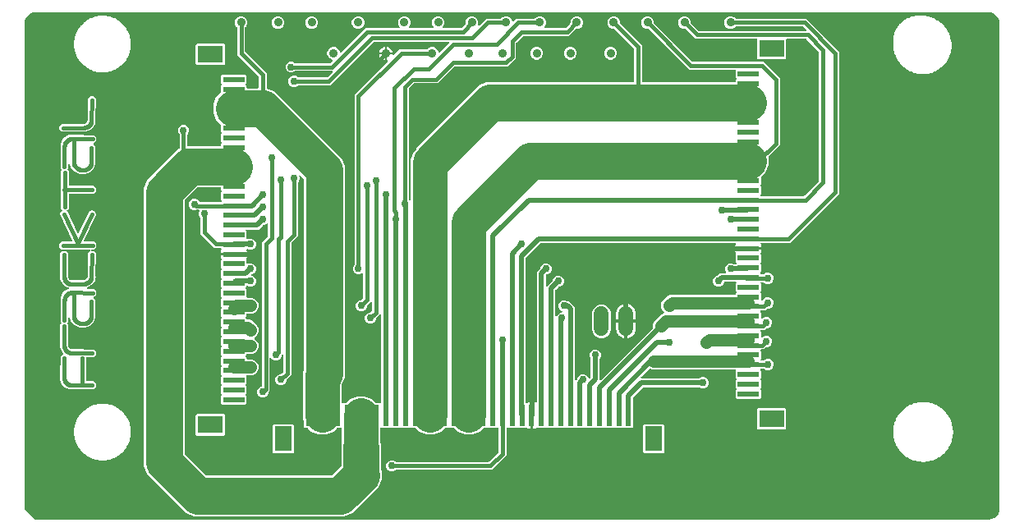
<source format=gbr>
G04 EAGLE Gerber RS-274X export*
G75*
%MOMM*%
%FSLAX34Y34*%
%LPD*%
%INTop Copper*%
%IPPOS*%
%AMOC8*
5,1,8,0,0,1.08239X$1,22.5*%
G01*
%ADD10R,0.600000X2.200000*%
%ADD11R,1.800000X2.600000*%
%ADD12R,2.200000X0.600000*%
%ADD13R,2.600000X1.800000*%
%ADD14C,0.889000*%
%ADD15C,0.406400*%
%ADD16C,1.524000*%
%ADD17C,0.152400*%
%ADD18C,3.556000*%
%ADD19C,3.810000*%
%ADD20C,1.270000*%
%ADD21C,0.508000*%
%ADD22C,3.683000*%
%ADD23C,0.756400*%

G36*
X1079522Y46486D02*
X1079522Y46486D01*
X1079560Y46485D01*
X1081109Y46607D01*
X1081115Y46608D01*
X1081121Y46608D01*
X1081285Y46642D01*
X1084232Y47600D01*
X1084264Y47616D01*
X1084299Y47625D01*
X1084445Y47708D01*
X1086952Y49530D01*
X1086977Y49555D01*
X1087008Y49574D01*
X1087120Y49698D01*
X1088942Y52205D01*
X1088958Y52237D01*
X1088981Y52265D01*
X1089050Y52418D01*
X1090008Y55365D01*
X1090009Y55371D01*
X1090011Y55376D01*
X1090018Y55413D01*
X1090019Y55413D01*
X1090043Y55541D01*
X1090165Y57090D01*
X1090163Y57112D01*
X1090167Y57150D01*
X1090167Y558800D01*
X1090164Y558822D01*
X1090164Y558824D01*
X1090166Y558843D01*
X1090165Y558850D01*
X1090165Y558860D01*
X1090043Y560409D01*
X1090042Y560415D01*
X1090042Y560421D01*
X1090008Y560585D01*
X1089350Y562609D01*
X1089307Y562693D01*
X1089270Y562781D01*
X1089247Y562809D01*
X1089238Y562827D01*
X1089214Y562850D01*
X1089165Y562912D01*
X1083612Y568465D01*
X1083535Y568520D01*
X1083462Y568581D01*
X1083429Y568596D01*
X1083412Y568608D01*
X1083381Y568618D01*
X1083309Y568650D01*
X1081285Y569308D01*
X1081279Y569309D01*
X1081274Y569311D01*
X1081109Y569343D01*
X1079560Y569465D01*
X1079538Y569463D01*
X1079500Y569467D01*
X95250Y569467D01*
X95228Y569464D01*
X95190Y569465D01*
X93641Y569343D01*
X93635Y569342D01*
X93629Y569342D01*
X93465Y569308D01*
X91441Y568650D01*
X91356Y568607D01*
X91269Y568570D01*
X91241Y568547D01*
X91223Y568538D01*
X91200Y568514D01*
X91138Y568465D01*
X85585Y562912D01*
X85530Y562835D01*
X85469Y562762D01*
X85454Y562729D01*
X85442Y562712D01*
X85432Y562681D01*
X85400Y562609D01*
X84742Y560585D01*
X84741Y560579D01*
X84739Y560574D01*
X84707Y560409D01*
X84585Y558860D01*
X84587Y558838D01*
X84583Y558800D01*
X84583Y57531D01*
X84597Y57441D01*
X84605Y57350D01*
X84617Y57320D01*
X84622Y57288D01*
X84665Y57208D01*
X84701Y57124D01*
X84727Y57092D01*
X84738Y57071D01*
X84761Y57049D01*
X84806Y56993D01*
X95093Y46706D01*
X95167Y46653D01*
X95236Y46593D01*
X95266Y46581D01*
X95292Y46562D01*
X95379Y46535D01*
X95464Y46501D01*
X95505Y46497D01*
X95528Y46490D01*
X95560Y46491D01*
X95631Y46483D01*
X1079500Y46483D01*
X1079522Y46486D01*
G37*
%LPC*%
G36*
X259331Y49529D02*
X259331Y49529D01*
X251583Y52739D01*
X210727Y93595D01*
X207517Y101343D01*
X207517Y388369D01*
X210727Y396117D01*
X242383Y427773D01*
X244131Y428497D01*
X244231Y428559D01*
X244331Y428619D01*
X244335Y428624D01*
X244340Y428627D01*
X244415Y428718D01*
X244491Y428806D01*
X244493Y428812D01*
X244497Y428817D01*
X244539Y428925D01*
X244583Y429034D01*
X244584Y429042D01*
X244585Y429046D01*
X244586Y429064D01*
X244601Y429201D01*
X244601Y443201D01*
X244587Y443291D01*
X244579Y443382D01*
X244567Y443412D01*
X244562Y443444D01*
X244519Y443525D01*
X244483Y443608D01*
X244457Y443641D01*
X244446Y443661D01*
X244423Y443683D01*
X244378Y443739D01*
X243737Y444381D01*
X242851Y446518D01*
X242851Y448832D01*
X243737Y450969D01*
X245372Y452604D01*
X247509Y453490D01*
X249823Y453490D01*
X251960Y452604D01*
X253595Y450969D01*
X254481Y448832D01*
X254481Y446518D01*
X253595Y444381D01*
X252954Y443739D01*
X252901Y443665D01*
X252841Y443596D01*
X252829Y443566D01*
X252810Y443540D01*
X252783Y443453D01*
X252749Y443368D01*
X252745Y443327D01*
X252738Y443305D01*
X252739Y443272D01*
X252731Y443201D01*
X252731Y431744D01*
X252734Y431724D01*
X252732Y431705D01*
X252754Y431603D01*
X252770Y431501D01*
X252780Y431484D01*
X252784Y431464D01*
X252837Y431375D01*
X252886Y431284D01*
X252900Y431270D01*
X252910Y431253D01*
X252989Y431186D01*
X253064Y431114D01*
X253082Y431106D01*
X253097Y431093D01*
X253193Y431054D01*
X253287Y431011D01*
X253307Y431009D01*
X253325Y431001D01*
X253492Y430983D01*
X286606Y430983D01*
X286626Y430986D01*
X286645Y430984D01*
X286747Y431006D01*
X286849Y431022D01*
X286866Y431032D01*
X286886Y431036D01*
X286975Y431089D01*
X287066Y431138D01*
X287080Y431152D01*
X287097Y431162D01*
X287164Y431241D01*
X287236Y431316D01*
X287244Y431334D01*
X287257Y431349D01*
X287296Y431445D01*
X287339Y431539D01*
X287341Y431559D01*
X287349Y431577D01*
X287367Y431744D01*
X287367Y433742D01*
X287987Y434362D01*
X287999Y434378D01*
X288014Y434390D01*
X288070Y434478D01*
X288131Y434561D01*
X288136Y434580D01*
X288147Y434597D01*
X288172Y434698D01*
X288203Y434797D01*
X288202Y434816D01*
X288207Y434836D01*
X288199Y434939D01*
X288197Y435042D01*
X288190Y435061D01*
X288188Y435081D01*
X288148Y435176D01*
X288112Y435273D01*
X288100Y435289D01*
X288092Y435307D01*
X287987Y435438D01*
X287367Y436058D01*
X287367Y443742D01*
X287987Y444362D01*
X287999Y444378D01*
X288014Y444390D01*
X288070Y444478D01*
X288131Y444561D01*
X288136Y444580D01*
X288147Y444597D01*
X288172Y444698D01*
X288203Y444797D01*
X288202Y444816D01*
X288207Y444836D01*
X288199Y444939D01*
X288197Y445042D01*
X288190Y445061D01*
X288188Y445081D01*
X288148Y445176D01*
X288112Y445273D01*
X288100Y445289D01*
X288092Y445307D01*
X287987Y445438D01*
X287367Y446058D01*
X287367Y452802D01*
X287353Y452892D01*
X287345Y452983D01*
X287333Y453013D01*
X287328Y453045D01*
X287285Y453125D01*
X287249Y453209D01*
X287223Y453241D01*
X287212Y453262D01*
X287189Y453284D01*
X287144Y453340D01*
X282527Y457958D01*
X279317Y465706D01*
X279317Y474094D01*
X282527Y481842D01*
X287144Y486460D01*
X287197Y486534D01*
X287257Y486603D01*
X287269Y486633D01*
X287288Y486660D01*
X287315Y486747D01*
X287349Y486831D01*
X287353Y486872D01*
X287360Y486895D01*
X287359Y486927D01*
X287367Y486998D01*
X287367Y493742D01*
X287987Y494362D01*
X287999Y494378D01*
X288014Y494390D01*
X288070Y494478D01*
X288131Y494561D01*
X288136Y494580D01*
X288147Y494597D01*
X288172Y494698D01*
X288203Y494797D01*
X288202Y494816D01*
X288207Y494836D01*
X288199Y494939D01*
X288197Y495042D01*
X288190Y495061D01*
X288188Y495081D01*
X288148Y495176D01*
X288112Y495273D01*
X288100Y495289D01*
X288092Y495307D01*
X287987Y495438D01*
X287367Y496058D01*
X287367Y503742D01*
X288558Y504933D01*
X312242Y504933D01*
X313433Y503742D01*
X313433Y496058D01*
X312813Y495438D01*
X312801Y495422D01*
X312786Y495410D01*
X312730Y495322D01*
X312669Y495239D01*
X312664Y495220D01*
X312653Y495203D01*
X312628Y495102D01*
X312597Y495003D01*
X312598Y494984D01*
X312593Y494964D01*
X312601Y494861D01*
X312603Y494758D01*
X312610Y494739D01*
X312612Y494719D01*
X312652Y494624D01*
X312688Y494527D01*
X312700Y494511D01*
X312708Y494493D01*
X312813Y494362D01*
X313433Y493742D01*
X313433Y491744D01*
X313436Y491724D01*
X313434Y491705D01*
X313456Y491603D01*
X313472Y491501D01*
X313482Y491484D01*
X313486Y491464D01*
X313539Y491375D01*
X313588Y491284D01*
X313602Y491270D01*
X313612Y491253D01*
X313691Y491186D01*
X313766Y491114D01*
X313784Y491106D01*
X313799Y491093D01*
X313895Y491054D01*
X313989Y491011D01*
X314009Y491009D01*
X314027Y491001D01*
X314194Y490983D01*
X325374Y490983D01*
X325394Y490986D01*
X325413Y490984D01*
X325515Y491006D01*
X325617Y491022D01*
X325634Y491032D01*
X325654Y491036D01*
X325743Y491089D01*
X325834Y491138D01*
X325848Y491152D01*
X325865Y491162D01*
X325932Y491241D01*
X326004Y491316D01*
X326012Y491334D01*
X326025Y491349D01*
X326064Y491445D01*
X326107Y491539D01*
X326109Y491559D01*
X326117Y491577D01*
X326135Y491744D01*
X326135Y502826D01*
X326121Y502916D01*
X326113Y503007D01*
X326101Y503037D01*
X326096Y503069D01*
X326053Y503149D01*
X326017Y503233D01*
X325991Y503265D01*
X325980Y503286D01*
X325957Y503308D01*
X325912Y503364D01*
X303910Y525366D01*
X303910Y553389D01*
X303896Y553479D01*
X303888Y553570D01*
X303876Y553599D01*
X303871Y553631D01*
X303828Y553712D01*
X303792Y553796D01*
X303766Y553828D01*
X303755Y553849D01*
X303732Y553871D01*
X303687Y553927D01*
X302483Y555131D01*
X301497Y557512D01*
X301497Y560088D01*
X302483Y562469D01*
X304306Y564292D01*
X306687Y565278D01*
X309263Y565278D01*
X311644Y564292D01*
X313467Y562469D01*
X314453Y560088D01*
X314453Y557512D01*
X313467Y555131D01*
X312263Y553927D01*
X312210Y553853D01*
X312150Y553783D01*
X312138Y553753D01*
X312119Y553727D01*
X312092Y553640D01*
X312058Y553555D01*
X312054Y553514D01*
X312047Y553492D01*
X312048Y553460D01*
X312040Y553389D01*
X312040Y529049D01*
X312054Y528959D01*
X312062Y528868D01*
X312074Y528838D01*
X312079Y528806D01*
X312122Y528726D01*
X312158Y528642D01*
X312184Y528610D01*
X312195Y528589D01*
X312218Y528567D01*
X312263Y528511D01*
X334265Y506509D01*
X334265Y491545D01*
X334284Y491430D01*
X334301Y491314D01*
X334303Y491308D01*
X334304Y491302D01*
X334359Y491199D01*
X334412Y491095D01*
X334417Y491090D01*
X334420Y491085D01*
X334504Y491005D01*
X334588Y490922D01*
X334594Y490919D01*
X334598Y490915D01*
X334615Y490907D01*
X334735Y490841D01*
X342142Y487773D01*
X411573Y418342D01*
X414783Y410594D01*
X414783Y192656D01*
X411793Y185438D01*
X411778Y185374D01*
X411753Y185313D01*
X411744Y185230D01*
X411737Y185198D01*
X411738Y185179D01*
X411735Y185146D01*
X411735Y166555D01*
X411749Y166465D01*
X411757Y166374D01*
X411769Y166345D01*
X411774Y166313D01*
X411817Y166232D01*
X411838Y166184D01*
X411842Y166173D01*
X411843Y166171D01*
X411853Y166148D01*
X411879Y166116D01*
X411890Y166095D01*
X411913Y166073D01*
X411958Y166017D01*
X411967Y166008D01*
X411983Y165996D01*
X411995Y165981D01*
X412041Y165952D01*
X412068Y165926D01*
X412105Y165908D01*
X412166Y165864D01*
X412185Y165859D01*
X412202Y165848D01*
X412276Y165829D01*
X412291Y165822D01*
X412311Y165820D01*
X412402Y165792D01*
X412421Y165793D01*
X412441Y165788D01*
X412535Y165795D01*
X412536Y165795D01*
X412544Y165796D01*
X412647Y165798D01*
X412666Y165805D01*
X412686Y165807D01*
X412781Y165847D01*
X412878Y165883D01*
X412894Y165895D01*
X412912Y165903D01*
X413043Y166008D01*
X413663Y166628D01*
X416498Y166628D01*
X416588Y166642D01*
X416679Y166650D01*
X416709Y166662D01*
X416741Y166667D01*
X416821Y166710D01*
X416905Y166746D01*
X416937Y166772D01*
X416958Y166783D01*
X416980Y166806D01*
X417036Y166851D01*
X420577Y170391D01*
X427859Y173408D01*
X435741Y173408D01*
X443023Y170391D01*
X446564Y166851D01*
X446638Y166798D01*
X446707Y166738D01*
X446737Y166726D01*
X446764Y166707D01*
X446850Y166680D01*
X446935Y166646D01*
X446976Y166642D01*
X446999Y166635D01*
X447031Y166636D01*
X447102Y166628D01*
X451355Y166628D01*
X451386Y166605D01*
X451438Y166556D01*
X451485Y166534D01*
X451527Y166503D01*
X451596Y166482D01*
X451661Y166452D01*
X451713Y166446D01*
X451762Y166431D01*
X451834Y166433D01*
X451905Y166425D01*
X451956Y166436D01*
X452008Y166437D01*
X452076Y166462D01*
X452146Y166477D01*
X452191Y166504D01*
X452239Y166522D01*
X452295Y166567D01*
X452357Y166603D01*
X452391Y166643D01*
X452431Y166676D01*
X452470Y166736D01*
X452517Y166790D01*
X452536Y166839D01*
X452564Y166882D01*
X452582Y166952D01*
X452609Y167019D01*
X452617Y167090D01*
X452625Y167121D01*
X452623Y167144D01*
X452627Y167185D01*
X452627Y257716D01*
X452616Y257787D01*
X452614Y257859D01*
X452596Y257907D01*
X452588Y257959D01*
X452554Y258022D01*
X452529Y258090D01*
X452497Y258130D01*
X452472Y258176D01*
X452420Y258226D01*
X452376Y258282D01*
X452332Y258310D01*
X452294Y258346D01*
X452229Y258376D01*
X452169Y258415D01*
X452118Y258427D01*
X452071Y258449D01*
X452000Y258457D01*
X451930Y258475D01*
X451878Y258471D01*
X451827Y258476D01*
X451756Y258461D01*
X451685Y258455D01*
X451637Y258435D01*
X451586Y258424D01*
X451525Y258387D01*
X451459Y258359D01*
X451403Y258314D01*
X451375Y258298D01*
X451360Y258280D01*
X451328Y258254D01*
X447363Y254289D01*
X447310Y254215D01*
X447250Y254146D01*
X447238Y254116D01*
X447219Y254090D01*
X447192Y254002D01*
X447158Y253918D01*
X447154Y253877D01*
X447147Y253854D01*
X447148Y253822D01*
X447140Y253751D01*
X447140Y252843D01*
X446254Y250706D01*
X444619Y249071D01*
X442482Y248185D01*
X440168Y248185D01*
X438031Y249071D01*
X436396Y250706D01*
X435510Y252843D01*
X435510Y255157D01*
X436396Y257294D01*
X438031Y258929D01*
X440168Y259815D01*
X441076Y259815D01*
X441166Y259829D01*
X441257Y259837D01*
X441287Y259849D01*
X441319Y259854D01*
X441399Y259897D01*
X441483Y259933D01*
X441515Y259959D01*
X441536Y259970D01*
X441558Y259993D01*
X441614Y260038D01*
X442922Y261346D01*
X442975Y261420D01*
X443035Y261489D01*
X443047Y261519D01*
X443066Y261545D01*
X443093Y261632D01*
X443127Y261717D01*
X443131Y261758D01*
X443138Y261781D01*
X443137Y261813D01*
X443145Y261884D01*
X443145Y270459D01*
X443134Y270530D01*
X443132Y270602D01*
X443114Y270651D01*
X443106Y270702D01*
X443072Y270765D01*
X443047Y270833D01*
X443015Y270873D01*
X442990Y270919D01*
X442939Y270969D01*
X442894Y271025D01*
X442850Y271053D01*
X442812Y271089D01*
X442747Y271119D01*
X442687Y271158D01*
X442636Y271170D01*
X442589Y271192D01*
X442518Y271200D01*
X442448Y271218D01*
X442396Y271214D01*
X442345Y271219D01*
X442274Y271204D01*
X442203Y271198D01*
X442155Y271178D01*
X442104Y271167D01*
X442043Y271130D01*
X441977Y271102D01*
X441921Y271057D01*
X441893Y271041D01*
X441878Y271023D01*
X441846Y270997D01*
X437838Y266989D01*
X437791Y266924D01*
X437779Y266912D01*
X437777Y266906D01*
X437725Y266846D01*
X437713Y266816D01*
X437694Y266790D01*
X437667Y266703D01*
X437633Y266618D01*
X437629Y266577D01*
X437622Y266555D01*
X437623Y266522D01*
X437615Y266451D01*
X437615Y265543D01*
X436729Y263406D01*
X435094Y261771D01*
X432957Y260885D01*
X430643Y260885D01*
X428506Y261771D01*
X426871Y263406D01*
X425985Y265543D01*
X425985Y267857D01*
X426871Y269994D01*
X428506Y271629D01*
X430643Y272515D01*
X431551Y272515D01*
X431641Y272529D01*
X431732Y272537D01*
X431762Y272549D01*
X431794Y272554D01*
X431874Y272597D01*
X431958Y272633D01*
X431991Y272659D01*
X432011Y272670D01*
X432033Y272693D01*
X432089Y272738D01*
X433834Y274483D01*
X433887Y274557D01*
X433947Y274626D01*
X433959Y274656D01*
X433978Y274682D01*
X434005Y274770D01*
X434039Y274854D01*
X434043Y274895D01*
X434050Y274918D01*
X434049Y274950D01*
X434057Y275021D01*
X434057Y299790D01*
X434046Y299861D01*
X434044Y299933D01*
X434026Y299982D01*
X434018Y300033D01*
X433984Y300096D01*
X433959Y300164D01*
X433927Y300204D01*
X433902Y300250D01*
X433850Y300300D01*
X433806Y300356D01*
X433762Y300384D01*
X433724Y300420D01*
X433659Y300450D01*
X433599Y300489D01*
X433548Y300501D01*
X433501Y300523D01*
X433430Y300531D01*
X433360Y300549D01*
X433308Y300545D01*
X433257Y300550D01*
X433186Y300535D01*
X433115Y300530D01*
X433067Y300509D01*
X433016Y300498D01*
X432955Y300461D01*
X432889Y300433D01*
X432833Y300388D01*
X432805Y300372D01*
X432790Y300354D01*
X432758Y300328D01*
X432300Y299870D01*
X430163Y298985D01*
X427849Y298985D01*
X425712Y299871D01*
X424077Y301506D01*
X423191Y303643D01*
X423191Y305957D01*
X424077Y308094D01*
X424718Y308736D01*
X424771Y308810D01*
X424831Y308879D01*
X424843Y308909D01*
X424862Y308935D01*
X424889Y309022D01*
X424923Y309107D01*
X424927Y309148D01*
X424934Y309170D01*
X424933Y309203D01*
X424941Y309274D01*
X424941Y484665D01*
X459175Y518899D01*
X459189Y518918D01*
X459207Y518932D01*
X459261Y519017D01*
X459319Y519099D01*
X459326Y519121D01*
X459338Y519140D01*
X459362Y519238D01*
X459391Y519334D01*
X459391Y519357D01*
X459396Y519379D01*
X459388Y519479D01*
X459385Y519580D01*
X459377Y519601D01*
X459375Y519624D01*
X459335Y519716D01*
X459301Y519811D01*
X459286Y519829D01*
X459277Y519850D01*
X459210Y519924D01*
X459147Y520003D01*
X459127Y520015D01*
X459112Y520032D01*
X459024Y520081D01*
X458940Y520136D01*
X458918Y520141D01*
X458897Y520153D01*
X458799Y520171D01*
X458701Y520196D01*
X458678Y520194D01*
X458656Y520198D01*
X458489Y520184D01*
X458152Y520117D01*
X458152Y526098D01*
X464133Y526098D01*
X464066Y525761D01*
X464065Y525738D01*
X464059Y525716D01*
X464061Y525616D01*
X464058Y525516D01*
X464064Y525493D01*
X464065Y525470D01*
X464100Y525376D01*
X464128Y525280D01*
X464142Y525261D01*
X464150Y525239D01*
X464212Y525161D01*
X464270Y525079D01*
X464289Y525065D01*
X464303Y525047D01*
X464388Y524993D01*
X464469Y524934D01*
X464491Y524927D01*
X464510Y524914D01*
X464608Y524890D01*
X464703Y524859D01*
X464726Y524860D01*
X464749Y524854D01*
X464849Y524862D01*
X464949Y524864D01*
X464971Y524872D01*
X464994Y524873D01*
X465086Y524913D01*
X465181Y524946D01*
X465199Y524961D01*
X465220Y524970D01*
X465351Y525075D01*
X471391Y531115D01*
X499414Y531115D01*
X499504Y531129D01*
X499595Y531137D01*
X499624Y531149D01*
X499656Y531154D01*
X499737Y531197D01*
X499821Y531233D01*
X499853Y531259D01*
X499874Y531270D01*
X499896Y531293D01*
X499952Y531338D01*
X501156Y532542D01*
X503537Y533528D01*
X506113Y533528D01*
X508494Y532542D01*
X510317Y530719D01*
X511315Y528308D01*
X511316Y528271D01*
X511334Y528222D01*
X511342Y528171D01*
X511376Y528108D01*
X511401Y528040D01*
X511433Y528000D01*
X511458Y527954D01*
X511509Y527904D01*
X511554Y527848D01*
X511598Y527820D01*
X511636Y527784D01*
X511701Y527754D01*
X511761Y527715D01*
X511812Y527703D01*
X511859Y527681D01*
X511930Y527673D01*
X512000Y527655D01*
X512052Y527659D01*
X512103Y527654D01*
X512174Y527669D01*
X512245Y527675D01*
X512293Y527695D01*
X512344Y527706D01*
X512405Y527743D01*
X512471Y527771D01*
X512527Y527816D01*
X512555Y527832D01*
X512570Y527850D01*
X512602Y527876D01*
X522287Y537561D01*
X522329Y537619D01*
X522379Y537671D01*
X522401Y537718D01*
X522431Y537760D01*
X522452Y537829D01*
X522482Y537894D01*
X522488Y537946D01*
X522503Y537996D01*
X522501Y538067D01*
X522509Y538138D01*
X522498Y538189D01*
X522497Y538241D01*
X522472Y538309D01*
X522457Y538379D01*
X522430Y538423D01*
X522412Y538472D01*
X522368Y538528D01*
X522331Y538590D01*
X522291Y538624D01*
X522259Y538664D01*
X522198Y538703D01*
X522144Y538750D01*
X522096Y538769D01*
X522052Y538797D01*
X521982Y538815D01*
X521916Y538842D01*
X521844Y538850D01*
X521813Y538858D01*
X521790Y538856D01*
X521749Y538860D01*
X445258Y538860D01*
X445168Y538846D01*
X445077Y538838D01*
X445047Y538826D01*
X445015Y538821D01*
X444934Y538778D01*
X444850Y538742D01*
X444818Y538716D01*
X444798Y538705D01*
X444775Y538682D01*
X444719Y538637D01*
X400111Y494029D01*
X367186Y494029D01*
X367096Y494015D01*
X367005Y494007D01*
X366975Y493995D01*
X366943Y493990D01*
X366862Y493947D01*
X366779Y493911D01*
X366746Y493885D01*
X366726Y493874D01*
X366704Y493851D01*
X366648Y493806D01*
X366006Y493165D01*
X363869Y492279D01*
X361555Y492279D01*
X359418Y493165D01*
X357783Y494800D01*
X356897Y496937D01*
X356897Y499251D01*
X357783Y501388D01*
X359418Y503023D01*
X361555Y503909D01*
X363869Y503909D01*
X366006Y503023D01*
X366648Y502382D01*
X366722Y502329D01*
X366791Y502269D01*
X366821Y502257D01*
X366847Y502238D01*
X366934Y502211D01*
X367019Y502177D01*
X367060Y502173D01*
X367082Y502166D01*
X367115Y502167D01*
X367186Y502159D01*
X396429Y502159D01*
X396519Y502173D01*
X396610Y502181D01*
X396639Y502193D01*
X396671Y502198D01*
X396752Y502241D01*
X396836Y502277D01*
X396868Y502303D01*
X396889Y502314D01*
X396911Y502337D01*
X396967Y502382D01*
X402174Y507589D01*
X402216Y507647D01*
X402265Y507699D01*
X402287Y507746D01*
X402318Y507788D01*
X402339Y507857D01*
X402369Y507922D01*
X402375Y507974D01*
X402390Y508024D01*
X402388Y508095D01*
X402396Y508166D01*
X402385Y508217D01*
X402384Y508269D01*
X402359Y508337D01*
X402344Y508407D01*
X402317Y508452D01*
X402299Y508500D01*
X402254Y508556D01*
X402218Y508618D01*
X402178Y508652D01*
X402145Y508692D01*
X402085Y508731D01*
X402031Y508778D01*
X401982Y508797D01*
X401939Y508825D01*
X401869Y508843D01*
X401802Y508870D01*
X401731Y508878D01*
X401700Y508886D01*
X401677Y508884D01*
X401636Y508888D01*
X363983Y508888D01*
X363893Y508874D01*
X363802Y508866D01*
X363772Y508854D01*
X363740Y508849D01*
X363659Y508806D01*
X363576Y508770D01*
X363543Y508744D01*
X363523Y508733D01*
X363501Y508710D01*
X363445Y508665D01*
X362803Y508024D01*
X360666Y507138D01*
X358352Y507138D01*
X356215Y508024D01*
X354580Y509659D01*
X353694Y511796D01*
X353694Y514110D01*
X354580Y516247D01*
X356215Y517882D01*
X358352Y518768D01*
X360666Y518768D01*
X362803Y517882D01*
X363445Y517241D01*
X363519Y517188D01*
X363588Y517128D01*
X363618Y517116D01*
X363644Y517097D01*
X363731Y517070D01*
X363816Y517036D01*
X363857Y517032D01*
X363879Y517025D01*
X363912Y517026D01*
X363983Y517018D01*
X399829Y517018D01*
X399919Y517032D01*
X400010Y517040D01*
X400040Y517052D01*
X400072Y517057D01*
X400152Y517100D01*
X400236Y517136D01*
X400268Y517162D01*
X400289Y517173D01*
X400311Y517196D01*
X400367Y517241D01*
X402399Y519273D01*
X402441Y519331D01*
X402491Y519383D01*
X402513Y519430D01*
X402543Y519472D01*
X402564Y519541D01*
X402594Y519606D01*
X402600Y519658D01*
X402615Y519708D01*
X402613Y519779D01*
X402621Y519850D01*
X402610Y519901D01*
X402609Y519953D01*
X402584Y520021D01*
X402569Y520091D01*
X402542Y520135D01*
X402524Y520184D01*
X402480Y520240D01*
X402443Y520302D01*
X402403Y520336D01*
X402371Y520376D01*
X402310Y520415D01*
X402256Y520462D01*
X402208Y520481D01*
X402164Y520509D01*
X402094Y520527D01*
X402028Y520554D01*
X401964Y520561D01*
X399556Y521558D01*
X397733Y523381D01*
X396747Y525762D01*
X396747Y528338D01*
X397733Y530719D01*
X399556Y532542D01*
X401937Y533528D01*
X404513Y533528D01*
X406894Y532542D01*
X408717Y530719D01*
X409715Y528308D01*
X409716Y528271D01*
X409734Y528223D01*
X409742Y528171D01*
X409776Y528108D01*
X409801Y528040D01*
X409833Y528000D01*
X409858Y527954D01*
X409910Y527904D01*
X409954Y527848D01*
X409998Y527820D01*
X410036Y527784D01*
X410101Y527754D01*
X410161Y527715D01*
X410212Y527703D01*
X410259Y527681D01*
X410330Y527673D01*
X410400Y527655D01*
X410452Y527659D01*
X410503Y527654D01*
X410574Y527669D01*
X410645Y527675D01*
X410693Y527695D01*
X410744Y527706D01*
X410805Y527743D01*
X410871Y527771D01*
X410927Y527816D01*
X410955Y527832D01*
X410970Y527850D01*
X411002Y527876D01*
X436466Y553340D01*
X470712Y553340D01*
X470782Y553351D01*
X470854Y553353D01*
X470903Y553371D01*
X470954Y553379D01*
X471018Y553413D01*
X471085Y553438D01*
X471126Y553470D01*
X471172Y553495D01*
X471221Y553546D01*
X471277Y553591D01*
X471305Y553635D01*
X471341Y553673D01*
X471371Y553738D01*
X471410Y553798D01*
X471423Y553849D01*
X471445Y553896D01*
X471453Y553967D01*
X471470Y554037D01*
X471466Y554089D01*
X471472Y554140D01*
X471457Y554211D01*
X471451Y554282D01*
X471431Y554330D01*
X471420Y554381D01*
X471383Y554442D01*
X471355Y554508D01*
X471310Y554564D01*
X471293Y554592D01*
X471276Y554607D01*
X471250Y554639D01*
X470758Y555131D01*
X469772Y557512D01*
X469772Y560088D01*
X470758Y562469D01*
X472581Y564292D01*
X474962Y565278D01*
X477538Y565278D01*
X479919Y564292D01*
X481742Y562469D01*
X482728Y560088D01*
X482728Y557512D01*
X481742Y555131D01*
X481250Y554639D01*
X481208Y554581D01*
X481159Y554529D01*
X481137Y554482D01*
X481107Y554440D01*
X481086Y554371D01*
X481055Y554306D01*
X481050Y554254D01*
X481034Y554204D01*
X481036Y554133D01*
X481028Y554062D01*
X481039Y554011D01*
X481041Y553959D01*
X481065Y553891D01*
X481080Y553821D01*
X481107Y553776D01*
X481125Y553728D01*
X481170Y553672D01*
X481207Y553610D01*
X481246Y553576D01*
X481279Y553536D01*
X481339Y553497D01*
X481394Y553450D01*
X481442Y553431D01*
X481486Y553403D01*
X481555Y553385D01*
X481622Y553358D01*
X481693Y553350D01*
X481724Y553342D01*
X481747Y553344D01*
X481788Y553340D01*
X505637Y553340D01*
X505707Y553351D01*
X505779Y553353D01*
X505828Y553371D01*
X505879Y553379D01*
X505943Y553413D01*
X506010Y553438D01*
X506051Y553470D01*
X506097Y553495D01*
X506146Y553546D01*
X506202Y553591D01*
X506230Y553635D01*
X506266Y553673D01*
X506296Y553738D01*
X506335Y553798D01*
X506348Y553849D01*
X506370Y553896D01*
X506378Y553967D01*
X506395Y554037D01*
X506391Y554089D01*
X506397Y554140D01*
X506382Y554211D01*
X506376Y554282D01*
X506356Y554330D01*
X506345Y554381D01*
X506308Y554442D01*
X506280Y554508D01*
X506235Y554564D01*
X506218Y554592D01*
X506201Y554607D01*
X506175Y554639D01*
X505683Y555131D01*
X504697Y557512D01*
X504697Y560088D01*
X505683Y562469D01*
X507506Y564292D01*
X509887Y565278D01*
X512463Y565278D01*
X514844Y564292D01*
X516667Y562469D01*
X517653Y560088D01*
X517653Y557512D01*
X516667Y555131D01*
X516175Y554639D01*
X516133Y554581D01*
X516084Y554529D01*
X516062Y554482D01*
X516032Y554440D01*
X516011Y554371D01*
X515980Y554306D01*
X515975Y554254D01*
X515959Y554204D01*
X515961Y554133D01*
X515953Y554062D01*
X515964Y554011D01*
X515966Y553959D01*
X515990Y553891D01*
X516005Y553821D01*
X516032Y553776D01*
X516050Y553728D01*
X516095Y553672D01*
X516132Y553610D01*
X516171Y553576D01*
X516204Y553536D01*
X516264Y553497D01*
X516319Y553450D01*
X516367Y553431D01*
X516411Y553403D01*
X516480Y553385D01*
X516547Y553358D01*
X516618Y553350D01*
X516649Y553342D01*
X516672Y553344D01*
X516713Y553340D01*
X534576Y553340D01*
X534666Y553354D01*
X534757Y553362D01*
X534787Y553374D01*
X534819Y553379D01*
X534899Y553422D01*
X534983Y553458D01*
X535015Y553484D01*
X535036Y553495D01*
X535058Y553518D01*
X535114Y553563D01*
X539399Y557848D01*
X539452Y557922D01*
X539512Y557991D01*
X539524Y558021D01*
X539543Y558047D01*
X539570Y558134D01*
X539604Y558219D01*
X539608Y558260D01*
X539615Y558283D01*
X539614Y558315D01*
X539622Y558386D01*
X539622Y560088D01*
X540608Y562469D01*
X542431Y564292D01*
X544812Y565278D01*
X547388Y565278D01*
X549769Y564292D01*
X551592Y562469D01*
X552578Y560088D01*
X552578Y557512D01*
X552373Y557018D01*
X552351Y556923D01*
X552322Y556830D01*
X552323Y556804D01*
X552317Y556778D01*
X552326Y556682D01*
X552329Y556584D01*
X552338Y556559D01*
X552340Y556533D01*
X552380Y556445D01*
X552413Y556353D01*
X552430Y556333D01*
X552440Y556309D01*
X552506Y556237D01*
X552567Y556161D01*
X552589Y556147D01*
X552607Y556128D01*
X552692Y556081D01*
X552774Y556028D01*
X552799Y556022D01*
X552822Y556009D01*
X552918Y555992D01*
X553012Y555968D01*
X553038Y555970D01*
X553064Y555965D01*
X553161Y555979D01*
X553258Y555987D01*
X553282Y555997D01*
X553307Y556001D01*
X553394Y556045D01*
X553484Y556083D01*
X553509Y556104D01*
X553527Y556113D01*
X553550Y556136D01*
X553615Y556188D01*
X560291Y562865D01*
X575614Y562865D01*
X575704Y562879D01*
X575795Y562887D01*
X575824Y562899D01*
X575856Y562904D01*
X575937Y562947D01*
X576021Y562983D01*
X576053Y563009D01*
X576074Y563020D01*
X576096Y563043D01*
X576152Y563088D01*
X577356Y564292D01*
X579737Y565278D01*
X582313Y565278D01*
X584694Y564292D01*
X586517Y562469D01*
X587515Y560058D01*
X587516Y560021D01*
X587534Y559973D01*
X587542Y559921D01*
X587576Y559858D01*
X587601Y559790D01*
X587633Y559750D01*
X587658Y559704D01*
X587710Y559654D01*
X587754Y559598D01*
X587798Y559570D01*
X587836Y559534D01*
X587901Y559504D01*
X587961Y559465D01*
X588012Y559453D01*
X588059Y559431D01*
X588130Y559423D01*
X588200Y559405D01*
X588252Y559409D01*
X588303Y559404D01*
X588374Y559419D01*
X588445Y559425D01*
X588493Y559445D01*
X588544Y559456D01*
X588605Y559493D01*
X588671Y559521D01*
X588727Y559566D01*
X588755Y559582D01*
X588770Y559600D01*
X588802Y559626D01*
X592041Y562865D01*
X610539Y562865D01*
X610629Y562879D01*
X610720Y562887D01*
X610749Y562899D01*
X610781Y562904D01*
X610862Y562947D01*
X610946Y562983D01*
X610978Y563009D01*
X610999Y563020D01*
X611021Y563043D01*
X611077Y563088D01*
X612281Y564292D01*
X614662Y565278D01*
X617238Y565278D01*
X619619Y564292D01*
X621442Y562469D01*
X622428Y560088D01*
X622428Y557512D01*
X621442Y555131D01*
X620950Y554639D01*
X620908Y554581D01*
X620859Y554529D01*
X620837Y554482D01*
X620807Y554440D01*
X620786Y554371D01*
X620755Y554306D01*
X620750Y554254D01*
X620734Y554204D01*
X620736Y554133D01*
X620728Y554062D01*
X620739Y554011D01*
X620741Y553959D01*
X620765Y553891D01*
X620780Y553821D01*
X620807Y553776D01*
X620825Y553728D01*
X620870Y553672D01*
X620907Y553610D01*
X620946Y553576D01*
X620979Y553536D01*
X621039Y553497D01*
X621094Y553450D01*
X621142Y553431D01*
X621186Y553403D01*
X621255Y553385D01*
X621322Y553358D01*
X621393Y553350D01*
X621424Y553342D01*
X621447Y553344D01*
X621488Y553340D01*
X642526Y553340D01*
X642616Y553354D01*
X642707Y553362D01*
X642737Y553374D01*
X642769Y553379D01*
X642849Y553422D01*
X642933Y553458D01*
X642965Y553484D01*
X642986Y553495D01*
X643008Y553518D01*
X643064Y553563D01*
X647349Y557848D01*
X647402Y557922D01*
X647462Y557991D01*
X647474Y558021D01*
X647493Y558047D01*
X647520Y558134D01*
X647554Y558219D01*
X647558Y558260D01*
X647565Y558283D01*
X647564Y558315D01*
X647572Y558386D01*
X647572Y560088D01*
X648558Y562469D01*
X650381Y564292D01*
X652762Y565278D01*
X655338Y565278D01*
X657719Y564292D01*
X659542Y562469D01*
X660528Y560088D01*
X660528Y557512D01*
X659542Y555131D01*
X657719Y553308D01*
X655338Y552322D01*
X653636Y552322D01*
X653546Y552308D01*
X653455Y552300D01*
X653425Y552288D01*
X653393Y552283D01*
X653313Y552240D01*
X653229Y552204D01*
X653197Y552178D01*
X653176Y552167D01*
X653154Y552144D01*
X653098Y552099D01*
X646209Y545210D01*
X598899Y545210D01*
X598809Y545196D01*
X598718Y545188D01*
X598688Y545176D01*
X598656Y545171D01*
X598576Y545128D01*
X598492Y545092D01*
X598460Y545066D01*
X598439Y545055D01*
X598417Y545032D01*
X598361Y544987D01*
X591663Y538289D01*
X591610Y538215D01*
X591550Y538146D01*
X591538Y538116D01*
X591519Y538090D01*
X591492Y538003D01*
X591458Y537918D01*
X591454Y537877D01*
X591447Y537855D01*
X591448Y537822D01*
X591440Y537751D01*
X591440Y522191D01*
X585313Y516064D01*
X582709Y513460D01*
X528570Y513460D01*
X528480Y513446D01*
X528389Y513438D01*
X528359Y513426D01*
X528327Y513421D01*
X528246Y513378D01*
X528162Y513342D01*
X528130Y513316D01*
X528110Y513305D01*
X528087Y513282D01*
X528031Y513237D01*
X513586Y498792D01*
X510982Y496188D01*
X486377Y496188D01*
X486287Y496174D01*
X486196Y496166D01*
X486166Y496154D01*
X486134Y496149D01*
X486054Y496106D01*
X485970Y496070D01*
X485938Y496044D01*
X485917Y496033D01*
X485895Y496010D01*
X485839Y495965D01*
X480919Y491045D01*
X480866Y490971D01*
X480806Y490902D01*
X480794Y490872D01*
X480775Y490846D01*
X480748Y490759D01*
X480714Y490674D01*
X480710Y490633D01*
X480703Y490610D01*
X480704Y490578D01*
X480696Y490507D01*
X480696Y376330D01*
X480710Y376240D01*
X480718Y376149D01*
X480730Y376119D01*
X480735Y376087D01*
X480778Y376006D01*
X480814Y375923D01*
X480840Y375890D01*
X480851Y375870D01*
X480874Y375848D01*
X480919Y375792D01*
X481560Y375150D01*
X481707Y374797D01*
X481758Y374714D01*
X481804Y374628D01*
X481823Y374610D01*
X481836Y374588D01*
X481911Y374526D01*
X481982Y374459D01*
X482006Y374448D01*
X482026Y374431D01*
X482117Y374396D01*
X482205Y374355D01*
X482231Y374352D01*
X482255Y374343D01*
X482353Y374339D01*
X482449Y374328D01*
X482475Y374333D01*
X482501Y374332D01*
X482595Y374359D01*
X482690Y374380D01*
X482712Y374394D01*
X482737Y374401D01*
X482817Y374456D01*
X482901Y374506D01*
X482918Y374526D01*
X482939Y374541D01*
X482997Y374619D01*
X483061Y374693D01*
X483071Y374718D01*
X483086Y374738D01*
X483116Y374831D01*
X483153Y374921D01*
X483156Y374954D01*
X483162Y374972D01*
X483162Y375005D01*
X483171Y375088D01*
X483171Y418025D01*
X486188Y425307D01*
X488255Y427374D01*
X488293Y427427D01*
X488339Y427474D01*
X488379Y427547D01*
X488398Y427574D01*
X488404Y427593D01*
X488420Y427621D01*
X489632Y430547D01*
X552828Y493743D01*
X560576Y496953D01*
X712724Y496953D01*
X712744Y496956D01*
X712763Y496954D01*
X712865Y496976D01*
X712967Y496992D01*
X712984Y497002D01*
X713004Y497006D01*
X713093Y497059D01*
X713184Y497108D01*
X713198Y497122D01*
X713215Y497132D01*
X713282Y497211D01*
X713354Y497286D01*
X713362Y497304D01*
X713375Y497319D01*
X713414Y497415D01*
X713457Y497509D01*
X713459Y497529D01*
X713467Y497547D01*
X713485Y497714D01*
X713485Y531401D01*
X713482Y531420D01*
X713484Y531438D01*
X713469Y531507D01*
X713463Y531582D01*
X713451Y531612D01*
X713446Y531644D01*
X713435Y531663D01*
X713432Y531679D01*
X713398Y531735D01*
X713367Y531808D01*
X713341Y531840D01*
X713330Y531861D01*
X713313Y531878D01*
X713306Y531890D01*
X713293Y531901D01*
X713262Y531939D01*
X693102Y552099D01*
X693028Y552152D01*
X692959Y552212D01*
X692929Y552224D01*
X692903Y552243D01*
X692816Y552270D01*
X692731Y552304D01*
X692690Y552308D01*
X692667Y552315D01*
X692635Y552314D01*
X692564Y552322D01*
X690862Y552322D01*
X688481Y553308D01*
X686658Y555131D01*
X685672Y557512D01*
X685672Y560088D01*
X686658Y562469D01*
X688481Y564292D01*
X690862Y565278D01*
X693438Y565278D01*
X695819Y564292D01*
X697642Y562469D01*
X698628Y560088D01*
X698628Y558386D01*
X698642Y558296D01*
X698650Y558205D01*
X698662Y558175D01*
X698667Y558143D01*
X698710Y558063D01*
X698746Y557979D01*
X698772Y557947D01*
X698783Y557926D01*
X698806Y557904D01*
X698851Y557848D01*
X721615Y535084D01*
X721615Y497714D01*
X721618Y497694D01*
X721616Y497675D01*
X721638Y497573D01*
X721654Y497471D01*
X721664Y497454D01*
X721668Y497434D01*
X721721Y497345D01*
X721770Y497254D01*
X721784Y497240D01*
X721794Y497223D01*
X721873Y497156D01*
X721948Y497084D01*
X721966Y497076D01*
X721981Y497063D01*
X722077Y497024D01*
X722171Y496981D01*
X722191Y496979D01*
X722209Y496971D01*
X722376Y496953D01*
X817276Y496953D01*
X817296Y496956D01*
X817315Y496954D01*
X817417Y496976D01*
X817519Y496992D01*
X817536Y497002D01*
X817556Y497006D01*
X817645Y497059D01*
X817736Y497108D01*
X817750Y497122D01*
X817767Y497132D01*
X817834Y497211D01*
X817906Y497286D01*
X817914Y497304D01*
X817927Y497319D01*
X817966Y497415D01*
X818009Y497509D01*
X818011Y497529D01*
X818019Y497547D01*
X818037Y497714D01*
X818037Y499712D01*
X818657Y500332D01*
X818669Y500348D01*
X818684Y500360D01*
X818740Y500448D01*
X818801Y500531D01*
X818806Y500550D01*
X818817Y500567D01*
X818842Y500668D01*
X818873Y500767D01*
X818872Y500786D01*
X818877Y500806D01*
X818869Y500909D01*
X818867Y501012D01*
X818860Y501031D01*
X818858Y501051D01*
X818818Y501146D01*
X818782Y501243D01*
X818770Y501259D01*
X818762Y501277D01*
X818657Y501408D01*
X818037Y502028D01*
X818037Y509378D01*
X818034Y509398D01*
X818036Y509417D01*
X818014Y509519D01*
X817998Y509621D01*
X817988Y509638D01*
X817984Y509658D01*
X817931Y509747D01*
X817882Y509838D01*
X817868Y509852D01*
X817858Y509869D01*
X817779Y509936D01*
X817704Y510008D01*
X817686Y510016D01*
X817671Y510029D01*
X817575Y510068D01*
X817481Y510111D01*
X817461Y510113D01*
X817443Y510121D01*
X817276Y510139D01*
X769987Y510139D01*
X728027Y552099D01*
X727953Y552152D01*
X727884Y552212D01*
X727854Y552224D01*
X727828Y552243D01*
X727741Y552270D01*
X727656Y552304D01*
X727615Y552308D01*
X727592Y552315D01*
X727560Y552314D01*
X727489Y552322D01*
X725787Y552322D01*
X723406Y553308D01*
X721583Y555131D01*
X720597Y557512D01*
X720597Y560088D01*
X721583Y562469D01*
X723406Y564292D01*
X725787Y565278D01*
X728363Y565278D01*
X730744Y564292D01*
X732567Y562469D01*
X733553Y560088D01*
X733553Y558386D01*
X733567Y558296D01*
X733575Y558205D01*
X733587Y558175D01*
X733592Y558143D01*
X733635Y558063D01*
X733671Y557979D01*
X733697Y557947D01*
X733708Y557926D01*
X733731Y557904D01*
X733776Y557848D01*
X773132Y518492D01*
X773206Y518439D01*
X773275Y518379D01*
X773305Y518367D01*
X773331Y518348D01*
X773418Y518321D01*
X773503Y518287D01*
X773544Y518283D01*
X773567Y518276D01*
X773599Y518277D01*
X773670Y518269D01*
X847005Y518269D01*
X860870Y504404D01*
X863474Y501800D01*
X863474Y432275D01*
X852252Y421053D01*
X852184Y420959D01*
X852114Y420864D01*
X852112Y420858D01*
X852108Y420853D01*
X852074Y420742D01*
X852037Y420631D01*
X852037Y420624D01*
X852036Y420618D01*
X852039Y420502D01*
X852040Y420385D01*
X852042Y420377D01*
X852042Y420372D01*
X852048Y420355D01*
X852086Y420224D01*
X852153Y420064D01*
X852153Y411676D01*
X848943Y403928D01*
X844326Y399310D01*
X844273Y399236D01*
X844213Y399167D01*
X844201Y399137D01*
X844182Y399110D01*
X844155Y399023D01*
X844121Y398939D01*
X844117Y398898D01*
X844110Y398875D01*
X844111Y398843D01*
X844103Y398772D01*
X844103Y392028D01*
X843483Y391408D01*
X843471Y391392D01*
X843456Y391380D01*
X843400Y391292D01*
X843339Y391209D01*
X843334Y391190D01*
X843323Y391173D01*
X843298Y391072D01*
X843267Y390973D01*
X843268Y390954D01*
X843263Y390934D01*
X843271Y390831D01*
X843273Y390728D01*
X843280Y390709D01*
X843282Y390689D01*
X843322Y390594D01*
X843358Y390497D01*
X843370Y390481D01*
X843378Y390463D01*
X843483Y390332D01*
X844103Y389712D01*
X844103Y382028D01*
X843483Y381408D01*
X843471Y381392D01*
X843456Y381380D01*
X843400Y381292D01*
X843339Y381209D01*
X843334Y381190D01*
X843323Y381173D01*
X843298Y381072D01*
X843267Y380973D01*
X843268Y380954D01*
X843263Y380934D01*
X843271Y380831D01*
X843273Y380728D01*
X843280Y380709D01*
X843282Y380689D01*
X843322Y380594D01*
X843358Y380497D01*
X843370Y380481D01*
X843378Y380463D01*
X843483Y380332D01*
X843657Y380158D01*
X843731Y380105D01*
X843800Y380045D01*
X843831Y380033D01*
X843857Y380014D01*
X843944Y379987D01*
X844029Y379953D01*
X844070Y379949D01*
X844092Y379942D01*
X844124Y379943D01*
X844195Y379935D01*
X888221Y379935D01*
X888311Y379949D01*
X888402Y379957D01*
X888432Y379969D01*
X888464Y379974D01*
X888544Y380017D01*
X888628Y380053D01*
X888660Y380079D01*
X888681Y380090D01*
X888703Y380113D01*
X888759Y380158D01*
X903762Y395161D01*
X903815Y395235D01*
X903875Y395304D01*
X903887Y395334D01*
X903906Y395360D01*
X903933Y395447D01*
X903967Y395532D01*
X903971Y395573D01*
X903978Y395596D01*
X903977Y395628D01*
X903985Y395699D01*
X903985Y528226D01*
X903971Y528316D01*
X903963Y528407D01*
X903951Y528437D01*
X903946Y528469D01*
X903903Y528549D01*
X903867Y528633D01*
X903841Y528665D01*
X903830Y528686D01*
X903807Y528708D01*
X903762Y528764D01*
X890714Y541812D01*
X890640Y541865D01*
X890571Y541925D01*
X890541Y541937D01*
X890515Y541956D01*
X890428Y541983D01*
X890343Y542017D01*
X890302Y542021D01*
X890279Y542028D01*
X890247Y542027D01*
X890176Y542035D01*
X870864Y542035D01*
X870844Y542032D01*
X870825Y542034D01*
X870723Y542012D01*
X870621Y541996D01*
X870604Y541986D01*
X870584Y541982D01*
X870495Y541929D01*
X870404Y541880D01*
X870390Y541866D01*
X870373Y541856D01*
X870306Y541777D01*
X870234Y541702D01*
X870226Y541684D01*
X870213Y541669D01*
X870174Y541573D01*
X870131Y541479D01*
X870129Y541459D01*
X870121Y541441D01*
X870103Y541274D01*
X870103Y522028D01*
X868912Y520837D01*
X841228Y520837D01*
X840037Y522028D01*
X840037Y541274D01*
X840034Y541294D01*
X840036Y541313D01*
X840014Y541415D01*
X839998Y541517D01*
X839988Y541534D01*
X839984Y541554D01*
X839931Y541643D01*
X839882Y541734D01*
X839868Y541748D01*
X839858Y541765D01*
X839779Y541832D01*
X839704Y541904D01*
X839686Y541912D01*
X839671Y541925D01*
X839575Y541964D01*
X839481Y542007D01*
X839461Y542009D01*
X839443Y542017D01*
X839276Y542035D01*
X776191Y542035D01*
X773587Y544639D01*
X766127Y552099D01*
X766053Y552152D01*
X765984Y552212D01*
X765954Y552224D01*
X765928Y552243D01*
X765841Y552270D01*
X765756Y552304D01*
X765715Y552308D01*
X765693Y552315D01*
X765660Y552314D01*
X765589Y552322D01*
X763887Y552322D01*
X761506Y553308D01*
X759683Y555131D01*
X758697Y557512D01*
X758697Y560088D01*
X759683Y562469D01*
X761506Y564292D01*
X763887Y565278D01*
X766463Y565278D01*
X768844Y564292D01*
X770667Y562469D01*
X771653Y560088D01*
X771653Y558386D01*
X771667Y558296D01*
X771675Y558205D01*
X771687Y558175D01*
X771692Y558143D01*
X771735Y558063D01*
X771771Y557979D01*
X771797Y557947D01*
X771808Y557926D01*
X771831Y557904D01*
X771876Y557848D01*
X779336Y550388D01*
X779410Y550335D01*
X779479Y550275D01*
X779509Y550263D01*
X779535Y550244D01*
X779622Y550217D01*
X779707Y550183D01*
X779748Y550179D01*
X779771Y550172D01*
X779803Y550173D01*
X779874Y550165D01*
X890049Y550165D01*
X890120Y550176D01*
X890192Y550178D01*
X890240Y550196D01*
X890292Y550204D01*
X890355Y550238D01*
X890423Y550263D01*
X890463Y550295D01*
X890509Y550320D01*
X890559Y550372D01*
X890615Y550416D01*
X890643Y550460D01*
X890679Y550498D01*
X890709Y550563D01*
X890748Y550623D01*
X890760Y550674D01*
X890782Y550721D01*
X890790Y550792D01*
X890808Y550862D01*
X890804Y550914D01*
X890809Y550965D01*
X890794Y551036D01*
X890788Y551107D01*
X890768Y551155D01*
X890757Y551206D01*
X890720Y551267D01*
X890692Y551333D01*
X890647Y551389D01*
X890631Y551417D01*
X890613Y551432D01*
X890587Y551464D01*
X887539Y554512D01*
X887465Y554565D01*
X887396Y554625D01*
X887366Y554637D01*
X887340Y554656D01*
X887252Y554683D01*
X887168Y554717D01*
X887127Y554721D01*
X887104Y554728D01*
X887072Y554727D01*
X887001Y554735D01*
X818211Y554735D01*
X818121Y554721D01*
X818030Y554713D01*
X818001Y554701D01*
X817969Y554696D01*
X817888Y554653D01*
X817804Y554617D01*
X817772Y554591D01*
X817751Y554580D01*
X817729Y554557D01*
X817673Y554512D01*
X816469Y553308D01*
X814088Y552322D01*
X811512Y552322D01*
X809131Y553308D01*
X807308Y555131D01*
X806322Y557512D01*
X806322Y560088D01*
X807308Y562469D01*
X809131Y564292D01*
X811512Y565278D01*
X814088Y565278D01*
X816469Y564292D01*
X817673Y563088D01*
X817747Y563035D01*
X817817Y562975D01*
X817847Y562963D01*
X817873Y562944D01*
X817960Y562917D01*
X818045Y562883D01*
X818086Y562879D01*
X818108Y562872D01*
X818140Y562873D01*
X818211Y562865D01*
X890684Y562865D01*
X924815Y528734D01*
X924815Y382491D01*
X874129Y331805D01*
X844566Y331805D01*
X844495Y331794D01*
X844423Y331792D01*
X844374Y331774D01*
X844323Y331766D01*
X844260Y331732D01*
X844192Y331707D01*
X844151Y331675D01*
X844106Y331650D01*
X844056Y331598D01*
X844000Y331554D01*
X843972Y331510D01*
X843936Y331472D01*
X843906Y331407D01*
X843867Y331347D01*
X843854Y331296D01*
X843833Y331249D01*
X843825Y331178D01*
X843807Y331108D01*
X843811Y331056D01*
X843805Y331005D01*
X843821Y330934D01*
X843826Y330863D01*
X843847Y330815D01*
X843858Y330764D01*
X843895Y330703D01*
X843923Y330637D01*
X843967Y330581D01*
X843984Y330553D01*
X844002Y330538D01*
X844027Y330506D01*
X844103Y330430D01*
X844438Y329851D01*
X844611Y329204D01*
X844611Y327369D01*
X831808Y327369D01*
X831789Y327366D01*
X831769Y327368D01*
X831667Y327346D01*
X831565Y327330D01*
X831548Y327320D01*
X831528Y327316D01*
X831439Y327263D01*
X831348Y327214D01*
X831334Y327200D01*
X831317Y327190D01*
X831250Y327111D01*
X831179Y327036D01*
X831170Y327018D01*
X831157Y327003D01*
X831119Y326907D01*
X831075Y326813D01*
X831073Y326793D01*
X831066Y326775D01*
X831053Y326851D01*
X831044Y326868D01*
X831040Y326888D01*
X830987Y326977D01*
X830938Y327068D01*
X830924Y327082D01*
X830914Y327099D01*
X830835Y327166D01*
X830760Y327238D01*
X830742Y327246D01*
X830727Y327259D01*
X830630Y327298D01*
X830537Y327341D01*
X830517Y327343D01*
X830499Y327351D01*
X830332Y327369D01*
X817529Y327369D01*
X817529Y329204D01*
X817702Y329851D01*
X817878Y330155D01*
X817912Y330244D01*
X817952Y330331D01*
X817955Y330359D01*
X817965Y330385D01*
X817969Y330481D01*
X817979Y330575D01*
X817973Y330603D01*
X817974Y330631D01*
X817947Y330723D01*
X817927Y330816D01*
X817913Y330840D01*
X817905Y330867D01*
X817850Y330945D01*
X817801Y331027D01*
X817779Y331045D01*
X817763Y331068D01*
X817687Y331125D01*
X817614Y331187D01*
X817588Y331197D01*
X817565Y331214D01*
X817474Y331243D01*
X817386Y331279D01*
X817351Y331283D01*
X817331Y331289D01*
X817298Y331289D01*
X817219Y331297D01*
X617479Y331297D01*
X617389Y331283D01*
X617298Y331275D01*
X617269Y331263D01*
X617237Y331258D01*
X617156Y331215D01*
X617072Y331179D01*
X617040Y331153D01*
X617019Y331142D01*
X616997Y331119D01*
X616941Y331074D01*
X601696Y315829D01*
X601643Y315755D01*
X601583Y315685D01*
X601571Y315655D01*
X601552Y315629D01*
X601525Y315542D01*
X601491Y315457D01*
X601487Y315416D01*
X601480Y315394D01*
X601481Y315362D01*
X601473Y315291D01*
X601473Y166994D01*
X601484Y166923D01*
X601486Y166851D01*
X601504Y166802D01*
X601512Y166751D01*
X601546Y166688D01*
X601571Y166620D01*
X601603Y166580D01*
X601628Y166534D01*
X601679Y166484D01*
X601724Y166428D01*
X601768Y166400D01*
X601806Y166364D01*
X601871Y166334D01*
X601931Y166295D01*
X601982Y166283D01*
X602029Y166261D01*
X602100Y166253D01*
X602170Y166235D01*
X602222Y166239D01*
X602273Y166233D01*
X602344Y166249D01*
X602415Y166254D01*
X602463Y166275D01*
X602514Y166286D01*
X602575Y166322D01*
X602641Y166351D01*
X602697Y166395D01*
X602725Y166412D01*
X602740Y166430D01*
X602772Y166455D01*
X602945Y166628D01*
X603524Y166963D01*
X604171Y167136D01*
X606006Y167136D01*
X606006Y154333D01*
X606009Y154314D01*
X606007Y154294D01*
X606029Y154192D01*
X606045Y154090D01*
X606055Y154073D01*
X606059Y154053D01*
X606112Y153964D01*
X606161Y153873D01*
X606175Y153859D01*
X606185Y153842D01*
X606264Y153775D01*
X606339Y153704D01*
X606357Y153695D01*
X606372Y153682D01*
X606468Y153644D01*
X606562Y153600D01*
X606582Y153598D01*
X606600Y153591D01*
X606524Y153578D01*
X606507Y153569D01*
X606487Y153565D01*
X606398Y153512D01*
X606307Y153463D01*
X606293Y153449D01*
X606276Y153439D01*
X606209Y153360D01*
X606137Y153285D01*
X606129Y153267D01*
X606116Y153252D01*
X606077Y153155D01*
X606034Y153062D01*
X606032Y153042D01*
X606024Y153024D01*
X606006Y152857D01*
X606006Y140054D01*
X604171Y140054D01*
X603524Y140227D01*
X602945Y140562D01*
X602684Y140823D01*
X602668Y140834D01*
X602655Y140850D01*
X602568Y140906D01*
X602484Y140966D01*
X602465Y140972D01*
X602449Y140983D01*
X602348Y141008D01*
X602249Y141039D01*
X602229Y141038D01*
X602210Y141043D01*
X602107Y141035D01*
X602003Y141032D01*
X601985Y141025D01*
X601965Y141024D01*
X601870Y140983D01*
X601772Y140948D01*
X601757Y140935D01*
X601738Y140928D01*
X601607Y140823D01*
X601347Y140562D01*
X593663Y140562D01*
X593043Y141182D01*
X593027Y141194D01*
X593015Y141209D01*
X592927Y141265D01*
X592844Y141326D01*
X592825Y141331D01*
X592808Y141342D01*
X592707Y141367D01*
X592608Y141398D01*
X592589Y141397D01*
X592569Y141402D01*
X592466Y141394D01*
X592363Y141392D01*
X592344Y141385D01*
X592324Y141383D01*
X592229Y141343D01*
X592132Y141307D01*
X592116Y141295D01*
X592098Y141287D01*
X591967Y141182D01*
X591347Y140562D01*
X583663Y140562D01*
X583043Y141182D01*
X583027Y141194D01*
X583015Y141209D01*
X582927Y141265D01*
X582844Y141326D01*
X582825Y141331D01*
X582808Y141342D01*
X582707Y141367D01*
X582608Y141398D01*
X582588Y141397D01*
X582569Y141402D01*
X582466Y141394D01*
X582363Y141392D01*
X582344Y141385D01*
X582324Y141383D01*
X582229Y141343D01*
X582132Y141307D01*
X582116Y141295D01*
X582098Y141287D01*
X581967Y141182D01*
X581793Y141008D01*
X581739Y140934D01*
X581680Y140865D01*
X581668Y140834D01*
X581649Y140808D01*
X581622Y140721D01*
X581588Y140636D01*
X581584Y140595D01*
X581577Y140573D01*
X581578Y140541D01*
X581570Y140470D01*
X581570Y112271D01*
X566834Y97535D01*
X468024Y97535D01*
X467934Y97521D01*
X467843Y97513D01*
X467813Y97501D01*
X467781Y97496D01*
X467700Y97453D01*
X467617Y97417D01*
X467584Y97391D01*
X467564Y97380D01*
X467542Y97357D01*
X467486Y97312D01*
X466844Y96671D01*
X464707Y95785D01*
X462393Y95785D01*
X460256Y96671D01*
X458621Y98306D01*
X457735Y100443D01*
X457735Y102757D01*
X458621Y104894D01*
X460256Y106529D01*
X462393Y107415D01*
X464707Y107415D01*
X466844Y106529D01*
X467486Y105888D01*
X467560Y105835D01*
X467629Y105775D01*
X467659Y105763D01*
X467685Y105744D01*
X467772Y105717D01*
X467857Y105683D01*
X467898Y105679D01*
X467920Y105672D01*
X467953Y105673D01*
X468024Y105665D01*
X563151Y105665D01*
X563241Y105679D01*
X563332Y105687D01*
X563362Y105699D01*
X563394Y105704D01*
X563474Y105747D01*
X563558Y105783D01*
X563590Y105809D01*
X563611Y105820D01*
X563633Y105843D01*
X563689Y105888D01*
X573217Y115416D01*
X573270Y115490D01*
X573330Y115559D01*
X573342Y115589D01*
X573361Y115615D01*
X573388Y115702D01*
X573422Y115787D01*
X573426Y115828D01*
X573433Y115851D01*
X573432Y115883D01*
X573440Y115954D01*
X573440Y140470D01*
X573426Y140560D01*
X573418Y140651D01*
X573406Y140680D01*
X573401Y140712D01*
X573358Y140793D01*
X573322Y140877D01*
X573296Y140909D01*
X573285Y140930D01*
X573262Y140952D01*
X573217Y141008D01*
X573043Y141182D01*
X573027Y141194D01*
X573015Y141209D01*
X572927Y141265D01*
X572844Y141326D01*
X572825Y141331D01*
X572808Y141342D01*
X572707Y141367D01*
X572608Y141398D01*
X572589Y141397D01*
X572569Y141402D01*
X572466Y141394D01*
X572363Y141392D01*
X572344Y141385D01*
X572324Y141383D01*
X572229Y141343D01*
X572132Y141307D01*
X572116Y141295D01*
X572098Y141287D01*
X571967Y141182D01*
X571347Y140562D01*
X563663Y140562D01*
X563043Y141182D01*
X563027Y141194D01*
X563015Y141209D01*
X562927Y141265D01*
X562844Y141326D01*
X562825Y141331D01*
X562808Y141342D01*
X562707Y141367D01*
X562608Y141398D01*
X562589Y141397D01*
X562569Y141402D01*
X562466Y141394D01*
X562363Y141392D01*
X562344Y141385D01*
X562324Y141383D01*
X562229Y141343D01*
X562132Y141307D01*
X562116Y141295D01*
X562098Y141287D01*
X561967Y141182D01*
X561347Y140562D01*
X558227Y140562D01*
X558137Y140548D01*
X558046Y140540D01*
X558016Y140528D01*
X557984Y140523D01*
X557904Y140480D01*
X557820Y140444D01*
X557788Y140418D01*
X557767Y140407D01*
X557745Y140384D01*
X557689Y140339D01*
X554148Y136799D01*
X546866Y133782D01*
X538984Y133782D01*
X531702Y136799D01*
X528161Y140339D01*
X528087Y140392D01*
X528018Y140452D01*
X527988Y140464D01*
X527961Y140483D01*
X527875Y140510D01*
X527790Y140544D01*
X527749Y140548D01*
X527726Y140555D01*
X527694Y140554D01*
X527623Y140562D01*
X523663Y140562D01*
X523043Y141182D01*
X523027Y141194D01*
X523015Y141209D01*
X522927Y141265D01*
X522844Y141326D01*
X522825Y141331D01*
X522808Y141342D01*
X522707Y141367D01*
X522608Y141398D01*
X522589Y141397D01*
X522569Y141402D01*
X522466Y141394D01*
X522363Y141392D01*
X522344Y141385D01*
X522324Y141383D01*
X522229Y141343D01*
X522132Y141307D01*
X522116Y141295D01*
X522098Y141287D01*
X521967Y141182D01*
X521347Y140562D01*
X518286Y140562D01*
X518196Y140548D01*
X518105Y140540D01*
X518075Y140528D01*
X518043Y140523D01*
X517963Y140480D01*
X517879Y140444D01*
X517847Y140418D01*
X517826Y140407D01*
X517804Y140384D01*
X517748Y140339D01*
X514207Y136799D01*
X506925Y133782D01*
X499043Y133782D01*
X491761Y136799D01*
X488220Y140339D01*
X488146Y140392D01*
X488077Y140452D01*
X488047Y140464D01*
X488020Y140483D01*
X487934Y140510D01*
X487849Y140544D01*
X487808Y140548D01*
X487785Y140555D01*
X487753Y140554D01*
X487682Y140562D01*
X483663Y140562D01*
X483043Y141182D01*
X483027Y141194D01*
X483015Y141209D01*
X482927Y141265D01*
X482844Y141326D01*
X482825Y141331D01*
X482808Y141342D01*
X482707Y141367D01*
X482608Y141398D01*
X482589Y141397D01*
X482569Y141402D01*
X482466Y141394D01*
X482363Y141392D01*
X482344Y141385D01*
X482324Y141383D01*
X482229Y141343D01*
X482132Y141307D01*
X482116Y141295D01*
X482098Y141287D01*
X481967Y141182D01*
X481347Y140562D01*
X473663Y140562D01*
X473043Y141182D01*
X473027Y141194D01*
X473015Y141209D01*
X472927Y141265D01*
X472844Y141326D01*
X472825Y141331D01*
X472808Y141342D01*
X472707Y141367D01*
X472608Y141398D01*
X472589Y141397D01*
X472569Y141402D01*
X472466Y141394D01*
X472363Y141392D01*
X472344Y141385D01*
X472324Y141383D01*
X472229Y141343D01*
X472132Y141307D01*
X472116Y141295D01*
X472098Y141287D01*
X471967Y141182D01*
X471347Y140562D01*
X463663Y140562D01*
X463043Y141182D01*
X463027Y141194D01*
X463015Y141209D01*
X462927Y141265D01*
X462844Y141326D01*
X462825Y141331D01*
X462808Y141342D01*
X462707Y141367D01*
X462608Y141398D01*
X462589Y141397D01*
X462569Y141402D01*
X462466Y141394D01*
X462363Y141392D01*
X462344Y141385D01*
X462324Y141383D01*
X462229Y141343D01*
X462132Y141307D01*
X462116Y141295D01*
X462098Y141287D01*
X461967Y141182D01*
X461347Y140562D01*
X453663Y140562D01*
X453043Y141182D01*
X453027Y141194D01*
X453015Y141209D01*
X452927Y141265D01*
X452844Y141326D01*
X452825Y141331D01*
X452808Y141342D01*
X452707Y141367D01*
X452608Y141398D01*
X452589Y141397D01*
X452569Y141402D01*
X452466Y141394D01*
X452363Y141392D01*
X452344Y141385D01*
X452324Y141383D01*
X452229Y141343D01*
X452132Y141307D01*
X452116Y141295D01*
X452098Y141287D01*
X451967Y141182D01*
X451836Y141051D01*
X451783Y140977D01*
X451723Y140908D01*
X451711Y140877D01*
X451692Y140851D01*
X451665Y140764D01*
X451631Y140679D01*
X451627Y140638D01*
X451620Y140616D01*
X451621Y140584D01*
X451613Y140513D01*
X451613Y126402D01*
X451615Y126387D01*
X451614Y126375D01*
X451623Y126330D01*
X451624Y126272D01*
X451647Y126191D01*
X451652Y126159D01*
X451662Y126142D01*
X451671Y126110D01*
X452248Y124717D01*
X452248Y97953D01*
X452258Y97888D01*
X452259Y97823D01*
X452282Y97743D01*
X452287Y97710D01*
X452297Y97693D01*
X452306Y97662D01*
X452883Y96269D01*
X452883Y87881D01*
X449673Y80133D01*
X422279Y52739D01*
X414531Y49529D01*
X259331Y49529D01*
G37*
%LPD*%
G36*
X401379Y91709D02*
X401379Y91709D01*
X401470Y91717D01*
X401500Y91729D01*
X401532Y91734D01*
X401612Y91777D01*
X401696Y91813D01*
X401728Y91839D01*
X401749Y91850D01*
X401771Y91873D01*
X401827Y91918D01*
X411129Y101220D01*
X411182Y101294D01*
X411242Y101363D01*
X411254Y101393D01*
X411273Y101420D01*
X411300Y101507D01*
X411334Y101591D01*
X411338Y101632D01*
X411345Y101655D01*
X411344Y101687D01*
X411352Y101758D01*
X411352Y124717D01*
X411929Y126110D01*
X411944Y126174D01*
X411953Y126195D01*
X411959Y126209D01*
X411959Y126212D01*
X411969Y126235D01*
X411978Y126318D01*
X411985Y126350D01*
X411984Y126369D01*
X411987Y126402D01*
X411987Y139801D01*
X411984Y139821D01*
X411986Y139840D01*
X411964Y139942D01*
X411948Y140044D01*
X411938Y140061D01*
X411934Y140081D01*
X411881Y140170D01*
X411832Y140261D01*
X411818Y140275D01*
X411808Y140292D01*
X411729Y140359D01*
X411654Y140431D01*
X411636Y140439D01*
X411621Y140452D01*
X411525Y140491D01*
X411431Y140534D01*
X411411Y140536D01*
X411393Y140544D01*
X411226Y140562D01*
X407224Y140562D01*
X407134Y140548D01*
X407043Y140540D01*
X407013Y140528D01*
X406981Y140523D01*
X406901Y140480D01*
X406817Y140444D01*
X406785Y140418D01*
X406764Y140407D01*
X406742Y140384D01*
X406686Y140339D01*
X403145Y136799D01*
X395863Y133782D01*
X387981Y133782D01*
X380699Y136799D01*
X377158Y140339D01*
X377084Y140392D01*
X377015Y140452D01*
X376985Y140464D01*
X376959Y140483D01*
X376872Y140510D01*
X376787Y140544D01*
X376746Y140548D01*
X376723Y140555D01*
X376691Y140554D01*
X376620Y140562D01*
X373663Y140562D01*
X372472Y141753D01*
X372472Y148626D01*
X372462Y148691D01*
X372461Y148756D01*
X372438Y148836D01*
X372433Y148869D01*
X372423Y148886D01*
X372414Y148918D01*
X372109Y149654D01*
X372109Y199013D01*
X372559Y200100D01*
X372574Y200163D01*
X372599Y200224D01*
X372608Y200307D01*
X372615Y200339D01*
X372614Y200358D01*
X372617Y200391D01*
X372617Y397352D01*
X372603Y397442D01*
X372595Y397533D01*
X372583Y397563D01*
X372578Y397595D01*
X372535Y397675D01*
X372499Y397759D01*
X372473Y397791D01*
X372462Y397812D01*
X372439Y397834D01*
X372394Y397890D01*
X369296Y400989D01*
X369217Y401046D01*
X369142Y401108D01*
X369117Y401117D01*
X369096Y401132D01*
X369003Y401161D01*
X368912Y401196D01*
X368886Y401197D01*
X368861Y401205D01*
X368764Y401202D01*
X368666Y401206D01*
X368641Y401199D01*
X368615Y401198D01*
X368524Y401165D01*
X368430Y401138D01*
X368409Y401123D01*
X368384Y401114D01*
X368308Y401053D01*
X368228Y400997D01*
X368212Y400977D01*
X368192Y400960D01*
X368139Y400878D01*
X368081Y400800D01*
X368073Y400775D01*
X368059Y400753D01*
X368035Y400659D01*
X368005Y400566D01*
X368005Y400540D01*
X367999Y400515D01*
X368006Y400418D01*
X368007Y400320D01*
X368017Y400289D01*
X368018Y400270D01*
X368031Y400239D01*
X368054Y400159D01*
X368316Y399528D01*
X368316Y397214D01*
X367430Y395077D01*
X366789Y394435D01*
X366736Y394361D01*
X366676Y394292D01*
X366664Y394262D01*
X366645Y394236D01*
X366618Y394149D01*
X366584Y394064D01*
X366580Y394023D01*
X366573Y394001D01*
X366574Y393968D01*
X366566Y393897D01*
X366566Y338592D01*
X359888Y331914D01*
X359835Y331840D01*
X359775Y331771D01*
X359763Y331741D01*
X359744Y331715D01*
X359717Y331628D01*
X359683Y331543D01*
X359679Y331502D01*
X359672Y331479D01*
X359673Y331447D01*
X359665Y331376D01*
X359665Y195166D01*
X355288Y190789D01*
X355235Y190715D01*
X355175Y190646D01*
X355163Y190616D01*
X355144Y190590D01*
X355117Y190503D01*
X355083Y190418D01*
X355079Y190377D01*
X355072Y190354D01*
X355073Y190322D01*
X355065Y190251D01*
X355065Y189343D01*
X354179Y187206D01*
X352544Y185571D01*
X350407Y184685D01*
X348093Y184685D01*
X345956Y185571D01*
X344321Y187206D01*
X343435Y189343D01*
X343435Y191657D01*
X344321Y193794D01*
X345956Y195429D01*
X348093Y196315D01*
X349001Y196315D01*
X349091Y196329D01*
X349182Y196337D01*
X349212Y196349D01*
X349244Y196354D01*
X349324Y196397D01*
X349408Y196433D01*
X349440Y196459D01*
X349461Y196470D01*
X349483Y196493D01*
X349539Y196538D01*
X351312Y198311D01*
X351365Y198385D01*
X351425Y198454D01*
X351437Y198484D01*
X351456Y198510D01*
X351483Y198597D01*
X351517Y198682D01*
X351521Y198723D01*
X351528Y198746D01*
X351527Y198778D01*
X351535Y198849D01*
X351535Y215961D01*
X351524Y216032D01*
X351522Y216104D01*
X351504Y216153D01*
X351496Y216204D01*
X351462Y216267D01*
X351437Y216335D01*
X351405Y216375D01*
X351380Y216421D01*
X351329Y216471D01*
X351284Y216527D01*
X351240Y216555D01*
X351202Y216591D01*
X351137Y216621D01*
X351077Y216660D01*
X351026Y216672D01*
X350979Y216694D01*
X350908Y216702D01*
X350838Y216720D01*
X350786Y216716D01*
X350735Y216721D01*
X350664Y216706D01*
X350593Y216700D01*
X350545Y216680D01*
X350494Y216669D01*
X350433Y216632D01*
X350367Y216604D01*
X350311Y216559D01*
X350283Y216543D01*
X350268Y216525D01*
X350236Y216499D01*
X349926Y216189D01*
X349873Y216115D01*
X349813Y216046D01*
X349801Y216016D01*
X349782Y215990D01*
X349755Y215903D01*
X349721Y215818D01*
X349717Y215777D01*
X349710Y215755D01*
X349711Y215722D01*
X349703Y215651D01*
X349703Y214743D01*
X348817Y212606D01*
X347182Y210971D01*
X345045Y210085D01*
X342731Y210085D01*
X340594Y210971D01*
X338959Y212606D01*
X338904Y212737D01*
X338853Y212820D01*
X338807Y212906D01*
X338789Y212924D01*
X338788Y212925D01*
X338787Y212926D01*
X338775Y212946D01*
X338700Y213008D01*
X338629Y213075D01*
X338605Y213086D01*
X338585Y213103D01*
X338494Y213138D01*
X338406Y213179D01*
X338380Y213182D01*
X338356Y213191D01*
X338258Y213195D01*
X338162Y213206D01*
X338136Y213201D01*
X338110Y213202D01*
X338016Y213175D01*
X337921Y213154D01*
X337899Y213140D01*
X337874Y213133D01*
X337794Y213078D01*
X337710Y213028D01*
X337693Y213008D01*
X337672Y212993D01*
X337614Y212915D01*
X337550Y212841D01*
X337540Y212816D01*
X337525Y212796D01*
X337495Y212703D01*
X337479Y212665D01*
X337468Y212640D01*
X337467Y212635D01*
X337458Y212613D01*
X337455Y212580D01*
X337449Y212562D01*
X337449Y212529D01*
X337440Y212446D01*
X337440Y179291D01*
X336238Y178089D01*
X336185Y178015D01*
X336125Y177946D01*
X336113Y177916D01*
X336094Y177890D01*
X336067Y177803D01*
X336033Y177718D01*
X336029Y177677D01*
X336022Y177654D01*
X336023Y177622D01*
X336015Y177551D01*
X336015Y176643D01*
X335129Y174506D01*
X333494Y172871D01*
X331357Y171985D01*
X329043Y171985D01*
X326906Y172871D01*
X325271Y174506D01*
X324385Y176643D01*
X324385Y178957D01*
X325271Y181094D01*
X326906Y182729D01*
X328840Y183531D01*
X328940Y183593D01*
X329040Y183652D01*
X329044Y183657D01*
X329049Y183660D01*
X329124Y183751D01*
X329200Y183839D01*
X329202Y183845D01*
X329206Y183850D01*
X329248Y183958D01*
X329292Y184067D01*
X329293Y184075D01*
X329294Y184079D01*
X329295Y184098D01*
X329310Y184234D01*
X329310Y331884D01*
X335437Y338011D01*
X335490Y338085D01*
X335550Y338154D01*
X335562Y338184D01*
X335581Y338210D01*
X335608Y338297D01*
X335642Y338382D01*
X335646Y338423D01*
X335653Y338446D01*
X335652Y338478D01*
X335660Y338549D01*
X335660Y350999D01*
X335658Y351012D01*
X335659Y351022D01*
X335649Y351071D01*
X335647Y351142D01*
X335629Y351191D01*
X335621Y351242D01*
X335587Y351305D01*
X335562Y351373D01*
X335530Y351413D01*
X335505Y351459D01*
X335453Y351509D01*
X335409Y351565D01*
X335365Y351593D01*
X335327Y351629D01*
X335262Y351659D01*
X335202Y351698D01*
X335151Y351710D01*
X335104Y351732D01*
X335033Y351740D01*
X334963Y351758D01*
X334911Y351754D01*
X334860Y351759D01*
X334789Y351744D01*
X334718Y351739D01*
X334670Y351718D01*
X334619Y351707D01*
X334558Y351670D01*
X334492Y351642D01*
X334436Y351597D01*
X334408Y351581D01*
X334393Y351563D01*
X334361Y351537D01*
X333494Y350671D01*
X331357Y349785D01*
X331167Y349785D01*
X331077Y349771D01*
X330986Y349763D01*
X330957Y349751D01*
X330925Y349746D01*
X330844Y349703D01*
X330760Y349667D01*
X330728Y349641D01*
X330707Y349630D01*
X330685Y349607D01*
X330629Y349562D01*
X326394Y345327D01*
X313685Y345327D01*
X313615Y345316D01*
X313543Y345314D01*
X313494Y345296D01*
X313443Y345288D01*
X313379Y345254D01*
X313312Y345229D01*
X313271Y345197D01*
X313225Y345172D01*
X313176Y345120D01*
X313120Y345076D01*
X313092Y345032D01*
X313056Y344994D01*
X313026Y344929D01*
X312987Y344869D01*
X312974Y344818D01*
X312952Y344771D01*
X312944Y344700D01*
X312927Y344630D01*
X312931Y344578D01*
X312925Y344527D01*
X312940Y344456D01*
X312946Y344385D01*
X312966Y344337D01*
X312977Y344286D01*
X313014Y344225D01*
X313042Y344159D01*
X313087Y344103D01*
X313103Y344075D01*
X313121Y344060D01*
X313147Y344028D01*
X313433Y343742D01*
X313433Y335948D01*
X313440Y335903D01*
X313438Y335857D01*
X313460Y335782D01*
X313472Y335706D01*
X313494Y335665D01*
X313507Y335621D01*
X313551Y335557D01*
X313588Y335488D01*
X313621Y335457D01*
X313647Y335419D01*
X313710Y335372D01*
X313766Y335319D01*
X313808Y335300D01*
X313844Y335272D01*
X313918Y335248D01*
X313989Y335215D01*
X314035Y335210D01*
X314078Y335196D01*
X314156Y335197D01*
X314233Y335188D01*
X314278Y335198D01*
X314324Y335198D01*
X314456Y335236D01*
X314474Y335240D01*
X314478Y335243D01*
X314485Y335245D01*
X316343Y336015D01*
X318657Y336015D01*
X320794Y335129D01*
X322429Y333494D01*
X323315Y331357D01*
X323315Y329043D01*
X322429Y326906D01*
X320794Y325271D01*
X318657Y324385D01*
X316343Y324385D01*
X314647Y325088D01*
X314530Y325115D01*
X314412Y325144D01*
X314409Y325144D01*
X314407Y325144D01*
X314286Y325133D01*
X314167Y325122D01*
X314165Y325121D01*
X314163Y325121D01*
X314050Y325071D01*
X313941Y325023D01*
X313940Y325022D01*
X313938Y325021D01*
X313849Y324940D01*
X313759Y324858D01*
X313758Y324856D01*
X313757Y324855D01*
X313698Y324748D01*
X313640Y324643D01*
X313639Y324641D01*
X313638Y324639D01*
X313616Y324518D01*
X313595Y324401D01*
X313595Y324399D01*
X313594Y324397D01*
X313612Y324275D01*
X313629Y324158D01*
X313630Y324155D01*
X313630Y324154D01*
X313634Y324147D01*
X313696Y324004D01*
X313768Y323881D01*
X313941Y323234D01*
X313941Y321399D01*
X301138Y321399D01*
X301119Y321396D01*
X301099Y321398D01*
X300997Y321376D01*
X300895Y321360D01*
X300878Y321350D01*
X300858Y321346D01*
X300769Y321293D01*
X300678Y321244D01*
X300664Y321230D01*
X300647Y321220D01*
X300580Y321141D01*
X300509Y321066D01*
X300500Y321048D01*
X300487Y321033D01*
X300449Y320937D01*
X300405Y320843D01*
X300403Y320823D01*
X300396Y320805D01*
X300383Y320881D01*
X300374Y320898D01*
X300370Y320918D01*
X300317Y321007D01*
X300268Y321098D01*
X300254Y321112D01*
X300244Y321129D01*
X300165Y321196D01*
X300090Y321268D01*
X300072Y321276D01*
X300057Y321289D01*
X299960Y321328D01*
X299867Y321371D01*
X299847Y321373D01*
X299829Y321381D01*
X299662Y321399D01*
X286859Y321399D01*
X286859Y323234D01*
X287032Y323881D01*
X287367Y324460D01*
X287628Y324721D01*
X287639Y324737D01*
X287655Y324750D01*
X287711Y324837D01*
X287771Y324921D01*
X287777Y324940D01*
X287788Y324957D01*
X287813Y325057D01*
X287844Y325156D01*
X287843Y325176D01*
X287848Y325195D01*
X287840Y325298D01*
X287837Y325402D01*
X287830Y325420D01*
X287829Y325440D01*
X287788Y325536D01*
X287753Y325633D01*
X287740Y325648D01*
X287733Y325667D01*
X287628Y325798D01*
X287513Y325912D01*
X287439Y325966D01*
X287370Y326025D01*
X287339Y326037D01*
X287313Y326056D01*
X287226Y326083D01*
X287141Y326117D01*
X287100Y326121D01*
X287078Y326128D01*
X287046Y326127D01*
X286975Y326135D01*
X280497Y326135D01*
X265810Y340822D01*
X265810Y357476D01*
X265796Y357566D01*
X265788Y357657D01*
X265776Y357687D01*
X265771Y357719D01*
X265728Y357800D01*
X265692Y357883D01*
X265666Y357916D01*
X265655Y357936D01*
X265632Y357958D01*
X265587Y358014D01*
X264946Y358656D01*
X264060Y360793D01*
X264060Y363107D01*
X264755Y364783D01*
X264765Y364827D01*
X264784Y364869D01*
X264793Y364946D01*
X264811Y365022D01*
X264806Y365068D01*
X264811Y365113D01*
X264795Y365190D01*
X264788Y365267D01*
X264769Y365309D01*
X264759Y365354D01*
X264719Y365421D01*
X264688Y365492D01*
X264657Y365526D01*
X264633Y365565D01*
X264574Y365616D01*
X264521Y365673D01*
X264481Y365695D01*
X264446Y365725D01*
X264374Y365754D01*
X264306Y365791D01*
X264261Y365800D01*
X264218Y365817D01*
X264082Y365832D01*
X264064Y365835D01*
X264059Y365834D01*
X264051Y365835D01*
X261700Y365835D01*
X261635Y365825D01*
X261569Y365824D01*
X261489Y365801D01*
X261457Y365796D01*
X261440Y365786D01*
X261408Y365777D01*
X261126Y365660D01*
X258812Y365660D01*
X256675Y366546D01*
X255040Y368181D01*
X254154Y370318D01*
X254154Y372632D01*
X255040Y374769D01*
X256675Y376404D01*
X258812Y377290D01*
X261126Y377290D01*
X263263Y376404D01*
X264898Y374769D01*
X265037Y374435D01*
X265099Y374335D01*
X265158Y374235D01*
X265163Y374231D01*
X265166Y374226D01*
X265257Y374151D01*
X265345Y374075D01*
X265351Y374073D01*
X265356Y374069D01*
X265464Y374027D01*
X265573Y373983D01*
X265581Y373982D01*
X265586Y373981D01*
X265604Y373980D01*
X265740Y373965D01*
X287275Y373965D01*
X287365Y373979D01*
X287456Y373987D01*
X287485Y373999D01*
X287517Y374004D01*
X287598Y374047D01*
X287682Y374083D01*
X287714Y374109D01*
X287735Y374120D01*
X287757Y374143D01*
X287813Y374188D01*
X287987Y374362D01*
X287999Y374378D01*
X288014Y374390D01*
X288070Y374478D01*
X288131Y374561D01*
X288136Y374580D01*
X288147Y374597D01*
X288172Y374698D01*
X288203Y374797D01*
X288202Y374816D01*
X288207Y374836D01*
X288199Y374939D01*
X288197Y375042D01*
X288190Y375061D01*
X288188Y375081D01*
X288148Y375176D01*
X288112Y375273D01*
X288100Y375289D01*
X288092Y375307D01*
X287987Y375438D01*
X287367Y376058D01*
X287367Y383742D01*
X287987Y384362D01*
X287999Y384378D01*
X288014Y384390D01*
X288070Y384478D01*
X288131Y384561D01*
X288136Y384580D01*
X288147Y384597D01*
X288172Y384698D01*
X288203Y384797D01*
X288202Y384816D01*
X288207Y384836D01*
X288199Y384939D01*
X288197Y385042D01*
X288190Y385061D01*
X288188Y385081D01*
X288148Y385176D01*
X288112Y385273D01*
X288100Y385289D01*
X288092Y385307D01*
X287987Y385438D01*
X287367Y386058D01*
X287367Y388056D01*
X287364Y388076D01*
X287366Y388095D01*
X287344Y388197D01*
X287328Y388299D01*
X287318Y388316D01*
X287314Y388336D01*
X287261Y388425D01*
X287212Y388516D01*
X287198Y388530D01*
X287188Y388547D01*
X287109Y388614D01*
X287034Y388686D01*
X287016Y388694D01*
X287001Y388707D01*
X286905Y388746D01*
X286811Y388789D01*
X286791Y388791D01*
X286773Y388799D01*
X286606Y388817D01*
X263373Y388817D01*
X263283Y388803D01*
X263192Y388795D01*
X263162Y388783D01*
X263130Y388778D01*
X263050Y388735D01*
X262966Y388699D01*
X262934Y388673D01*
X262913Y388662D01*
X262891Y388639D01*
X262835Y388594D01*
X249906Y375665D01*
X249853Y375591D01*
X249793Y375522D01*
X249781Y375492D01*
X249762Y375465D01*
X249735Y375378D01*
X249701Y375294D01*
X249697Y375253D01*
X249690Y375230D01*
X249691Y375198D01*
X249683Y375127D01*
X249683Y114585D01*
X249697Y114495D01*
X249705Y114404D01*
X249717Y114374D01*
X249722Y114342D01*
X249765Y114262D01*
X249801Y114178D01*
X249827Y114146D01*
X249838Y114125D01*
X249861Y114103D01*
X249906Y114047D01*
X272035Y91918D01*
X272109Y91865D01*
X272178Y91805D01*
X272208Y91793D01*
X272235Y91774D01*
X272322Y91747D01*
X272406Y91713D01*
X272447Y91709D01*
X272470Y91702D01*
X272502Y91703D01*
X272573Y91695D01*
X401289Y91695D01*
X401379Y91709D01*
G37*
%LPC*%
G36*
X609004Y140054D02*
X609004Y140054D01*
X609004Y152857D01*
X609001Y152876D01*
X609003Y152896D01*
X608981Y152998D01*
X608965Y153100D01*
X608955Y153117D01*
X608951Y153137D01*
X608898Y153226D01*
X608849Y153317D01*
X608835Y153331D01*
X608825Y153348D01*
X608746Y153415D01*
X608671Y153486D01*
X608653Y153495D01*
X608638Y153508D01*
X608542Y153546D01*
X608448Y153590D01*
X608428Y153592D01*
X608410Y153599D01*
X608486Y153612D01*
X608503Y153621D01*
X608523Y153625D01*
X608612Y153678D01*
X608703Y153727D01*
X608717Y153741D01*
X608734Y153751D01*
X608801Y153830D01*
X608873Y153905D01*
X608881Y153923D01*
X608894Y153938D01*
X608933Y154035D01*
X608976Y154128D01*
X608978Y154148D01*
X608986Y154166D01*
X609004Y154333D01*
X609004Y167136D01*
X610839Y167136D01*
X611486Y166963D01*
X611790Y166787D01*
X611879Y166753D01*
X611966Y166713D01*
X611994Y166710D01*
X612020Y166700D01*
X612116Y166696D01*
X612210Y166686D01*
X612238Y166692D01*
X612266Y166691D01*
X612358Y166718D01*
X612451Y166738D01*
X612475Y166752D01*
X612502Y166760D01*
X612580Y166815D01*
X612662Y166864D01*
X612680Y166886D01*
X612703Y166902D01*
X612760Y166978D01*
X612822Y167051D01*
X612832Y167077D01*
X612849Y167100D01*
X612878Y167190D01*
X612914Y167279D01*
X612918Y167314D01*
X612924Y167334D01*
X612924Y167367D01*
X612932Y167446D01*
X612932Y301899D01*
X616262Y305229D01*
X616315Y305303D01*
X616375Y305373D01*
X616387Y305403D01*
X616406Y305429D01*
X616433Y305516D01*
X616467Y305601D01*
X616471Y305642D01*
X616478Y305664D01*
X616477Y305696D01*
X616485Y305767D01*
X616485Y305957D01*
X617371Y308094D01*
X619006Y309729D01*
X621143Y310615D01*
X623457Y310615D01*
X625594Y309729D01*
X627229Y308094D01*
X628115Y305957D01*
X628115Y303643D01*
X627229Y301506D01*
X625594Y299871D01*
X623457Y298985D01*
X623267Y298985D01*
X623177Y298971D01*
X623086Y298963D01*
X623057Y298951D01*
X623025Y298946D01*
X622944Y298903D01*
X622860Y298867D01*
X622828Y298841D01*
X622807Y298830D01*
X622785Y298807D01*
X622729Y298762D01*
X622301Y298334D01*
X622248Y298260D01*
X622188Y298190D01*
X622176Y298160D01*
X622157Y298134D01*
X622130Y298047D01*
X622096Y297962D01*
X622092Y297921D01*
X622085Y297899D01*
X622086Y297867D01*
X622078Y297796D01*
X622078Y287482D01*
X622089Y287412D01*
X622091Y287340D01*
X622109Y287291D01*
X622117Y287240D01*
X622151Y287176D01*
X622176Y287109D01*
X622208Y287068D01*
X622233Y287022D01*
X622285Y286973D01*
X622329Y286917D01*
X622373Y286889D01*
X622411Y286853D01*
X622476Y286823D01*
X622536Y286784D01*
X622587Y286771D01*
X622634Y286749D01*
X622705Y286741D01*
X622775Y286724D01*
X622827Y286728D01*
X622878Y286722D01*
X622949Y286737D01*
X623020Y286743D01*
X623068Y286763D01*
X623119Y286774D01*
X623180Y286811D01*
X623246Y286839D01*
X623302Y286884D01*
X623330Y286901D01*
X623345Y286918D01*
X623377Y286944D01*
X628962Y292529D01*
X629015Y292603D01*
X629075Y292673D01*
X629087Y292703D01*
X629106Y292729D01*
X629133Y292816D01*
X629167Y292901D01*
X629171Y292942D01*
X629178Y292964D01*
X629177Y292996D01*
X629185Y293067D01*
X629185Y293257D01*
X630071Y295394D01*
X631706Y297029D01*
X633843Y297915D01*
X636157Y297915D01*
X638294Y297029D01*
X639929Y295394D01*
X640815Y293257D01*
X640815Y290943D01*
X639929Y288806D01*
X638294Y287171D01*
X636157Y286285D01*
X635967Y286285D01*
X635877Y286271D01*
X635786Y286263D01*
X635757Y286251D01*
X635725Y286246D01*
X635644Y286203D01*
X635560Y286167D01*
X635528Y286141D01*
X635507Y286130D01*
X635499Y286122D01*
X635483Y286106D01*
X635429Y286062D01*
X632301Y282934D01*
X632248Y282860D01*
X632188Y282790D01*
X632176Y282760D01*
X632157Y282734D01*
X632130Y282647D01*
X632096Y282562D01*
X632092Y282521D01*
X632085Y282499D01*
X632086Y282467D01*
X632078Y282396D01*
X632078Y256534D01*
X632093Y256438D01*
X632103Y256341D01*
X632113Y256317D01*
X632117Y256292D01*
X632163Y256206D01*
X632203Y256117D01*
X632220Y256097D01*
X632233Y256074D01*
X632303Y256007D01*
X632369Y255935D01*
X632392Y255923D01*
X632411Y255905D01*
X632499Y255864D01*
X632585Y255817D01*
X632610Y255812D01*
X632634Y255801D01*
X632731Y255791D01*
X632827Y255773D01*
X632853Y255777D01*
X632878Y255774D01*
X632974Y255795D01*
X633070Y255809D01*
X633093Y255821D01*
X633119Y255826D01*
X633202Y255876D01*
X633289Y255920D01*
X633308Y255939D01*
X633330Y255953D01*
X633393Y256027D01*
X633461Y256096D01*
X633477Y256125D01*
X633490Y256139D01*
X633502Y256170D01*
X633542Y256243D01*
X633978Y257294D01*
X635613Y258929D01*
X637750Y259815D01*
X638286Y259815D01*
X638382Y259830D01*
X638479Y259840D01*
X638503Y259850D01*
X638529Y259854D01*
X638615Y259900D01*
X638704Y259940D01*
X638723Y259957D01*
X638746Y259970D01*
X638813Y260040D01*
X638885Y260106D01*
X638897Y260129D01*
X638915Y260148D01*
X638956Y260236D01*
X639003Y260322D01*
X639008Y260347D01*
X639019Y260371D01*
X639030Y260468D01*
X639047Y260564D01*
X639043Y260590D01*
X639046Y260615D01*
X639025Y260711D01*
X639011Y260807D01*
X638999Y260830D01*
X638994Y260856D01*
X638944Y260939D01*
X638900Y261026D01*
X638881Y261045D01*
X638868Y261067D01*
X638794Y261130D01*
X638724Y261198D01*
X638696Y261214D01*
X638681Y261227D01*
X638650Y261239D01*
X638577Y261279D01*
X637391Y261771D01*
X635756Y263406D01*
X634870Y265543D01*
X634870Y267857D01*
X635756Y269994D01*
X637391Y271629D01*
X639528Y272515D01*
X641842Y272515D01*
X643979Y271629D01*
X644113Y271496D01*
X644187Y271443D01*
X644256Y271383D01*
X644286Y271371D01*
X644312Y271352D01*
X644399Y271325D01*
X644484Y271291D01*
X644525Y271287D01*
X644547Y271280D01*
X644580Y271281D01*
X644651Y271273D01*
X646135Y271273D01*
X652078Y265330D01*
X652078Y190482D01*
X652089Y190412D01*
X652091Y190340D01*
X652109Y190291D01*
X652117Y190240D01*
X652151Y190176D01*
X652176Y190109D01*
X652208Y190068D01*
X652233Y190022D01*
X652285Y189973D01*
X652329Y189917D01*
X652373Y189889D01*
X652411Y189853D01*
X652476Y189823D01*
X652536Y189784D01*
X652587Y189771D01*
X652634Y189749D01*
X652705Y189741D01*
X652775Y189724D01*
X652827Y189728D01*
X652878Y189722D01*
X652949Y189737D01*
X653020Y189743D01*
X653068Y189763D01*
X653119Y189774D01*
X653180Y189811D01*
X653246Y189839D01*
X653302Y189884D01*
X653330Y189901D01*
X653345Y189918D01*
X653377Y189944D01*
X654362Y190929D01*
X654415Y191003D01*
X654475Y191073D01*
X654487Y191103D01*
X654506Y191129D01*
X654533Y191216D01*
X654567Y191301D01*
X654571Y191342D01*
X654578Y191364D01*
X654577Y191396D01*
X654585Y191467D01*
X654585Y191657D01*
X655471Y193794D01*
X657106Y195429D01*
X659243Y196315D01*
X661557Y196315D01*
X663694Y195429D01*
X665329Y193794D01*
X666240Y191595D01*
X666264Y191556D01*
X666280Y191513D01*
X666329Y191453D01*
X666370Y191386D01*
X666405Y191357D01*
X666434Y191321D01*
X666499Y191279D01*
X666559Y191230D01*
X666602Y191213D01*
X666641Y191188D01*
X666716Y191169D01*
X666789Y191141D01*
X666835Y191139D01*
X666879Y191128D01*
X666957Y191134D01*
X667035Y191131D01*
X667079Y191144D01*
X667124Y191147D01*
X667196Y191178D01*
X667271Y191200D01*
X667308Y191226D01*
X667351Y191244D01*
X667457Y191329D01*
X667473Y191340D01*
X667476Y191344D01*
X667482Y191348D01*
X668304Y192171D01*
X668357Y192245D01*
X668417Y192315D01*
X668429Y192345D01*
X668448Y192371D01*
X668475Y192458D01*
X668509Y192543D01*
X668513Y192584D01*
X668520Y192606D01*
X668519Y192638D01*
X668527Y192709D01*
X668527Y211934D01*
X668513Y212024D01*
X668505Y212115D01*
X668493Y212145D01*
X668488Y212177D01*
X668445Y212258D01*
X668409Y212341D01*
X668383Y212374D01*
X668372Y212394D01*
X668349Y212416D01*
X668304Y212472D01*
X668171Y212606D01*
X667285Y214743D01*
X667285Y217057D01*
X668171Y219194D01*
X669806Y220829D01*
X671943Y221715D01*
X674257Y221715D01*
X676394Y220829D01*
X678029Y219194D01*
X678915Y217057D01*
X678915Y214743D01*
X678029Y212606D01*
X677896Y212472D01*
X677843Y212398D01*
X677783Y212329D01*
X677771Y212299D01*
X677752Y212273D01*
X677725Y212186D01*
X677691Y212101D01*
X677687Y212060D01*
X677680Y212038D01*
X677681Y212005D01*
X677673Y211934D01*
X677673Y190677D01*
X677684Y190607D01*
X677686Y190535D01*
X677704Y190486D01*
X677712Y190435D01*
X677746Y190371D01*
X677771Y190304D01*
X677803Y190263D01*
X677828Y190217D01*
X677879Y190168D01*
X677924Y190112D01*
X677968Y190084D01*
X678006Y190048D01*
X678071Y190018D01*
X678131Y189979D01*
X678182Y189966D01*
X678229Y189944D01*
X678300Y189936D01*
X678370Y189919D01*
X678422Y189923D01*
X678473Y189917D01*
X678544Y189932D01*
X678615Y189938D01*
X678663Y189958D01*
X678714Y189969D01*
X678775Y190006D01*
X678841Y190034D01*
X678897Y190079D01*
X678925Y190096D01*
X678940Y190113D01*
X678972Y190139D01*
X732564Y243731D01*
X732617Y243805D01*
X732677Y243875D01*
X732689Y243905D01*
X732708Y243931D01*
X732735Y244018D01*
X732769Y244103D01*
X732773Y244144D01*
X732780Y244166D01*
X732779Y244198D01*
X732787Y244269D01*
X732787Y247537D01*
X734063Y250618D01*
X741377Y257932D01*
X743744Y258912D01*
X743783Y258936D01*
X743826Y258952D01*
X743887Y259001D01*
X743953Y259042D01*
X743983Y259077D01*
X744018Y259106D01*
X744060Y259171D01*
X744110Y259231D01*
X744127Y259274D01*
X744151Y259313D01*
X744170Y259388D01*
X744198Y259461D01*
X744200Y259507D01*
X744211Y259551D01*
X744205Y259629D01*
X744209Y259707D01*
X744196Y259751D01*
X744192Y259797D01*
X744162Y259868D01*
X744140Y259943D01*
X744114Y259981D01*
X744096Y260023D01*
X744024Y260113D01*
X744017Y260124D01*
X744011Y260130D01*
X744000Y260145D01*
X743996Y260148D01*
X743991Y260154D01*
X742193Y261952D01*
X740917Y265033D01*
X740917Y268367D01*
X742193Y271448D01*
X747727Y276982D01*
X750808Y278258D01*
X817276Y278258D01*
X817296Y278261D01*
X817315Y278259D01*
X817417Y278281D01*
X817519Y278297D01*
X817536Y278307D01*
X817556Y278311D01*
X817645Y278364D01*
X817736Y278413D01*
X817750Y278427D01*
X817767Y278437D01*
X817834Y278516D01*
X817906Y278591D01*
X817914Y278609D01*
X817927Y278624D01*
X817966Y278720D01*
X818009Y278814D01*
X818011Y278834D01*
X818019Y278852D01*
X818037Y279019D01*
X818037Y279712D01*
X818657Y280332D01*
X818669Y280348D01*
X818684Y280360D01*
X818740Y280448D01*
X818801Y280531D01*
X818806Y280550D01*
X818817Y280567D01*
X818842Y280668D01*
X818873Y280767D01*
X818872Y280786D01*
X818877Y280806D01*
X818869Y280909D01*
X818867Y281012D01*
X818860Y281031D01*
X818858Y281051D01*
X818818Y281146D01*
X818782Y281243D01*
X818770Y281259D01*
X818762Y281277D01*
X818657Y281408D01*
X818037Y282028D01*
X818037Y289712D01*
X818323Y289998D01*
X818365Y290056D01*
X818414Y290108D01*
X818436Y290155D01*
X818467Y290197D01*
X818488Y290266D01*
X818518Y290331D01*
X818524Y290383D01*
X818539Y290433D01*
X818537Y290504D01*
X818545Y290575D01*
X818534Y290626D01*
X818533Y290678D01*
X818508Y290746D01*
X818493Y290816D01*
X818466Y290861D01*
X818448Y290909D01*
X818403Y290965D01*
X818367Y291027D01*
X818327Y291061D01*
X818294Y291101D01*
X818234Y291140D01*
X818180Y291187D01*
X818131Y291206D01*
X818087Y291234D01*
X818018Y291252D01*
X817951Y291279D01*
X817880Y291287D01*
X817849Y291295D01*
X817826Y291293D01*
X817785Y291297D01*
X806570Y291297D01*
X806455Y291278D01*
X806339Y291261D01*
X806333Y291259D01*
X806327Y291258D01*
X806225Y291203D01*
X806120Y291150D01*
X806115Y291145D01*
X806110Y291142D01*
X806030Y291058D01*
X805948Y290974D01*
X805944Y290968D01*
X805940Y290964D01*
X805933Y290947D01*
X805867Y290827D01*
X805029Y288806D01*
X803394Y287171D01*
X801257Y286285D01*
X798943Y286285D01*
X796806Y287171D01*
X795171Y288806D01*
X794285Y290943D01*
X794285Y293257D01*
X795171Y295394D01*
X796806Y297029D01*
X798943Y297915D01*
X799133Y297915D01*
X799223Y297929D01*
X799314Y297937D01*
X799343Y297949D01*
X799375Y297954D01*
X799456Y297997D01*
X799540Y298033D01*
X799572Y298059D01*
X799593Y298070D01*
X799615Y298093D01*
X799671Y298138D01*
X801976Y300443D01*
X807172Y300443D01*
X807217Y300450D01*
X807263Y300448D01*
X807338Y300470D01*
X807414Y300482D01*
X807455Y300504D01*
X807499Y300517D01*
X807563Y300561D01*
X807632Y300598D01*
X807663Y300631D01*
X807701Y300657D01*
X807748Y300720D01*
X807801Y300776D01*
X807821Y300818D01*
X807848Y300854D01*
X807872Y300928D01*
X807905Y300999D01*
X807910Y301045D01*
X807924Y301088D01*
X807923Y301166D01*
X807932Y301243D01*
X807922Y301288D01*
X807922Y301334D01*
X807884Y301466D01*
X807880Y301484D01*
X807877Y301488D01*
X807875Y301495D01*
X806985Y303643D01*
X806985Y305957D01*
X807871Y308094D01*
X809506Y309729D01*
X811643Y310615D01*
X813957Y310615D01*
X816094Y309729D01*
X816228Y309596D01*
X816302Y309543D01*
X816371Y309483D01*
X816401Y309471D01*
X816427Y309452D01*
X816514Y309425D01*
X816599Y309391D01*
X816640Y309387D01*
X816662Y309380D01*
X816695Y309381D01*
X816766Y309373D01*
X817383Y309373D01*
X817473Y309387D01*
X817564Y309395D01*
X817594Y309407D01*
X817625Y309412D01*
X817706Y309455D01*
X817790Y309491D01*
X817822Y309517D01*
X817843Y309528D01*
X817865Y309551D01*
X817921Y309596D01*
X818657Y310332D01*
X818669Y310348D01*
X818684Y310360D01*
X818740Y310448D01*
X818801Y310531D01*
X818806Y310550D01*
X818817Y310567D01*
X818842Y310668D01*
X818873Y310767D01*
X818872Y310786D01*
X818877Y310806D01*
X818869Y310909D01*
X818867Y311012D01*
X818860Y311031D01*
X818858Y311051D01*
X818818Y311146D01*
X818782Y311243D01*
X818770Y311259D01*
X818762Y311277D01*
X818657Y311408D01*
X818037Y312028D01*
X818037Y319712D01*
X818298Y319972D01*
X818309Y319989D01*
X818325Y320001D01*
X818381Y320088D01*
X818441Y320172D01*
X818447Y320191D01*
X818458Y320208D01*
X818483Y320308D01*
X818514Y320407D01*
X818513Y320427D01*
X818518Y320447D01*
X818510Y320550D01*
X818507Y320653D01*
X818500Y320672D01*
X818499Y320692D01*
X818458Y320787D01*
X818423Y320884D01*
X818410Y320900D01*
X818403Y320918D01*
X818323Y321018D01*
X818319Y321024D01*
X818316Y321027D01*
X818298Y321049D01*
X818037Y321310D01*
X817702Y321889D01*
X817529Y322536D01*
X817529Y324371D01*
X830332Y324371D01*
X830351Y324374D01*
X830371Y324372D01*
X830473Y324394D01*
X830575Y324410D01*
X830592Y324420D01*
X830612Y324424D01*
X830701Y324477D01*
X830792Y324526D01*
X830806Y324540D01*
X830823Y324550D01*
X830890Y324629D01*
X830961Y324704D01*
X830970Y324722D01*
X830983Y324737D01*
X831021Y324833D01*
X831065Y324927D01*
X831067Y324947D01*
X831074Y324965D01*
X831087Y324889D01*
X831096Y324872D01*
X831100Y324852D01*
X831153Y324763D01*
X831202Y324672D01*
X831216Y324658D01*
X831226Y324641D01*
X831305Y324574D01*
X831380Y324502D01*
X831398Y324494D01*
X831413Y324481D01*
X831510Y324442D01*
X831603Y324399D01*
X831623Y324397D01*
X831641Y324389D01*
X831808Y324371D01*
X844611Y324371D01*
X844611Y322536D01*
X844438Y321889D01*
X844103Y321310D01*
X843842Y321049D01*
X843831Y321033D01*
X843815Y321020D01*
X843785Y320973D01*
X843773Y320961D01*
X843763Y320940D01*
X843759Y320933D01*
X843699Y320849D01*
X843693Y320830D01*
X843682Y320814D01*
X843657Y320713D01*
X843626Y320614D01*
X843627Y320594D01*
X843622Y320575D01*
X843630Y320472D01*
X843633Y320368D01*
X843640Y320350D01*
X843641Y320330D01*
X843682Y320235D01*
X843717Y320137D01*
X843730Y320122D01*
X843737Y320103D01*
X843842Y319972D01*
X844103Y319712D01*
X844103Y312028D01*
X843483Y311408D01*
X843471Y311392D01*
X843456Y311380D01*
X843400Y311292D01*
X843339Y311209D01*
X843334Y311190D01*
X843323Y311173D01*
X843298Y311072D01*
X843267Y310973D01*
X843268Y310954D01*
X843263Y310934D01*
X843271Y310831D01*
X843273Y310728D01*
X843280Y310709D01*
X843282Y310689D01*
X843322Y310594D01*
X843358Y310497D01*
X843370Y310481D01*
X843378Y310463D01*
X843483Y310332D01*
X844103Y309712D01*
X844103Y302028D01*
X843483Y301408D01*
X843471Y301392D01*
X843456Y301380D01*
X843400Y301292D01*
X843339Y301209D01*
X843334Y301190D01*
X843323Y301173D01*
X843298Y301072D01*
X843267Y300973D01*
X843268Y300954D01*
X843263Y300934D01*
X843271Y300831D01*
X843273Y300728D01*
X843280Y300709D01*
X843282Y300689D01*
X843322Y300594D01*
X843358Y300497D01*
X843370Y300481D01*
X843378Y300463D01*
X843483Y300332D01*
X844252Y299563D01*
X844326Y299510D01*
X844395Y299450D01*
X844426Y299438D01*
X844452Y299419D01*
X844539Y299392D01*
X844624Y299358D01*
X844665Y299354D01*
X844687Y299347D01*
X844719Y299348D01*
X844790Y299340D01*
X846426Y299340D01*
X846516Y299354D01*
X846607Y299362D01*
X846637Y299374D01*
X846669Y299379D01*
X846750Y299422D01*
X846833Y299458D01*
X846866Y299484D01*
X846886Y299495D01*
X846908Y299518D01*
X846964Y299563D01*
X847606Y300204D01*
X849743Y301090D01*
X852057Y301090D01*
X854194Y300204D01*
X855829Y298569D01*
X856715Y296432D01*
X856715Y294118D01*
X855829Y291981D01*
X854194Y290346D01*
X852057Y289460D01*
X849743Y289460D01*
X847606Y290346D01*
X846964Y290987D01*
X846890Y291040D01*
X846821Y291100D01*
X846791Y291112D01*
X846765Y291131D01*
X846678Y291158D01*
X846593Y291192D01*
X846552Y291196D01*
X846530Y291203D01*
X846497Y291202D01*
X846426Y291210D01*
X844442Y291210D01*
X844372Y291199D01*
X844300Y291197D01*
X844251Y291179D01*
X844200Y291171D01*
X844136Y291137D01*
X844069Y291112D01*
X844028Y291080D01*
X843982Y291055D01*
X843933Y291004D01*
X843877Y290959D01*
X843849Y290915D01*
X843813Y290877D01*
X843783Y290812D01*
X843744Y290752D01*
X843731Y290701D01*
X843709Y290654D01*
X843701Y290583D01*
X843684Y290513D01*
X843688Y290461D01*
X843682Y290410D01*
X843697Y290339D01*
X843703Y290268D01*
X843723Y290220D01*
X843734Y290169D01*
X843771Y290108D01*
X843799Y290042D01*
X843844Y289986D01*
X843860Y289958D01*
X843878Y289943D01*
X843904Y289911D01*
X844103Y289712D01*
X844103Y282028D01*
X843483Y281408D01*
X843471Y281392D01*
X843456Y281380D01*
X843400Y281292D01*
X843339Y281209D01*
X843334Y281190D01*
X843323Y281173D01*
X843298Y281072D01*
X843267Y280973D01*
X843268Y280954D01*
X843263Y280934D01*
X843271Y280831D01*
X843273Y280728D01*
X843280Y280709D01*
X843282Y280689D01*
X843322Y280594D01*
X843358Y280497D01*
X843370Y280481D01*
X843378Y280463D01*
X843483Y280332D01*
X844103Y279712D01*
X844103Y272487D01*
X844118Y272391D01*
X844128Y272294D01*
X844138Y272270D01*
X844142Y272244D01*
X844188Y272158D01*
X844228Y272069D01*
X844245Y272050D01*
X844258Y272026D01*
X844328Y271960D01*
X844394Y271888D01*
X844417Y271875D01*
X844436Y271857D01*
X844524Y271816D01*
X844610Y271769D01*
X844635Y271764D01*
X844659Y271753D01*
X844756Y271743D01*
X844852Y271725D01*
X844878Y271729D01*
X844903Y271726D01*
X844998Y271747D01*
X845095Y271761D01*
X845118Y271773D01*
X845144Y271779D01*
X845228Y271829D01*
X845314Y271873D01*
X845332Y271891D01*
X845355Y271905D01*
X845418Y271979D01*
X845486Y272048D01*
X845502Y272077D01*
X845515Y272092D01*
X845527Y272122D01*
X845567Y272195D01*
X845971Y273169D01*
X847606Y274804D01*
X849743Y275690D01*
X852057Y275690D01*
X854194Y274804D01*
X855829Y273169D01*
X856715Y271032D01*
X856715Y268718D01*
X855829Y266581D01*
X854194Y264946D01*
X852057Y264060D01*
X851149Y264060D01*
X851059Y264046D01*
X850968Y264038D01*
X850938Y264026D01*
X850906Y264021D01*
X850826Y263978D01*
X850742Y263942D01*
X850710Y263916D01*
X850689Y263905D01*
X850667Y263882D01*
X850611Y263837D01*
X848579Y261805D01*
X844195Y261805D01*
X844105Y261791D01*
X844014Y261783D01*
X843985Y261771D01*
X843953Y261766D01*
X843872Y261723D01*
X843788Y261687D01*
X843756Y261661D01*
X843735Y261650D01*
X843713Y261627D01*
X843657Y261582D01*
X843483Y261408D01*
X843471Y261392D01*
X843456Y261380D01*
X843400Y261292D01*
X843339Y261209D01*
X843334Y261190D01*
X843323Y261173D01*
X843298Y261072D01*
X843267Y260973D01*
X843268Y260954D01*
X843263Y260934D01*
X843271Y260831D01*
X843273Y260728D01*
X843280Y260709D01*
X843282Y260689D01*
X843322Y260594D01*
X843358Y260497D01*
X843370Y260481D01*
X843378Y260463D01*
X843483Y260332D01*
X844103Y259712D01*
X844103Y254089D01*
X844114Y254018D01*
X844116Y253946D01*
X844134Y253897D01*
X844142Y253846D01*
X844176Y253783D01*
X844201Y253715D01*
X844233Y253675D01*
X844258Y253629D01*
X844310Y253579D01*
X844354Y253523D01*
X844398Y253495D01*
X844436Y253459D01*
X844501Y253429D01*
X844561Y253390D01*
X844612Y253378D01*
X844659Y253356D01*
X844730Y253348D01*
X844800Y253330D01*
X844852Y253334D01*
X844903Y253329D01*
X844974Y253344D01*
X845045Y253349D01*
X845093Y253370D01*
X845144Y253381D01*
X845205Y253418D01*
X845271Y253446D01*
X845327Y253491D01*
X845355Y253507D01*
X845370Y253525D01*
X845402Y253551D01*
X846209Y254357D01*
X848346Y255243D01*
X850660Y255243D01*
X852797Y254357D01*
X854432Y252722D01*
X855318Y250585D01*
X855318Y248271D01*
X854432Y246134D01*
X852797Y244499D01*
X850660Y243613D01*
X849752Y243613D01*
X849662Y243599D01*
X849571Y243591D01*
X849541Y243579D01*
X849509Y243574D01*
X849429Y243531D01*
X849345Y243495D01*
X849313Y243469D01*
X849292Y243458D01*
X849270Y243435D01*
X849214Y243390D01*
X847629Y241805D01*
X844195Y241805D01*
X844105Y241791D01*
X844014Y241783D01*
X843985Y241771D01*
X843953Y241766D01*
X843872Y241723D01*
X843788Y241687D01*
X843756Y241661D01*
X843735Y241650D01*
X843713Y241627D01*
X843657Y241582D01*
X843483Y241408D01*
X843471Y241392D01*
X843456Y241380D01*
X843400Y241292D01*
X843339Y241209D01*
X843334Y241190D01*
X843323Y241173D01*
X843298Y241072D01*
X843267Y240973D01*
X843268Y240954D01*
X843263Y240934D01*
X843271Y240831D01*
X843273Y240728D01*
X843280Y240709D01*
X843282Y240689D01*
X843322Y240594D01*
X843358Y240497D01*
X843370Y240481D01*
X843378Y240463D01*
X843483Y240332D01*
X844103Y239712D01*
X844103Y234658D01*
X844114Y234587D01*
X844116Y234515D01*
X844134Y234466D01*
X844142Y234415D01*
X844176Y234352D01*
X844201Y234284D01*
X844233Y234244D01*
X844258Y234198D01*
X844310Y234148D01*
X844354Y234092D01*
X844398Y234064D01*
X844436Y234028D01*
X844501Y233998D01*
X844561Y233959D01*
X844612Y233947D01*
X844659Y233925D01*
X844730Y233917D01*
X844800Y233899D01*
X844852Y233903D01*
X844903Y233898D01*
X844974Y233913D01*
X845045Y233918D01*
X845093Y233939D01*
X845144Y233950D01*
X845205Y233987D01*
X845271Y234015D01*
X845327Y234060D01*
X845355Y234076D01*
X845370Y234094D01*
X845402Y234120D01*
X846209Y234926D01*
X848346Y235812D01*
X850660Y235812D01*
X852797Y234926D01*
X854432Y233291D01*
X855318Y231154D01*
X855318Y228840D01*
X854432Y226703D01*
X852797Y225068D01*
X850660Y224182D01*
X849752Y224182D01*
X849662Y224168D01*
X849571Y224160D01*
X849541Y224148D01*
X849509Y224143D01*
X849429Y224100D01*
X849345Y224064D01*
X849313Y224038D01*
X849292Y224027D01*
X849270Y224004D01*
X849214Y223959D01*
X847060Y221805D01*
X844195Y221805D01*
X844105Y221791D01*
X844014Y221783D01*
X843985Y221771D01*
X843953Y221766D01*
X843872Y221723D01*
X843788Y221687D01*
X843756Y221661D01*
X843735Y221650D01*
X843713Y221627D01*
X843657Y221582D01*
X843483Y221408D01*
X843471Y221392D01*
X843456Y221380D01*
X843400Y221292D01*
X843339Y221209D01*
X843334Y221190D01*
X843323Y221173D01*
X843298Y221072D01*
X843267Y220973D01*
X843268Y220954D01*
X843263Y220934D01*
X843271Y220831D01*
X843273Y220728D01*
X843280Y220709D01*
X843282Y220689D01*
X843322Y220594D01*
X843358Y220497D01*
X843370Y220481D01*
X843378Y220463D01*
X843483Y220332D01*
X844103Y219712D01*
X844103Y212028D01*
X843483Y211408D01*
X843471Y211392D01*
X843456Y211380D01*
X843400Y211293D01*
X843339Y211209D01*
X843334Y211190D01*
X843323Y211173D01*
X843298Y211072D01*
X843267Y210973D01*
X843268Y210954D01*
X843263Y210934D01*
X843271Y210831D01*
X843273Y210728D01*
X843280Y210709D01*
X843282Y210689D01*
X843322Y210594D01*
X843358Y210497D01*
X843370Y210481D01*
X843378Y210463D01*
X843483Y210332D01*
X843657Y210158D01*
X843731Y210104D01*
X843800Y210045D01*
X843831Y210033D01*
X843857Y210014D01*
X843944Y209987D01*
X844029Y209953D01*
X844069Y209949D01*
X844092Y209942D01*
X844124Y209943D01*
X844195Y209935D01*
X846302Y209935D01*
X846392Y209949D01*
X846483Y209957D01*
X846513Y209969D01*
X846545Y209974D01*
X846626Y210017D01*
X846709Y210053D01*
X846742Y210079D01*
X846762Y210090D01*
X846784Y210113D01*
X846840Y210158D01*
X847987Y211304D01*
X850124Y212190D01*
X852438Y212190D01*
X854575Y211304D01*
X856210Y209669D01*
X857096Y207532D01*
X857096Y205218D01*
X856210Y203081D01*
X854575Y201446D01*
X852438Y200560D01*
X850124Y200560D01*
X847987Y201446D01*
X847850Y201582D01*
X847776Y201635D01*
X847707Y201695D01*
X847677Y201707D01*
X847651Y201726D01*
X847564Y201753D01*
X847479Y201787D01*
X847438Y201791D01*
X847416Y201798D01*
X847383Y201797D01*
X847312Y201805D01*
X844195Y201805D01*
X844105Y201791D01*
X844014Y201783D01*
X843985Y201771D01*
X843953Y201766D01*
X843872Y201723D01*
X843788Y201687D01*
X843756Y201661D01*
X843735Y201650D01*
X843713Y201627D01*
X843708Y201623D01*
X843707Y201622D01*
X843657Y201582D01*
X843483Y201408D01*
X843471Y201392D01*
X843456Y201380D01*
X843400Y201292D01*
X843339Y201209D01*
X843334Y201190D01*
X843323Y201173D01*
X843298Y201072D01*
X843267Y200973D01*
X843268Y200954D01*
X843263Y200934D01*
X843271Y200831D01*
X843273Y200728D01*
X843280Y200709D01*
X843282Y200689D01*
X843322Y200594D01*
X843358Y200497D01*
X843370Y200481D01*
X843378Y200463D01*
X843483Y200332D01*
X844103Y199712D01*
X844103Y192028D01*
X843483Y191408D01*
X843471Y191392D01*
X843456Y191380D01*
X843400Y191292D01*
X843339Y191209D01*
X843334Y191190D01*
X843323Y191173D01*
X843298Y191072D01*
X843267Y190973D01*
X843268Y190954D01*
X843263Y190934D01*
X843271Y190831D01*
X843273Y190728D01*
X843280Y190709D01*
X843282Y190689D01*
X843322Y190594D01*
X843358Y190497D01*
X843370Y190481D01*
X843378Y190463D01*
X843483Y190332D01*
X844103Y189712D01*
X844103Y182028D01*
X843483Y181408D01*
X843471Y181392D01*
X843456Y181380D01*
X843400Y181292D01*
X843339Y181209D01*
X843334Y181190D01*
X843323Y181173D01*
X843298Y181072D01*
X843267Y180973D01*
X843268Y180954D01*
X843263Y180934D01*
X843271Y180831D01*
X843273Y180728D01*
X843280Y180709D01*
X843282Y180689D01*
X843322Y180594D01*
X843358Y180497D01*
X843370Y180481D01*
X843378Y180463D01*
X843483Y180332D01*
X844103Y179712D01*
X844103Y172028D01*
X842912Y170837D01*
X819228Y170837D01*
X818037Y172028D01*
X818037Y179712D01*
X818657Y180332D01*
X818669Y180348D01*
X818684Y180360D01*
X818740Y180448D01*
X818801Y180531D01*
X818806Y180550D01*
X818817Y180567D01*
X818842Y180668D01*
X818873Y180767D01*
X818872Y180786D01*
X818877Y180806D01*
X818869Y180909D01*
X818867Y181012D01*
X818860Y181031D01*
X818858Y181051D01*
X818818Y181146D01*
X818782Y181243D01*
X818770Y181259D01*
X818762Y181277D01*
X818657Y181408D01*
X818037Y182028D01*
X818037Y189712D01*
X818657Y190332D01*
X818669Y190348D01*
X818684Y190360D01*
X818740Y190448D01*
X818801Y190531D01*
X818806Y190550D01*
X818817Y190567D01*
X818842Y190668D01*
X818873Y190767D01*
X818872Y190786D01*
X818877Y190806D01*
X818869Y190909D01*
X818867Y191012D01*
X818860Y191031D01*
X818858Y191051D01*
X818818Y191146D01*
X818782Y191243D01*
X818770Y191259D01*
X818762Y191277D01*
X818657Y191408D01*
X818037Y192028D01*
X818037Y199712D01*
X818193Y199868D01*
X818235Y199926D01*
X818284Y199978D01*
X818306Y200025D01*
X818337Y200067D01*
X818358Y200136D01*
X818388Y200201D01*
X818394Y200253D01*
X818409Y200303D01*
X818407Y200374D01*
X818415Y200445D01*
X818404Y200496D01*
X818403Y200548D01*
X818378Y200616D01*
X818363Y200686D01*
X818336Y200731D01*
X818318Y200779D01*
X818273Y200835D01*
X818237Y200897D01*
X818197Y200931D01*
X818164Y200971D01*
X818104Y201010D01*
X818050Y201057D01*
X818001Y201076D01*
X817958Y201104D01*
X817888Y201122D01*
X817821Y201149D01*
X817750Y201157D01*
X817719Y201165D01*
X817696Y201163D01*
X817655Y201167D01*
X731758Y201167D01*
X729807Y201975D01*
X729693Y202002D01*
X729580Y202031D01*
X729573Y202030D01*
X729567Y202032D01*
X729451Y202021D01*
X729334Y202011D01*
X729329Y202009D01*
X729322Y202008D01*
X729215Y201961D01*
X729108Y201915D01*
X729102Y201910D01*
X729098Y201908D01*
X729084Y201896D01*
X728977Y201810D01*
X720364Y193197D01*
X720322Y193139D01*
X720273Y193087D01*
X720251Y193040D01*
X720221Y192998D01*
X720199Y192929D01*
X720169Y192864D01*
X720163Y192812D01*
X720148Y192762D01*
X720150Y192691D01*
X720142Y192620D01*
X720153Y192569D01*
X720155Y192517D01*
X720179Y192449D01*
X720194Y192379D01*
X720221Y192335D01*
X720239Y192286D01*
X720284Y192230D01*
X720321Y192168D01*
X720360Y192134D01*
X720393Y192094D01*
X720453Y192055D01*
X720507Y192008D01*
X720556Y191989D01*
X720600Y191961D01*
X720669Y191943D01*
X720736Y191916D01*
X720807Y191908D01*
X720838Y191900D01*
X720861Y191902D01*
X720902Y191898D01*
X780259Y191898D01*
X780349Y191912D01*
X780440Y191920D01*
X780470Y191932D01*
X780502Y191937D01*
X780583Y191980D01*
X780666Y192016D01*
X780699Y192042D01*
X780719Y192053D01*
X780741Y192076D01*
X780797Y192121D01*
X780931Y192254D01*
X783068Y193140D01*
X785382Y193140D01*
X787519Y192254D01*
X789154Y190619D01*
X790040Y188482D01*
X790040Y186168D01*
X789154Y184031D01*
X787519Y182396D01*
X785382Y181510D01*
X783068Y181510D01*
X780931Y182396D01*
X780797Y182529D01*
X780723Y182582D01*
X780654Y182642D01*
X780624Y182654D01*
X780598Y182673D01*
X780511Y182700D01*
X780426Y182734D01*
X780385Y182738D01*
X780363Y182745D01*
X780330Y182744D01*
X780259Y182752D01*
X722934Y182752D01*
X722844Y182738D01*
X722753Y182730D01*
X722724Y182718D01*
X722692Y182713D01*
X722611Y182670D01*
X722527Y182634D01*
X722495Y182608D01*
X722474Y182597D01*
X722469Y182592D01*
X722451Y182573D01*
X722396Y182529D01*
X712301Y172434D01*
X712248Y172360D01*
X712188Y172290D01*
X712176Y172260D01*
X712157Y172234D01*
X712130Y172147D01*
X712096Y172062D01*
X712092Y172021D01*
X712085Y171999D01*
X712086Y171967D01*
X712078Y171896D01*
X712078Y166212D01*
X712092Y166122D01*
X712100Y166031D01*
X712112Y166002D01*
X712117Y165970D01*
X712160Y165889D01*
X712196Y165805D01*
X712222Y165773D01*
X712233Y165752D01*
X712256Y165730D01*
X712301Y165674D01*
X712538Y165437D01*
X712538Y141753D01*
X711347Y140562D01*
X703663Y140562D01*
X703043Y141182D01*
X703027Y141194D01*
X703015Y141209D01*
X702927Y141265D01*
X702844Y141326D01*
X702825Y141331D01*
X702808Y141342D01*
X702707Y141367D01*
X702608Y141398D01*
X702589Y141397D01*
X702569Y141402D01*
X702466Y141394D01*
X702363Y141392D01*
X702344Y141385D01*
X702324Y141383D01*
X702229Y141343D01*
X702132Y141307D01*
X702116Y141295D01*
X702098Y141287D01*
X701967Y141182D01*
X701347Y140562D01*
X693663Y140562D01*
X693043Y141182D01*
X693027Y141194D01*
X693015Y141209D01*
X692927Y141265D01*
X692844Y141326D01*
X692825Y141331D01*
X692808Y141342D01*
X692707Y141367D01*
X692608Y141398D01*
X692589Y141397D01*
X692569Y141402D01*
X692466Y141394D01*
X692363Y141392D01*
X692344Y141385D01*
X692324Y141383D01*
X692229Y141343D01*
X692132Y141307D01*
X692116Y141295D01*
X692098Y141287D01*
X691967Y141182D01*
X691347Y140562D01*
X683663Y140562D01*
X683043Y141182D01*
X683027Y141194D01*
X683015Y141209D01*
X682927Y141265D01*
X682844Y141326D01*
X682825Y141331D01*
X682808Y141342D01*
X682707Y141367D01*
X682608Y141398D01*
X682589Y141397D01*
X682569Y141402D01*
X682466Y141394D01*
X682363Y141392D01*
X682344Y141385D01*
X682324Y141383D01*
X682229Y141343D01*
X682132Y141307D01*
X682116Y141295D01*
X682098Y141287D01*
X681967Y141182D01*
X681347Y140562D01*
X673663Y140562D01*
X673043Y141182D01*
X673027Y141194D01*
X673015Y141209D01*
X672927Y141265D01*
X672844Y141326D01*
X672825Y141331D01*
X672808Y141342D01*
X672707Y141367D01*
X672608Y141398D01*
X672589Y141397D01*
X672569Y141402D01*
X672466Y141394D01*
X672363Y141392D01*
X672344Y141385D01*
X672324Y141383D01*
X672229Y141343D01*
X672132Y141307D01*
X672116Y141295D01*
X672098Y141287D01*
X671967Y141182D01*
X671347Y140562D01*
X663663Y140562D01*
X663043Y141182D01*
X663027Y141194D01*
X663015Y141209D01*
X662927Y141265D01*
X662844Y141326D01*
X662825Y141331D01*
X662808Y141342D01*
X662707Y141367D01*
X662608Y141398D01*
X662589Y141397D01*
X662569Y141402D01*
X662466Y141394D01*
X662363Y141392D01*
X662344Y141385D01*
X662324Y141383D01*
X662229Y141343D01*
X662132Y141307D01*
X662116Y141295D01*
X662098Y141287D01*
X661967Y141182D01*
X661347Y140562D01*
X653663Y140562D01*
X653043Y141182D01*
X653027Y141194D01*
X653015Y141209D01*
X652927Y141265D01*
X652844Y141326D01*
X652825Y141331D01*
X652808Y141342D01*
X652707Y141367D01*
X652608Y141398D01*
X652589Y141397D01*
X652569Y141402D01*
X652466Y141394D01*
X652363Y141392D01*
X652344Y141385D01*
X652324Y141383D01*
X652229Y141343D01*
X652132Y141307D01*
X652116Y141295D01*
X652098Y141287D01*
X651967Y141182D01*
X651347Y140562D01*
X643663Y140562D01*
X643043Y141182D01*
X643027Y141194D01*
X643015Y141209D01*
X642927Y141265D01*
X642844Y141326D01*
X642825Y141331D01*
X642808Y141342D01*
X642707Y141367D01*
X642608Y141398D01*
X642589Y141397D01*
X642569Y141402D01*
X642466Y141394D01*
X642363Y141392D01*
X642344Y141385D01*
X642324Y141383D01*
X642229Y141343D01*
X642132Y141307D01*
X642116Y141295D01*
X642098Y141287D01*
X641967Y141182D01*
X641347Y140562D01*
X633663Y140562D01*
X633043Y141182D01*
X633027Y141194D01*
X633015Y141209D01*
X632927Y141265D01*
X632844Y141326D01*
X632825Y141331D01*
X632808Y141342D01*
X632707Y141367D01*
X632608Y141398D01*
X632589Y141397D01*
X632569Y141402D01*
X632466Y141394D01*
X632363Y141392D01*
X632344Y141385D01*
X632324Y141383D01*
X632229Y141343D01*
X632132Y141307D01*
X632116Y141295D01*
X632098Y141287D01*
X631967Y141182D01*
X631347Y140562D01*
X623663Y140562D01*
X623043Y141182D01*
X623027Y141194D01*
X623015Y141209D01*
X622927Y141265D01*
X622844Y141326D01*
X622825Y141331D01*
X622808Y141342D01*
X622707Y141367D01*
X622608Y141398D01*
X622589Y141397D01*
X622569Y141402D01*
X622466Y141394D01*
X622363Y141392D01*
X622344Y141385D01*
X622324Y141383D01*
X622229Y141343D01*
X622132Y141307D01*
X622116Y141295D01*
X622098Y141287D01*
X621967Y141182D01*
X621347Y140562D01*
X613663Y140562D01*
X613403Y140823D01*
X613386Y140834D01*
X613374Y140850D01*
X613287Y140906D01*
X613203Y140966D01*
X613184Y140972D01*
X613167Y140983D01*
X613067Y141008D01*
X612968Y141039D01*
X612948Y141038D01*
X612928Y141043D01*
X612825Y141035D01*
X612722Y141032D01*
X612703Y141025D01*
X612683Y141024D01*
X612588Y140983D01*
X612491Y140948D01*
X612475Y140935D01*
X612457Y140928D01*
X612326Y140823D01*
X612065Y140562D01*
X611486Y140227D01*
X610839Y140054D01*
X609004Y140054D01*
G37*
%LPD*%
%LPC*%
G36*
X130899Y180847D02*
X130899Y180847D01*
X126604Y182626D01*
X123317Y185913D01*
X121538Y190208D01*
X121538Y191332D01*
X121524Y191417D01*
X121519Y191503D01*
X121515Y191513D01*
X121538Y193316D01*
X121538Y193320D01*
X121538Y193326D01*
X121538Y195130D01*
X121543Y195143D01*
X121549Y195190D01*
X121557Y195215D01*
X121556Y195246D01*
X121564Y195309D01*
X121814Y214588D01*
X124361Y217070D01*
X124380Y217095D01*
X124403Y217114D01*
X124452Y217193D01*
X124507Y217268D01*
X124517Y217297D01*
X124533Y217323D01*
X124554Y217413D01*
X124583Y217502D01*
X124582Y217533D01*
X124589Y217563D01*
X124581Y217655D01*
X124580Y217748D01*
X124569Y217777D01*
X124567Y217807D01*
X124529Y217892D01*
X124498Y217980D01*
X124479Y218004D01*
X124467Y218032D01*
X124360Y218162D01*
X123468Y219027D01*
X121538Y223585D01*
X121538Y247302D01*
X122618Y248382D01*
X122630Y248398D01*
X122646Y248410D01*
X122702Y248498D01*
X122762Y248581D01*
X122768Y248600D01*
X122779Y248617D01*
X122804Y248718D01*
X122834Y248817D01*
X122834Y248836D01*
X122839Y248856D01*
X122831Y248959D01*
X122828Y249062D01*
X122821Y249081D01*
X122819Y249101D01*
X122779Y249196D01*
X122743Y249293D01*
X122731Y249309D01*
X122723Y249327D01*
X122618Y249458D01*
X121792Y250284D01*
X121792Y275487D01*
X124933Y281062D01*
X130023Y284146D01*
X130054Y284172D01*
X130090Y284191D01*
X130147Y284252D01*
X130210Y284306D01*
X130231Y284341D01*
X130259Y284370D01*
X130294Y284445D01*
X130337Y284517D01*
X130345Y284556D01*
X130362Y284593D01*
X130371Y284676D01*
X130389Y284757D01*
X130385Y284797D01*
X130389Y284837D01*
X130371Y284919D01*
X130362Y285002D01*
X130345Y285038D01*
X130337Y285078D01*
X130294Y285149D01*
X130259Y285225D01*
X130231Y285254D01*
X130210Y285289D01*
X130147Y285343D01*
X130089Y285403D01*
X130054Y285422D01*
X130023Y285448D01*
X129874Y285517D01*
X129872Y285519D01*
X129871Y285519D01*
X127310Y286378D01*
X123578Y289780D01*
X121538Y294401D01*
X121538Y320962D01*
X123919Y323343D01*
X127287Y323343D01*
X129668Y320962D01*
X129668Y296926D01*
X129670Y296910D01*
X129669Y296895D01*
X129672Y296879D01*
X129672Y296847D01*
X129738Y296211D01*
X129747Y296177D01*
X129748Y296143D01*
X129799Y295983D01*
X130313Y294819D01*
X130353Y294757D01*
X130385Y294690D01*
X130430Y294639D01*
X130447Y294613D01*
X130467Y294597D01*
X130496Y294564D01*
X131436Y293707D01*
X131498Y293666D01*
X131555Y293618D01*
X131616Y293590D01*
X131642Y293573D01*
X131666Y293566D01*
X131707Y293548D01*
X132913Y293143D01*
X132947Y293138D01*
X132980Y293124D01*
X133146Y293104D01*
X133436Y293100D01*
X133446Y293102D01*
X133462Y293100D01*
X133980Y293112D01*
X134000Y293116D01*
X134033Y293115D01*
X135558Y293256D01*
X135610Y293237D01*
X135661Y293207D01*
X135724Y293193D01*
X135785Y293171D01*
X135869Y293163D01*
X135902Y293156D01*
X135920Y293159D01*
X135952Y293156D01*
X143580Y293325D01*
X145579Y293370D01*
X145607Y293375D01*
X145664Y293377D01*
X146480Y293488D01*
X146523Y293501D01*
X146568Y293505D01*
X146698Y293555D01*
X146715Y293560D01*
X146719Y293562D01*
X146725Y293565D01*
X148179Y294312D01*
X148250Y294364D01*
X148325Y294410D01*
X148357Y294443D01*
X148377Y294458D01*
X148395Y294484D01*
X148440Y294532D01*
X149421Y295840D01*
X149442Y295880D01*
X149471Y295915D01*
X149527Y296042D01*
X149535Y296058D01*
X149536Y296062D01*
X149539Y296069D01*
X149704Y296595D01*
X149708Y296623D01*
X149719Y296649D01*
X149739Y296815D01*
X150005Y321006D01*
X152615Y323560D01*
X152660Y323621D01*
X152713Y323676D01*
X152733Y323719D01*
X152761Y323758D01*
X152784Y323830D01*
X152816Y323899D01*
X152821Y323947D01*
X152836Y323992D01*
X152835Y324068D01*
X152843Y324143D01*
X152833Y324190D01*
X152832Y324238D01*
X152807Y324310D01*
X152791Y324384D01*
X152766Y324425D01*
X152750Y324470D01*
X152704Y324530D01*
X152665Y324595D01*
X152628Y324626D01*
X152599Y324664D01*
X152536Y324706D01*
X152478Y324755D01*
X152433Y324773D01*
X152393Y324799D01*
X152320Y324818D01*
X152250Y324847D01*
X152185Y324854D01*
X152156Y324862D01*
X152130Y324860D01*
X152083Y324865D01*
X141933Y324865D01*
X141849Y324852D01*
X141765Y324846D01*
X141717Y324830D01*
X141691Y324826D01*
X141664Y324811D01*
X141606Y324791D01*
X141070Y324536D01*
X140267Y324821D01*
X140222Y324830D01*
X140179Y324847D01*
X140043Y324862D01*
X140025Y324865D01*
X140020Y324864D01*
X140012Y324865D01*
X122903Y324865D01*
X120522Y327246D01*
X120522Y330614D01*
X122903Y332995D01*
X133200Y332995D01*
X133264Y333005D01*
X133330Y333006D01*
X133385Y333025D01*
X133442Y333034D01*
X133500Y333065D01*
X133562Y333087D01*
X133608Y333122D01*
X133660Y333150D01*
X133705Y333197D01*
X133757Y333237D01*
X133789Y333286D01*
X133829Y333328D01*
X133857Y333387D01*
X133893Y333442D01*
X133908Y333498D01*
X133933Y333551D01*
X133940Y333616D01*
X133957Y333679D01*
X133953Y333738D01*
X133960Y333795D01*
X133946Y333859D01*
X133942Y333925D01*
X133915Y334003D01*
X133908Y334036D01*
X133898Y334053D01*
X133887Y334083D01*
X121209Y360707D01*
X122335Y363880D01*
X123192Y364288D01*
X123214Y364303D01*
X123238Y364312D01*
X123314Y364373D01*
X123394Y364428D01*
X123410Y364449D01*
X123430Y364466D01*
X123483Y364548D01*
X123541Y364626D01*
X123549Y364650D01*
X123563Y364673D01*
X123587Y364767D01*
X123617Y364859D01*
X123617Y364886D01*
X123623Y364911D01*
X123616Y365008D01*
X123615Y365105D01*
X123606Y365130D01*
X123604Y365156D01*
X123566Y365246D01*
X123534Y365338D01*
X123518Y365358D01*
X123508Y365383D01*
X123403Y365514D01*
X122046Y366870D01*
X122046Y384335D01*
X122032Y384425D01*
X122024Y384516D01*
X122012Y384546D01*
X122007Y384578D01*
X121964Y384658D01*
X121928Y384742D01*
X121902Y384774D01*
X121891Y384795D01*
X121868Y384817D01*
X121823Y384873D01*
X121792Y384904D01*
X121792Y388272D01*
X121823Y388303D01*
X121876Y388377D01*
X121936Y388446D01*
X121948Y388476D01*
X121967Y388502D01*
X121994Y388589D01*
X122028Y388674D01*
X122032Y388715D01*
X122039Y388738D01*
X122038Y388770D01*
X122046Y388841D01*
X122046Y405798D01*
X122872Y406624D01*
X122884Y406640D01*
X122900Y406652D01*
X122956Y406740D01*
X123016Y406823D01*
X123022Y406842D01*
X123033Y406859D01*
X123058Y406960D01*
X123088Y407059D01*
X123088Y407078D01*
X123093Y407098D01*
X123085Y407201D01*
X123082Y407304D01*
X123075Y407323D01*
X123073Y407343D01*
X123033Y407438D01*
X122997Y407535D01*
X122985Y407551D01*
X122977Y407569D01*
X122872Y407700D01*
X121792Y408780D01*
X121792Y433983D01*
X124932Y439558D01*
X130405Y442873D01*
X131727Y442915D01*
X131800Y442930D01*
X131875Y442934D01*
X131920Y442953D01*
X131968Y442963D01*
X132029Y442998D01*
X133674Y442978D01*
X133687Y442980D01*
X133707Y442978D01*
X135338Y443030D01*
X135349Y443023D01*
X135421Y443003D01*
X135490Y442974D01*
X135556Y442966D01*
X135586Y442958D01*
X135611Y442959D01*
X135656Y442954D01*
X156546Y442702D01*
X158898Y440293D01*
X158857Y436925D01*
X156429Y434555D01*
X156392Y434542D01*
X156346Y434535D01*
X156278Y434500D01*
X156206Y434474D01*
X156169Y434444D01*
X156127Y434422D01*
X156074Y434368D01*
X156014Y434320D01*
X155988Y434280D01*
X155955Y434246D01*
X155922Y434177D01*
X155881Y434113D01*
X155869Y434067D01*
X155849Y434024D01*
X155840Y433949D01*
X155821Y433875D01*
X155825Y433827D01*
X155819Y433780D01*
X155834Y433705D01*
X155840Y433629D01*
X155859Y433586D01*
X155868Y433539D01*
X155907Y433473D01*
X155936Y433403D01*
X155976Y433353D01*
X155992Y433327D01*
X156011Y433309D01*
X156041Y433272D01*
X157862Y431452D01*
X157862Y412919D01*
X155819Y408083D01*
X152054Y404423D01*
X147162Y402517D01*
X146537Y402535D01*
X144539Y402591D01*
X141696Y402671D01*
X136518Y405023D01*
X132658Y409199D01*
X132054Y410864D01*
X132013Y410936D01*
X131981Y411011D01*
X131947Y411054D01*
X131934Y411078D01*
X131912Y411098D01*
X131876Y411142D01*
X131444Y411574D01*
X131444Y412410D01*
X131443Y412419D01*
X131444Y412428D01*
X131422Y412594D01*
X131409Y412623D01*
X131405Y412652D01*
X131404Y412653D01*
X131361Y412735D01*
X131324Y412820D01*
X131304Y412843D01*
X131289Y412870D01*
X131222Y412934D01*
X131160Y413003D01*
X131133Y413018D01*
X131111Y413039D01*
X131027Y413079D01*
X130946Y413124D01*
X130916Y413130D01*
X130888Y413143D01*
X130796Y413153D01*
X130704Y413171D01*
X130674Y413167D01*
X130644Y413170D01*
X130553Y413150D01*
X130460Y413138D01*
X130433Y413124D01*
X130403Y413118D01*
X130323Y413070D01*
X130240Y413029D01*
X130218Y413007D01*
X130192Y412992D01*
X130132Y412921D01*
X130066Y412855D01*
X130052Y412828D01*
X130032Y412805D01*
X129997Y412718D01*
X129956Y412635D01*
X129952Y412605D01*
X129940Y412577D01*
X129922Y412410D01*
X129922Y408780D01*
X129096Y407954D01*
X129084Y407938D01*
X129068Y407926D01*
X129012Y407838D01*
X128952Y407755D01*
X128946Y407736D01*
X128935Y407719D01*
X128910Y407618D01*
X128880Y407519D01*
X128880Y407500D01*
X128875Y407480D01*
X128883Y407377D01*
X128886Y407274D01*
X128893Y407255D01*
X128895Y407235D01*
X128935Y407140D01*
X128971Y407043D01*
X128983Y407027D01*
X128991Y407009D01*
X129096Y406878D01*
X130176Y405798D01*
X130176Y391414D01*
X130179Y391394D01*
X130177Y391375D01*
X130199Y391273D01*
X130215Y391171D01*
X130225Y391154D01*
X130229Y391134D01*
X130282Y391045D01*
X130331Y390954D01*
X130345Y390940D01*
X130355Y390923D01*
X130434Y390856D01*
X130509Y390784D01*
X130527Y390776D01*
X130542Y390763D01*
X130638Y390724D01*
X130732Y390681D01*
X130752Y390679D01*
X130770Y390671D01*
X130937Y390653D01*
X156243Y390653D01*
X158624Y388272D01*
X158624Y384904D01*
X156243Y382523D01*
X130937Y382523D01*
X130917Y382520D01*
X130898Y382522D01*
X130796Y382500D01*
X130694Y382484D01*
X130677Y382474D01*
X130657Y382470D01*
X130568Y382417D01*
X130477Y382368D01*
X130463Y382354D01*
X130446Y382344D01*
X130379Y382265D01*
X130307Y382190D01*
X130299Y382172D01*
X130286Y382157D01*
X130247Y382061D01*
X130204Y381967D01*
X130202Y381947D01*
X130194Y381929D01*
X130176Y381762D01*
X130176Y366870D01*
X128593Y365288D01*
X128585Y365277D01*
X128574Y365268D01*
X128514Y365177D01*
X128450Y365088D01*
X128446Y365075D01*
X128438Y365064D01*
X128409Y364958D01*
X128377Y364853D01*
X128378Y364839D01*
X128374Y364826D01*
X128381Y364717D01*
X128384Y364607D01*
X128388Y364594D01*
X128389Y364581D01*
X128444Y364422D01*
X139066Y342116D01*
X139081Y342094D01*
X139090Y342069D01*
X139151Y341993D01*
X139206Y341913D01*
X139228Y341898D01*
X139244Y341877D01*
X139326Y341825D01*
X139404Y341767D01*
X139429Y341758D01*
X139451Y341744D01*
X139546Y341720D01*
X139638Y341690D01*
X139664Y341691D01*
X139690Y341684D01*
X139787Y341692D01*
X139884Y341693D01*
X139909Y341701D01*
X139935Y341704D01*
X140024Y341742D01*
X140116Y341773D01*
X140137Y341790D01*
X140161Y341800D01*
X140234Y341865D01*
X140311Y341924D01*
X140325Y341946D01*
X140345Y341964D01*
X140436Y342105D01*
X151411Y364248D01*
X154602Y365324D01*
X157619Y363828D01*
X158695Y360637D01*
X145538Y334094D01*
X145517Y334026D01*
X145487Y333961D01*
X145482Y333909D01*
X145466Y333859D01*
X145468Y333787D01*
X145460Y333717D01*
X145471Y333665D01*
X145473Y333613D01*
X145497Y333546D01*
X145512Y333476D01*
X145539Y333431D01*
X145557Y333382D01*
X145602Y333326D01*
X145639Y333265D01*
X145678Y333231D01*
X145711Y333190D01*
X145771Y333152D01*
X145826Y333105D01*
X145874Y333086D01*
X145918Y333057D01*
X145987Y333040D01*
X146054Y333013D01*
X146125Y333005D01*
X146157Y332997D01*
X146180Y332999D01*
X146220Y332995D01*
X156497Y332995D01*
X158878Y330614D01*
X158878Y327246D01*
X156497Y324865D01*
X154074Y324865D01*
X153958Y324846D01*
X153840Y324828D01*
X153836Y324826D01*
X153832Y324826D01*
X153727Y324770D01*
X153621Y324715D01*
X153618Y324712D01*
X153614Y324710D01*
X153533Y324625D01*
X153450Y324539D01*
X153448Y324535D01*
X153445Y324532D01*
X153395Y324424D01*
X153344Y324317D01*
X153343Y324313D01*
X153341Y324309D01*
X153328Y324192D01*
X153314Y324073D01*
X153315Y324069D01*
X153314Y324065D01*
X153339Y323949D01*
X153363Y323832D01*
X153366Y323828D01*
X153366Y323824D01*
X153427Y323722D01*
X153487Y323619D01*
X153490Y323617D01*
X153493Y323613D01*
X153583Y323536D01*
X153672Y323458D01*
X153676Y323456D01*
X153680Y323453D01*
X153790Y323409D01*
X153900Y323363D01*
X153905Y323362D01*
X153908Y323361D01*
X153986Y323353D01*
X154066Y323343D01*
X155779Y323324D01*
X158134Y320917D01*
X157878Y297626D01*
X157881Y297603D01*
X157879Y297580D01*
X157900Y297482D01*
X157915Y297382D01*
X157926Y297362D01*
X157930Y297339D01*
X158008Y297191D01*
X158108Y297044D01*
X157871Y295819D01*
X157870Y295789D01*
X157857Y295683D01*
X157843Y294436D01*
X157716Y294312D01*
X157703Y294293D01*
X157685Y294279D01*
X157630Y294195D01*
X157570Y294114D01*
X157563Y294092D01*
X157551Y294072D01*
X157501Y293912D01*
X157239Y292559D01*
X153776Y287943D01*
X149460Y285726D01*
X149410Y285689D01*
X149355Y285661D01*
X149312Y285616D01*
X149262Y285579D01*
X149227Y285529D01*
X149183Y285484D01*
X149157Y285429D01*
X149121Y285378D01*
X149104Y285318D01*
X149077Y285262D01*
X149070Y285201D01*
X149052Y285142D01*
X149055Y285080D01*
X149047Y285018D01*
X149059Y284958D01*
X149062Y284896D01*
X149084Y284838D01*
X149096Y284777D01*
X149127Y284724D01*
X149150Y284666D01*
X149189Y284618D01*
X149220Y284565D01*
X149267Y284524D01*
X149306Y284476D01*
X149358Y284443D01*
X149405Y284403D01*
X149462Y284379D01*
X149515Y284346D01*
X149575Y284332D01*
X149632Y284308D01*
X149722Y284297D01*
X149754Y284289D01*
X149771Y284291D01*
X149799Y284287D01*
X156546Y284206D01*
X158898Y281797D01*
X158857Y278429D01*
X156429Y276059D01*
X156392Y276046D01*
X156346Y276039D01*
X156278Y276004D01*
X156206Y275978D01*
X156169Y275948D01*
X156127Y275926D01*
X156074Y275872D01*
X156014Y275824D01*
X155988Y275784D01*
X155955Y275750D01*
X155922Y275681D01*
X155881Y275617D01*
X155869Y275571D01*
X155849Y275528D01*
X155840Y275453D01*
X155821Y275379D01*
X155825Y275331D01*
X155819Y275284D01*
X155834Y275209D01*
X155840Y275133D01*
X155859Y275090D01*
X155868Y275043D01*
X155907Y274977D01*
X155936Y274907D01*
X155976Y274857D01*
X155992Y274830D01*
X156011Y274813D01*
X156041Y274776D01*
X157862Y272956D01*
X157862Y254423D01*
X155819Y249587D01*
X152054Y245927D01*
X147162Y244021D01*
X144539Y244095D01*
X143596Y244121D01*
X141696Y244175D01*
X136518Y246527D01*
X132658Y250703D01*
X132054Y252368D01*
X132013Y252440D01*
X131981Y252515D01*
X131947Y252558D01*
X131934Y252582D01*
X131912Y252602D01*
X131876Y252646D01*
X131444Y253078D01*
X131444Y253914D01*
X131443Y253923D01*
X131444Y253932D01*
X131422Y254098D01*
X131409Y254127D01*
X131406Y254149D01*
X131404Y254157D01*
X131361Y254239D01*
X131324Y254324D01*
X131304Y254347D01*
X131289Y254374D01*
X131222Y254438D01*
X131160Y254507D01*
X131133Y254522D01*
X131111Y254543D01*
X131027Y254583D01*
X130946Y254628D01*
X130916Y254634D01*
X130888Y254647D01*
X130796Y254657D01*
X130704Y254675D01*
X130674Y254671D01*
X130644Y254674D01*
X130553Y254654D01*
X130460Y254642D01*
X130433Y254628D01*
X130403Y254622D01*
X130323Y254574D01*
X130240Y254533D01*
X130218Y254511D01*
X130192Y254496D01*
X130132Y254425D01*
X130066Y254359D01*
X130052Y254332D01*
X130032Y254309D01*
X129997Y254222D01*
X129956Y254139D01*
X129952Y254109D01*
X129940Y254081D01*
X129922Y253914D01*
X129922Y250284D01*
X128842Y249204D01*
X128830Y249188D01*
X128814Y249176D01*
X128758Y249088D01*
X128698Y249005D01*
X128692Y248986D01*
X128681Y248969D01*
X128656Y248868D01*
X128626Y248769D01*
X128626Y248750D01*
X128621Y248730D01*
X128629Y248627D01*
X128632Y248524D01*
X128639Y248505D01*
X128641Y248485D01*
X128681Y248390D01*
X128717Y248293D01*
X128729Y248277D01*
X128737Y248259D01*
X128842Y248128D01*
X129668Y247302D01*
X129668Y226060D01*
X129672Y226034D01*
X129672Y225984D01*
X129738Y225327D01*
X129745Y225297D01*
X129746Y225267D01*
X129794Y225106D01*
X130306Y223895D01*
X130343Y223837D01*
X130371Y223775D01*
X130420Y223715D01*
X130438Y223687D01*
X130454Y223674D01*
X130478Y223645D01*
X131421Y222730D01*
X131478Y222691D01*
X131528Y222644D01*
X131596Y222608D01*
X131623Y222590D01*
X131644Y222584D01*
X131676Y222567D01*
X132902Y222092D01*
X132932Y222085D01*
X132960Y222072D01*
X133125Y222042D01*
X133705Y222002D01*
X133722Y222003D01*
X133749Y222000D01*
X133931Y221998D01*
X133944Y222000D01*
X133964Y221998D01*
X135597Y222048D01*
X135605Y222043D01*
X135677Y222023D01*
X135747Y221994D01*
X135812Y221986D01*
X135842Y221977D01*
X135868Y221979D01*
X135913Y221973D01*
X156293Y221722D01*
X158644Y219311D01*
X158603Y215944D01*
X156192Y213593D01*
X148980Y213682D01*
X148956Y213678D01*
X148932Y213681D01*
X148835Y213660D01*
X148737Y213645D01*
X148715Y213634D01*
X148691Y213629D01*
X148606Y213578D01*
X148518Y213533D01*
X148501Y213515D01*
X148480Y213502D01*
X148416Y213427D01*
X148347Y213356D01*
X148336Y213334D01*
X148320Y213316D01*
X148283Y213224D01*
X148240Y213135D01*
X148237Y213110D01*
X148228Y213087D01*
X148210Y212921D01*
X148210Y189738D01*
X148213Y189718D01*
X148211Y189699D01*
X148233Y189597D01*
X148249Y189495D01*
X148259Y189478D01*
X148263Y189458D01*
X148316Y189369D01*
X148365Y189278D01*
X148379Y189264D01*
X148389Y189247D01*
X148468Y189180D01*
X148543Y189108D01*
X148561Y189100D01*
X148576Y189087D01*
X148672Y189048D01*
X148766Y189005D01*
X148786Y189003D01*
X148804Y188995D01*
X148971Y188977D01*
X156243Y188977D01*
X158624Y186596D01*
X158624Y183228D01*
X156243Y180847D01*
X130899Y180847D01*
G37*
%LPD*%
%LPC*%
G36*
X288558Y164867D02*
X288558Y164867D01*
X287367Y166058D01*
X287367Y173742D01*
X287987Y174362D01*
X287999Y174378D01*
X288014Y174390D01*
X288070Y174478D01*
X288131Y174561D01*
X288136Y174580D01*
X288147Y174597D01*
X288172Y174698D01*
X288203Y174797D01*
X288202Y174816D01*
X288207Y174836D01*
X288199Y174939D01*
X288197Y175042D01*
X288190Y175061D01*
X288188Y175081D01*
X288148Y175176D01*
X288112Y175273D01*
X288100Y175289D01*
X288092Y175307D01*
X287987Y175438D01*
X287367Y176058D01*
X287367Y183742D01*
X287987Y184362D01*
X287999Y184378D01*
X288014Y184390D01*
X288070Y184478D01*
X288131Y184561D01*
X288136Y184580D01*
X288147Y184597D01*
X288172Y184698D01*
X288203Y184797D01*
X288202Y184816D01*
X288207Y184836D01*
X288199Y184939D01*
X288197Y185042D01*
X288190Y185061D01*
X288188Y185081D01*
X288148Y185176D01*
X288112Y185273D01*
X288100Y185289D01*
X288092Y185307D01*
X287987Y185438D01*
X287367Y186058D01*
X287367Y193742D01*
X287987Y194362D01*
X287999Y194378D01*
X288014Y194390D01*
X288070Y194478D01*
X288131Y194561D01*
X288136Y194580D01*
X288147Y194597D01*
X288172Y194698D01*
X288203Y194797D01*
X288202Y194816D01*
X288207Y194836D01*
X288199Y194939D01*
X288197Y195042D01*
X288190Y195061D01*
X288188Y195081D01*
X288148Y195176D01*
X288112Y195273D01*
X288100Y195289D01*
X288092Y195307D01*
X288005Y195416D01*
X288004Y195417D01*
X288003Y195418D01*
X287987Y195438D01*
X287367Y196058D01*
X287367Y203742D01*
X287987Y204362D01*
X287999Y204378D01*
X288014Y204390D01*
X288070Y204478D01*
X288131Y204561D01*
X288136Y204580D01*
X288147Y204597D01*
X288172Y204698D01*
X288203Y204797D01*
X288202Y204816D01*
X288207Y204836D01*
X288199Y204939D01*
X288197Y205042D01*
X288190Y205061D01*
X288188Y205081D01*
X288148Y205176D01*
X288112Y205273D01*
X288100Y205289D01*
X288092Y205307D01*
X287987Y205438D01*
X287367Y206058D01*
X287367Y213742D01*
X287987Y214362D01*
X287999Y214378D01*
X288014Y214390D01*
X288070Y214478D01*
X288131Y214561D01*
X288136Y214580D01*
X288147Y214597D01*
X288172Y214698D01*
X288203Y214797D01*
X288202Y214816D01*
X288207Y214836D01*
X288199Y214939D01*
X288197Y215042D01*
X288190Y215061D01*
X288188Y215081D01*
X288148Y215176D01*
X288112Y215273D01*
X288100Y215289D01*
X288092Y215307D01*
X287987Y215438D01*
X287367Y216058D01*
X287367Y223742D01*
X287987Y224362D01*
X287999Y224378D01*
X288014Y224390D01*
X288070Y224478D01*
X288131Y224561D01*
X288136Y224580D01*
X288147Y224597D01*
X288172Y224698D01*
X288203Y224797D01*
X288202Y224816D01*
X288207Y224836D01*
X288199Y224939D01*
X288197Y225042D01*
X288190Y225061D01*
X288188Y225081D01*
X288148Y225176D01*
X288112Y225273D01*
X288100Y225289D01*
X288092Y225307D01*
X287987Y225438D01*
X287367Y226058D01*
X287367Y233742D01*
X287987Y234362D01*
X287999Y234378D01*
X288014Y234390D01*
X288070Y234478D01*
X288131Y234561D01*
X288136Y234580D01*
X288147Y234597D01*
X288172Y234698D01*
X288203Y234797D01*
X288202Y234816D01*
X288207Y234836D01*
X288199Y234939D01*
X288197Y235042D01*
X288190Y235061D01*
X288188Y235081D01*
X288148Y235176D01*
X288112Y235273D01*
X288100Y235289D01*
X288092Y235307D01*
X287987Y235438D01*
X287367Y236058D01*
X287367Y243742D01*
X287987Y244362D01*
X287999Y244378D01*
X288014Y244390D01*
X288070Y244478D01*
X288131Y244561D01*
X288136Y244580D01*
X288147Y244597D01*
X288172Y244698D01*
X288203Y244797D01*
X288202Y244816D01*
X288207Y244836D01*
X288199Y244939D01*
X288197Y245042D01*
X288190Y245061D01*
X288188Y245081D01*
X288148Y245176D01*
X288112Y245273D01*
X288100Y245289D01*
X288092Y245307D01*
X287987Y245438D01*
X287367Y246058D01*
X287367Y253742D01*
X287987Y254362D01*
X287999Y254378D01*
X288014Y254390D01*
X288070Y254478D01*
X288131Y254561D01*
X288136Y254580D01*
X288147Y254597D01*
X288172Y254698D01*
X288203Y254797D01*
X288202Y254816D01*
X288207Y254836D01*
X288199Y254939D01*
X288197Y255042D01*
X288190Y255061D01*
X288188Y255081D01*
X288148Y255176D01*
X288112Y255273D01*
X288100Y255289D01*
X288092Y255307D01*
X287987Y255438D01*
X287367Y256058D01*
X287367Y263742D01*
X287987Y264362D01*
X287999Y264378D01*
X288014Y264390D01*
X288070Y264478D01*
X288131Y264561D01*
X288136Y264580D01*
X288147Y264597D01*
X288172Y264698D01*
X288203Y264797D01*
X288202Y264816D01*
X288207Y264836D01*
X288199Y264939D01*
X288197Y265042D01*
X288190Y265061D01*
X288188Y265081D01*
X288148Y265176D01*
X288112Y265273D01*
X288100Y265289D01*
X288092Y265307D01*
X287987Y265438D01*
X287367Y266058D01*
X287367Y273742D01*
X287987Y274362D01*
X287999Y274378D01*
X288014Y274390D01*
X288070Y274478D01*
X288131Y274561D01*
X288136Y274580D01*
X288147Y274597D01*
X288172Y274698D01*
X288203Y274797D01*
X288202Y274816D01*
X288207Y274836D01*
X288199Y274939D01*
X288197Y275042D01*
X288190Y275061D01*
X288188Y275081D01*
X288148Y275176D01*
X288112Y275273D01*
X288100Y275289D01*
X288092Y275307D01*
X287987Y275438D01*
X287367Y276058D01*
X287367Y283742D01*
X287987Y284362D01*
X287999Y284378D01*
X288014Y284390D01*
X288070Y284478D01*
X288131Y284561D01*
X288136Y284580D01*
X288147Y284597D01*
X288172Y284698D01*
X288203Y284797D01*
X288202Y284816D01*
X288207Y284836D01*
X288199Y284939D01*
X288197Y285042D01*
X288190Y285061D01*
X288188Y285081D01*
X288148Y285176D01*
X288112Y285273D01*
X288100Y285289D01*
X288092Y285307D01*
X287987Y285438D01*
X287367Y286058D01*
X287367Y293742D01*
X287987Y294362D01*
X287999Y294378D01*
X288014Y294390D01*
X288070Y294478D01*
X288131Y294561D01*
X288136Y294580D01*
X288147Y294597D01*
X288172Y294698D01*
X288203Y294797D01*
X288202Y294816D01*
X288207Y294836D01*
X288199Y294939D01*
X288197Y295042D01*
X288190Y295061D01*
X288188Y295081D01*
X288148Y295176D01*
X288112Y295273D01*
X288100Y295289D01*
X288092Y295307D01*
X287987Y295438D01*
X287367Y296058D01*
X287367Y303742D01*
X287987Y304362D01*
X287999Y304378D01*
X288014Y304390D01*
X288070Y304478D01*
X288131Y304561D01*
X288136Y304580D01*
X288147Y304597D01*
X288172Y304698D01*
X288203Y304797D01*
X288202Y304816D01*
X288207Y304836D01*
X288199Y304939D01*
X288197Y305042D01*
X288190Y305061D01*
X288188Y305081D01*
X288148Y305176D01*
X288112Y305273D01*
X288100Y305289D01*
X288092Y305307D01*
X287987Y305438D01*
X287367Y306058D01*
X287367Y313742D01*
X287628Y314002D01*
X287639Y314019D01*
X287655Y314031D01*
X287711Y314118D01*
X287771Y314202D01*
X287777Y314221D01*
X287788Y314238D01*
X287813Y314338D01*
X287844Y314437D01*
X287843Y314457D01*
X287848Y314477D01*
X287840Y314580D01*
X287837Y314683D01*
X287830Y314702D01*
X287829Y314722D01*
X287788Y314817D01*
X287753Y314914D01*
X287740Y314930D01*
X287733Y314948D01*
X287628Y315079D01*
X287367Y315340D01*
X287032Y315919D01*
X286859Y316566D01*
X286859Y318401D01*
X299662Y318401D01*
X299681Y318404D01*
X299701Y318402D01*
X299803Y318424D01*
X299905Y318440D01*
X299922Y318450D01*
X299942Y318454D01*
X300031Y318507D01*
X300122Y318556D01*
X300136Y318570D01*
X300153Y318580D01*
X300220Y318659D01*
X300291Y318734D01*
X300300Y318752D01*
X300313Y318767D01*
X300351Y318863D01*
X300395Y318957D01*
X300397Y318977D01*
X300404Y318995D01*
X300417Y318919D01*
X300426Y318902D01*
X300430Y318882D01*
X300483Y318793D01*
X300532Y318702D01*
X300546Y318688D01*
X300556Y318671D01*
X300635Y318604D01*
X300710Y318532D01*
X300728Y318524D01*
X300743Y318511D01*
X300840Y318472D01*
X300933Y318429D01*
X300953Y318427D01*
X300971Y318419D01*
X301138Y318401D01*
X313941Y318401D01*
X313941Y316566D01*
X313768Y315919D01*
X313433Y315340D01*
X313172Y315079D01*
X313161Y315063D01*
X313145Y315050D01*
X313089Y314963D01*
X313029Y314879D01*
X313023Y314860D01*
X313012Y314844D01*
X312987Y314743D01*
X312956Y314644D01*
X312957Y314624D01*
X312952Y314605D01*
X312960Y314502D01*
X312963Y314398D01*
X312970Y314380D01*
X312971Y314360D01*
X313012Y314265D01*
X313047Y314167D01*
X313060Y314152D01*
X313067Y314133D01*
X313172Y314002D01*
X313433Y313742D01*
X313433Y310548D01*
X313440Y310503D01*
X313438Y310457D01*
X313460Y310382D01*
X313472Y310306D01*
X313494Y310265D01*
X313507Y310221D01*
X313551Y310157D01*
X313588Y310088D01*
X313621Y310057D01*
X313647Y310019D01*
X313710Y309972D01*
X313766Y309919D01*
X313808Y309900D01*
X313844Y309872D01*
X313918Y309848D01*
X313989Y309815D01*
X314035Y309810D01*
X314078Y309796D01*
X314156Y309797D01*
X314233Y309788D01*
X314278Y309798D01*
X314324Y309798D01*
X314456Y309836D01*
X314474Y309840D01*
X314478Y309843D01*
X314485Y309845D01*
X316343Y310615D01*
X318657Y310615D01*
X320794Y309729D01*
X322429Y308094D01*
X323315Y305957D01*
X323315Y303643D01*
X322429Y301506D01*
X320794Y299871D01*
X319062Y299153D01*
X319001Y299115D01*
X318936Y299086D01*
X318912Y299064D01*
X318909Y299063D01*
X318901Y299054D01*
X318898Y299051D01*
X318853Y299024D01*
X318807Y298968D01*
X318755Y298920D01*
X318730Y298874D01*
X318696Y298834D01*
X318671Y298767D01*
X318636Y298704D01*
X318627Y298653D01*
X318608Y298605D01*
X318605Y298533D01*
X318592Y298462D01*
X318600Y298411D01*
X318598Y298359D01*
X318618Y298290D01*
X318628Y298219D01*
X318652Y298173D01*
X318666Y298123D01*
X318707Y298064D01*
X318740Y298000D01*
X318777Y297963D01*
X318807Y297921D01*
X318864Y297878D01*
X318915Y297828D01*
X318978Y297793D01*
X319004Y297774D01*
X319026Y297767D01*
X319062Y297747D01*
X320794Y297029D01*
X322429Y295394D01*
X323315Y293257D01*
X323315Y290943D01*
X322429Y288806D01*
X320794Y287171D01*
X318657Y286285D01*
X316343Y286285D01*
X314485Y287055D01*
X314441Y287065D01*
X314399Y287085D01*
X314322Y287093D01*
X314246Y287111D01*
X314200Y287107D01*
X314155Y287112D01*
X314078Y287095D01*
X314001Y287088D01*
X313959Y287069D01*
X313914Y287060D01*
X313847Y287020D01*
X313776Y286988D01*
X313742Y286957D01*
X313703Y286933D01*
X313652Y286874D01*
X313595Y286822D01*
X313573Y286781D01*
X313543Y286746D01*
X313514Y286674D01*
X313477Y286606D01*
X313468Y286561D01*
X313451Y286518D01*
X313436Y286382D01*
X313433Y286364D01*
X313434Y286359D01*
X313433Y286352D01*
X313433Y286058D01*
X312813Y285438D01*
X312801Y285422D01*
X312786Y285410D01*
X312730Y285322D01*
X312669Y285239D01*
X312664Y285220D01*
X312653Y285203D01*
X312628Y285102D01*
X312597Y285003D01*
X312598Y284984D01*
X312593Y284964D01*
X312601Y284861D01*
X312603Y284758D01*
X312610Y284739D01*
X312612Y284719D01*
X312652Y284624D01*
X312688Y284527D01*
X312700Y284511D01*
X312708Y284493D01*
X312813Y284362D01*
X313433Y283742D01*
X313433Y275844D01*
X313436Y275824D01*
X313434Y275805D01*
X313456Y275703D01*
X313472Y275601D01*
X313482Y275584D01*
X313486Y275564D01*
X313539Y275475D01*
X313588Y275384D01*
X313602Y275370D01*
X313612Y275353D01*
X313691Y275286D01*
X313766Y275214D01*
X313784Y275206D01*
X313799Y275193D01*
X313895Y275154D01*
X313989Y275111D01*
X314009Y275109D01*
X314027Y275101D01*
X314194Y275083D01*
X319167Y275083D01*
X322248Y273807D01*
X324607Y271448D01*
X325883Y268367D01*
X325883Y265033D01*
X324607Y261952D01*
X322248Y259593D01*
X319167Y258317D01*
X314194Y258317D01*
X314174Y258314D01*
X314155Y258316D01*
X314053Y258294D01*
X313951Y258278D01*
X313934Y258268D01*
X313914Y258264D01*
X313825Y258211D01*
X313734Y258162D01*
X313720Y258148D01*
X313703Y258138D01*
X313636Y258059D01*
X313564Y257984D01*
X313556Y257966D01*
X313543Y257951D01*
X313504Y257855D01*
X313461Y257761D01*
X313459Y257741D01*
X313451Y257723D01*
X313433Y257556D01*
X313433Y256058D01*
X312813Y255438D01*
X312801Y255422D01*
X312786Y255410D01*
X312730Y255322D01*
X312669Y255239D01*
X312664Y255220D01*
X312653Y255203D01*
X312628Y255102D01*
X312597Y255003D01*
X312598Y254984D01*
X312593Y254964D01*
X312601Y254861D01*
X312603Y254758D01*
X312610Y254739D01*
X312612Y254719D01*
X312652Y254624D01*
X312688Y254527D01*
X312700Y254511D01*
X312708Y254493D01*
X312813Y254362D01*
X313433Y253742D01*
X313433Y253619D01*
X313436Y253599D01*
X313434Y253580D01*
X313456Y253478D01*
X313472Y253376D01*
X313482Y253359D01*
X313486Y253339D01*
X313539Y253250D01*
X313588Y253159D01*
X313602Y253145D01*
X313612Y253128D01*
X313691Y253061D01*
X313766Y252989D01*
X313784Y252981D01*
X313799Y252968D01*
X313895Y252929D01*
X313989Y252886D01*
X314009Y252884D01*
X314027Y252876D01*
X314194Y252858D01*
X315992Y252858D01*
X319073Y251582D01*
X324607Y246048D01*
X325883Y242967D01*
X325883Y239633D01*
X324607Y236552D01*
X322248Y234193D01*
X321940Y234066D01*
X321879Y234028D01*
X321814Y233999D01*
X321775Y233964D01*
X321731Y233936D01*
X321686Y233881D01*
X321633Y233832D01*
X321607Y233787D01*
X321574Y233747D01*
X321549Y233680D01*
X321514Y233617D01*
X321505Y233566D01*
X321486Y233517D01*
X321483Y233446D01*
X321470Y233375D01*
X321478Y233323D01*
X321476Y233271D01*
X321496Y233202D01*
X321506Y233132D01*
X321530Y233085D01*
X321544Y233035D01*
X321585Y232976D01*
X321618Y232912D01*
X321655Y232876D01*
X321685Y232833D01*
X321742Y232790D01*
X321793Y232740D01*
X321856Y232705D01*
X321882Y232686D01*
X321904Y232679D01*
X321940Y232659D01*
X322248Y232532D01*
X324607Y230173D01*
X325883Y227092D01*
X325883Y223758D01*
X324607Y220677D01*
X322248Y218318D01*
X319167Y217042D01*
X314194Y217042D01*
X314174Y217039D01*
X314155Y217041D01*
X314053Y217019D01*
X313951Y217003D01*
X313934Y216993D01*
X313914Y216989D01*
X313825Y216936D01*
X313734Y216887D01*
X313720Y216873D01*
X313703Y216863D01*
X313636Y216784D01*
X313564Y216709D01*
X313556Y216691D01*
X313543Y216676D01*
X313504Y216580D01*
X313461Y216486D01*
X313459Y216466D01*
X313451Y216448D01*
X313433Y216281D01*
X313433Y216058D01*
X312813Y215438D01*
X312801Y215422D01*
X312786Y215410D01*
X312730Y215322D01*
X312669Y215239D01*
X312664Y215220D01*
X312653Y215203D01*
X312628Y215102D01*
X312597Y215003D01*
X312598Y214984D01*
X312593Y214964D01*
X312601Y214861D01*
X312603Y214758D01*
X312610Y214739D01*
X312612Y214719D01*
X312652Y214624D01*
X312688Y214527D01*
X312700Y214511D01*
X312708Y214493D01*
X312813Y214362D01*
X313433Y213742D01*
X313433Y212344D01*
X313436Y212324D01*
X313434Y212305D01*
X313456Y212203D01*
X313472Y212101D01*
X313482Y212084D01*
X313486Y212064D01*
X313539Y211975D01*
X313588Y211884D01*
X313602Y211870D01*
X313612Y211853D01*
X313691Y211786D01*
X313766Y211714D01*
X313784Y211706D01*
X313799Y211693D01*
X313895Y211654D01*
X313989Y211611D01*
X314009Y211609D01*
X314027Y211601D01*
X314194Y211583D01*
X319167Y211583D01*
X322248Y210307D01*
X324607Y207948D01*
X325883Y204867D01*
X325883Y201533D01*
X324607Y198452D01*
X322248Y196093D01*
X319167Y194817D01*
X314194Y194817D01*
X314174Y194814D01*
X314155Y194816D01*
X314053Y194794D01*
X313951Y194778D01*
X313934Y194768D01*
X313914Y194764D01*
X313825Y194711D01*
X313734Y194662D01*
X313720Y194648D01*
X313703Y194638D01*
X313636Y194559D01*
X313564Y194484D01*
X313556Y194466D01*
X313543Y194451D01*
X313504Y194355D01*
X313461Y194261D01*
X313459Y194241D01*
X313451Y194223D01*
X313433Y194056D01*
X313433Y186058D01*
X312813Y185438D01*
X312801Y185422D01*
X312786Y185410D01*
X312730Y185322D01*
X312669Y185239D01*
X312664Y185220D01*
X312653Y185203D01*
X312628Y185102D01*
X312597Y185003D01*
X312598Y184984D01*
X312593Y184964D01*
X312601Y184861D01*
X312603Y184758D01*
X312610Y184739D01*
X312612Y184719D01*
X312652Y184624D01*
X312688Y184527D01*
X312700Y184511D01*
X312708Y184493D01*
X312813Y184362D01*
X313433Y183742D01*
X313433Y176058D01*
X312813Y175438D01*
X312801Y175422D01*
X312786Y175410D01*
X312730Y175322D01*
X312669Y175239D01*
X312664Y175220D01*
X312653Y175203D01*
X312628Y175102D01*
X312597Y175003D01*
X312598Y174984D01*
X312593Y174964D01*
X312601Y174861D01*
X312603Y174758D01*
X312610Y174739D01*
X312612Y174719D01*
X312652Y174624D01*
X312688Y174527D01*
X312700Y174511D01*
X312708Y174493D01*
X312813Y174362D01*
X313433Y173742D01*
X313433Y166058D01*
X312242Y164867D01*
X288558Y164867D01*
G37*
%LPD*%
%LPC*%
G36*
X1010912Y105583D02*
X1010912Y105583D01*
X1010876Y105591D01*
X1010842Y105608D01*
X1010677Y105638D01*
X1007396Y105873D01*
X1007359Y105869D01*
X1007322Y105874D01*
X1007238Y105858D01*
X1007151Y105850D01*
X1007142Y105846D01*
X1006889Y105901D01*
X1006857Y105903D01*
X1006782Y105916D01*
X1006523Y105935D01*
X1006512Y105944D01*
X1006477Y105958D01*
X1006446Y105979D01*
X1006287Y106032D01*
X1003073Y106731D01*
X1003036Y106733D01*
X1003000Y106743D01*
X1002914Y106739D01*
X1002828Y106744D01*
X1002818Y106741D01*
X1002575Y106832D01*
X1002543Y106838D01*
X1002471Y106862D01*
X1002217Y106917D01*
X1002208Y106928D01*
X1002175Y106946D01*
X1002148Y106971D01*
X1001998Y107047D01*
X998916Y108196D01*
X998880Y108203D01*
X998846Y108219D01*
X998760Y108227D01*
X998675Y108244D01*
X998665Y108243D01*
X998438Y108367D01*
X998407Y108377D01*
X998339Y108412D01*
X998095Y108502D01*
X998088Y108514D01*
X998058Y108537D01*
X998034Y108566D01*
X997897Y108662D01*
X995010Y110238D01*
X994975Y110251D01*
X994943Y110270D01*
X994860Y110291D01*
X994778Y110320D01*
X994768Y110320D01*
X994561Y110475D01*
X994532Y110490D01*
X994469Y110533D01*
X994241Y110658D01*
X994235Y110671D01*
X994209Y110698D01*
X994190Y110729D01*
X994067Y110844D01*
X991434Y112815D01*
X991401Y112832D01*
X991373Y112857D01*
X991293Y112889D01*
X991216Y112929D01*
X991206Y112930D01*
X991023Y113113D01*
X990996Y113132D01*
X990941Y113184D01*
X990733Y113340D01*
X990729Y113354D01*
X990707Y113384D01*
X990692Y113418D01*
X990587Y113549D01*
X988262Y115875D01*
X988231Y115897D01*
X988207Y115925D01*
X988132Y115968D01*
X988062Y116018D01*
X988052Y116021D01*
X987897Y116228D01*
X987886Y116239D01*
X987881Y116247D01*
X987866Y116260D01*
X987826Y116310D01*
X987642Y116494D01*
X987640Y116508D01*
X987622Y116541D01*
X987613Y116577D01*
X987528Y116722D01*
X985557Y119355D01*
X985530Y119381D01*
X985509Y119412D01*
X985442Y119465D01*
X985379Y119525D01*
X985370Y119530D01*
X985246Y119757D01*
X985226Y119783D01*
X985187Y119848D01*
X985032Y120056D01*
X985031Y120070D01*
X985019Y120105D01*
X985014Y120142D01*
X984951Y120298D01*
X983374Y123184D01*
X983351Y123214D01*
X983336Y123248D01*
X983276Y123310D01*
X983223Y123378D01*
X983215Y123384D01*
X983124Y123626D01*
X983116Y123641D01*
X983114Y123649D01*
X983102Y123669D01*
X983079Y123725D01*
X982955Y123953D01*
X982956Y123967D01*
X982949Y124004D01*
X982950Y124041D01*
X982909Y124204D01*
X981759Y127285D01*
X981741Y127318D01*
X981730Y127354D01*
X981680Y127424D01*
X981637Y127499D01*
X981630Y127506D01*
X981575Y127759D01*
X981563Y127789D01*
X981544Y127863D01*
X981453Y128106D01*
X981457Y128120D01*
X981455Y128157D01*
X981461Y128194D01*
X981444Y128361D01*
X980745Y131575D01*
X980731Y131609D01*
X980725Y131646D01*
X980686Y131723D01*
X980654Y131803D01*
X980647Y131811D01*
X980629Y132069D01*
X980621Y132101D01*
X980614Y132177D01*
X980558Y132431D01*
X980564Y132444D01*
X980567Y132481D01*
X980578Y132516D01*
X980585Y132684D01*
X980350Y135965D01*
X980342Y136001D01*
X980342Y136038D01*
X980313Y136120D01*
X980293Y136204D01*
X980288Y136213D01*
X980306Y136471D01*
X980303Y136503D01*
X980306Y136579D01*
X980288Y136839D01*
X980295Y136851D01*
X980304Y136887D01*
X980320Y136920D01*
X980350Y137085D01*
X980585Y140366D01*
X980582Y140403D01*
X980587Y140440D01*
X980571Y140525D01*
X980563Y140611D01*
X980559Y140620D01*
X980614Y140873D01*
X980615Y140906D01*
X980629Y140981D01*
X980648Y141240D01*
X980657Y141251D01*
X980670Y141286D01*
X980691Y141316D01*
X980721Y141406D01*
X980734Y141434D01*
X980736Y141450D01*
X980745Y141475D01*
X981444Y144689D01*
X981446Y144727D01*
X981456Y144762D01*
X981452Y144849D01*
X981456Y144935D01*
X981454Y144945D01*
X981544Y145187D01*
X981550Y145216D01*
X981561Y145240D01*
X981563Y145256D01*
X981575Y145291D01*
X981630Y145545D01*
X981640Y145555D01*
X981659Y145587D01*
X981684Y145615D01*
X981759Y145765D01*
X982909Y148846D01*
X982916Y148883D01*
X982931Y148917D01*
X982940Y149003D01*
X982956Y149088D01*
X982955Y149098D01*
X983079Y149325D01*
X983090Y149356D01*
X983124Y149424D01*
X983215Y149667D01*
X983227Y149675D01*
X983249Y149705D01*
X983278Y149728D01*
X983374Y149866D01*
X984951Y152752D01*
X984963Y152788D01*
X984983Y152819D01*
X985003Y152903D01*
X985032Y152985D01*
X985032Y152995D01*
X985187Y153202D01*
X985202Y153231D01*
X985246Y153293D01*
X985371Y153521D01*
X985383Y153527D01*
X985410Y153553D01*
X985442Y153573D01*
X985557Y153695D01*
X987528Y156328D01*
X987545Y156361D01*
X987569Y156390D01*
X987601Y156470D01*
X987641Y156546D01*
X987643Y156557D01*
X987826Y156740D01*
X987845Y156766D01*
X987897Y156822D01*
X988053Y157030D01*
X988066Y157034D01*
X988096Y157056D01*
X988131Y157070D01*
X988262Y157175D01*
X990587Y159501D01*
X990609Y159531D01*
X990637Y159556D01*
X990680Y159631D01*
X990731Y159701D01*
X990734Y159710D01*
X990941Y159865D01*
X990964Y159889D01*
X991023Y159937D01*
X991207Y160120D01*
X991221Y160123D01*
X991254Y160140D01*
X991290Y160150D01*
X991434Y160235D01*
X994067Y162206D01*
X994093Y162233D01*
X994124Y162253D01*
X994178Y162321D01*
X994238Y162383D01*
X994242Y162393D01*
X994469Y162517D01*
X994495Y162537D01*
X994561Y162575D01*
X994769Y162731D01*
X994783Y162731D01*
X994818Y162744D01*
X994855Y162748D01*
X995010Y162812D01*
X997897Y164388D01*
X997926Y164411D01*
X997960Y164427D01*
X998023Y164486D01*
X998091Y164539D01*
X998097Y164548D01*
X998339Y164638D01*
X998367Y164655D01*
X998438Y164683D01*
X998666Y164808D01*
X998680Y164806D01*
X998716Y164814D01*
X998754Y164813D01*
X998916Y164854D01*
X1001998Y166003D01*
X1002030Y166022D01*
X1002066Y166032D01*
X1002136Y166082D01*
X1002211Y166125D01*
X1002218Y166133D01*
X1002471Y166188D01*
X1002502Y166200D01*
X1002575Y166218D01*
X1002819Y166309D01*
X1002832Y166306D01*
X1002870Y166308D01*
X1002906Y166301D01*
X1003073Y166319D01*
X1006287Y167018D01*
X1006322Y167032D01*
X1006359Y167037D01*
X1006435Y167077D01*
X1006516Y167108D01*
X1006524Y167115D01*
X1006782Y167134D01*
X1006814Y167141D01*
X1006889Y167149D01*
X1007143Y167204D01*
X1007156Y167199D01*
X1007193Y167195D01*
X1007229Y167184D01*
X1007396Y167177D01*
X1010677Y167412D01*
X1010713Y167421D01*
X1010751Y167421D01*
X1010832Y167449D01*
X1010916Y167469D01*
X1010925Y167475D01*
X1011183Y167456D01*
X1011216Y167459D01*
X1011292Y167456D01*
X1011551Y167475D01*
X1011563Y167467D01*
X1011599Y167459D01*
X1011633Y167442D01*
X1011798Y167412D01*
X1015079Y167177D01*
X1015116Y167181D01*
X1015153Y167176D01*
X1015237Y167192D01*
X1015324Y167200D01*
X1015333Y167204D01*
X1015586Y167149D01*
X1015618Y167147D01*
X1015693Y167134D01*
X1015952Y167115D01*
X1015963Y167106D01*
X1015998Y167092D01*
X1016029Y167071D01*
X1016188Y167018D01*
X1019402Y166319D01*
X1019439Y166317D01*
X1019475Y166307D01*
X1019561Y166311D01*
X1019647Y166306D01*
X1019657Y166309D01*
X1019900Y166218D01*
X1019932Y166212D01*
X1020004Y166188D01*
X1020258Y166133D01*
X1020267Y166122D01*
X1020300Y166104D01*
X1020327Y166079D01*
X1020477Y166003D01*
X1023559Y164854D01*
X1023595Y164846D01*
X1023629Y164831D01*
X1023715Y164823D01*
X1023800Y164806D01*
X1023810Y164807D01*
X1024037Y164683D01*
X1024068Y164673D01*
X1024136Y164638D01*
X1024380Y164548D01*
X1024387Y164536D01*
X1024417Y164513D01*
X1024441Y164484D01*
X1024578Y164388D01*
X1027465Y162812D01*
X1027500Y162799D01*
X1027532Y162780D01*
X1027615Y162759D01*
X1027697Y162730D01*
X1027707Y162730D01*
X1027914Y162575D01*
X1027943Y162560D01*
X1028006Y162517D01*
X1028234Y162392D01*
X1028240Y162379D01*
X1028266Y162353D01*
X1028285Y162321D01*
X1028408Y162206D01*
X1031041Y160235D01*
X1031074Y160218D01*
X1031102Y160193D01*
X1031182Y160161D01*
X1031259Y160121D01*
X1031269Y160120D01*
X1031452Y159937D01*
X1031479Y159918D01*
X1031534Y159865D01*
X1031742Y159710D01*
X1031746Y159696D01*
X1031768Y159666D01*
X1031783Y159632D01*
X1031888Y159501D01*
X1034213Y157175D01*
X1034244Y157153D01*
X1034268Y157125D01*
X1034343Y157082D01*
X1034413Y157032D01*
X1034423Y157029D01*
X1034578Y156822D01*
X1034602Y156799D01*
X1034649Y156740D01*
X1034833Y156556D01*
X1034835Y156542D01*
X1034853Y156509D01*
X1034862Y156473D01*
X1034947Y156328D01*
X1036918Y153695D01*
X1036945Y153669D01*
X1036966Y153638D01*
X1037033Y153585D01*
X1037096Y153525D01*
X1037105Y153520D01*
X1037229Y153293D01*
X1037249Y153267D01*
X1037288Y153202D01*
X1037443Y152994D01*
X1037444Y152980D01*
X1037456Y152945D01*
X1037461Y152908D01*
X1037524Y152752D01*
X1039101Y149866D01*
X1039124Y149836D01*
X1039139Y149802D01*
X1039199Y149740D01*
X1039252Y149672D01*
X1039260Y149666D01*
X1039351Y149424D01*
X1039367Y149395D01*
X1039396Y149325D01*
X1039520Y149097D01*
X1039519Y149083D01*
X1039526Y149046D01*
X1039525Y149009D01*
X1039566Y148846D01*
X1040716Y145765D01*
X1040734Y145732D01*
X1040745Y145696D01*
X1040795Y145626D01*
X1040838Y145551D01*
X1040845Y145544D01*
X1040900Y145291D01*
X1040912Y145261D01*
X1040931Y145187D01*
X1041022Y144944D01*
X1041018Y144930D01*
X1041020Y144893D01*
X1041014Y144856D01*
X1041031Y144689D01*
X1041730Y141475D01*
X1041744Y141441D01*
X1041750Y141404D01*
X1041761Y141382D01*
X1041766Y141359D01*
X1041797Y141308D01*
X1041821Y141247D01*
X1041828Y141239D01*
X1041846Y140981D01*
X1041854Y140949D01*
X1041861Y140873D01*
X1041917Y140619D01*
X1041911Y140606D01*
X1041908Y140569D01*
X1041896Y140534D01*
X1041890Y140366D01*
X1042125Y137085D01*
X1042133Y137049D01*
X1042133Y137012D01*
X1042162Y136930D01*
X1042182Y136846D01*
X1042187Y136837D01*
X1042169Y136579D01*
X1042172Y136547D01*
X1042169Y136471D01*
X1042187Y136211D01*
X1042180Y136199D01*
X1042171Y136163D01*
X1042155Y136130D01*
X1042125Y135965D01*
X1041890Y132684D01*
X1041893Y132647D01*
X1041888Y132610D01*
X1041904Y132525D01*
X1041912Y132439D01*
X1041916Y132430D01*
X1041861Y132177D01*
X1041860Y132144D01*
X1041846Y132069D01*
X1041827Y131810D01*
X1041818Y131799D01*
X1041805Y131764D01*
X1041784Y131734D01*
X1041730Y131575D01*
X1041031Y128361D01*
X1041029Y128323D01*
X1041019Y128288D01*
X1041023Y128201D01*
X1041019Y128115D01*
X1041021Y128105D01*
X1040931Y127863D01*
X1040925Y127831D01*
X1040900Y127759D01*
X1040845Y127505D01*
X1040835Y127495D01*
X1040816Y127463D01*
X1040791Y127435D01*
X1040716Y127285D01*
X1039566Y124204D01*
X1039559Y124167D01*
X1039544Y124133D01*
X1039535Y124047D01*
X1039519Y123962D01*
X1039520Y123952D01*
X1039396Y123725D01*
X1039385Y123694D01*
X1039351Y123626D01*
X1039260Y123383D01*
X1039248Y123375D01*
X1039226Y123345D01*
X1039197Y123322D01*
X1039101Y123184D01*
X1037524Y120298D01*
X1037512Y120262D01*
X1037492Y120231D01*
X1037472Y120147D01*
X1037443Y120065D01*
X1037443Y120055D01*
X1037288Y119848D01*
X1037273Y119819D01*
X1037229Y119757D01*
X1037104Y119529D01*
X1037092Y119523D01*
X1037065Y119497D01*
X1037033Y119477D01*
X1036918Y119355D01*
X1034947Y116722D01*
X1034930Y116689D01*
X1034906Y116660D01*
X1034874Y116580D01*
X1034834Y116504D01*
X1034832Y116493D01*
X1034649Y116310D01*
X1034630Y116284D01*
X1034578Y116228D01*
X1034422Y116020D01*
X1034409Y116016D01*
X1034379Y115994D01*
X1034344Y115980D01*
X1034213Y115875D01*
X1031888Y113549D01*
X1031866Y113519D01*
X1031838Y113494D01*
X1031795Y113419D01*
X1031744Y113349D01*
X1031741Y113339D01*
X1031534Y113184D01*
X1031511Y113161D01*
X1031452Y113113D01*
X1031268Y112930D01*
X1031254Y112927D01*
X1031221Y112910D01*
X1031185Y112900D01*
X1031041Y112815D01*
X1028408Y110844D01*
X1028382Y110817D01*
X1028351Y110797D01*
X1028297Y110729D01*
X1028237Y110667D01*
X1028233Y110657D01*
X1028006Y110533D01*
X1027980Y110513D01*
X1027914Y110475D01*
X1027706Y110319D01*
X1027692Y110319D01*
X1027657Y110306D01*
X1027620Y110302D01*
X1027465Y110238D01*
X1024578Y108662D01*
X1024549Y108639D01*
X1024515Y108623D01*
X1024452Y108564D01*
X1024384Y108511D01*
X1024378Y108502D01*
X1024136Y108412D01*
X1024108Y108395D01*
X1024037Y108367D01*
X1023809Y108242D01*
X1023795Y108244D01*
X1023759Y108236D01*
X1023721Y108237D01*
X1023559Y108196D01*
X1020477Y107047D01*
X1020445Y107028D01*
X1020409Y107018D01*
X1020339Y106968D01*
X1020264Y106925D01*
X1020257Y106917D01*
X1020004Y106862D01*
X1019973Y106850D01*
X1019900Y106832D01*
X1019656Y106741D01*
X1019642Y106744D01*
X1019605Y106742D01*
X1019569Y106749D01*
X1019402Y106731D01*
X1016188Y106032D01*
X1016153Y106018D01*
X1016116Y106013D01*
X1016040Y105973D01*
X1015959Y105942D01*
X1015951Y105935D01*
X1015693Y105916D01*
X1015661Y105909D01*
X1015586Y105901D01*
X1015332Y105846D01*
X1015319Y105851D01*
X1015282Y105855D01*
X1015246Y105866D01*
X1015079Y105873D01*
X1011798Y105638D01*
X1011762Y105629D01*
X1011724Y105629D01*
X1011643Y105601D01*
X1011559Y105581D01*
X1011550Y105575D01*
X1011292Y105594D01*
X1011259Y105591D01*
X1011183Y105594D01*
X1010924Y105575D01*
X1010912Y105583D01*
G37*
%LPD*%
%LPC*%
G36*
X1010912Y505633D02*
X1010912Y505633D01*
X1010876Y505641D01*
X1010842Y505658D01*
X1010677Y505688D01*
X1007396Y505923D01*
X1007359Y505919D01*
X1007322Y505924D01*
X1007238Y505908D01*
X1007151Y505900D01*
X1007142Y505896D01*
X1006889Y505951D01*
X1006857Y505953D01*
X1006782Y505966D01*
X1006523Y505985D01*
X1006512Y505994D01*
X1006477Y506008D01*
X1006446Y506029D01*
X1006287Y506082D01*
X1005472Y506259D01*
X1003073Y506781D01*
X1003036Y506783D01*
X1003000Y506793D01*
X1002914Y506789D01*
X1002828Y506794D01*
X1002818Y506791D01*
X1002575Y506882D01*
X1002543Y506888D01*
X1002471Y506912D01*
X1002217Y506967D01*
X1002208Y506978D01*
X1002175Y506996D01*
X1002148Y507021D01*
X1001998Y507097D01*
X998916Y508246D01*
X998880Y508254D01*
X998846Y508269D01*
X998760Y508277D01*
X998675Y508294D01*
X998665Y508293D01*
X998438Y508417D01*
X998407Y508427D01*
X998339Y508462D01*
X998095Y508552D01*
X998088Y508564D01*
X998058Y508587D01*
X998034Y508616D01*
X997897Y508712D01*
X995010Y510288D01*
X994975Y510301D01*
X994943Y510320D01*
X994860Y510341D01*
X994778Y510370D01*
X994768Y510370D01*
X994561Y510525D01*
X994532Y510540D01*
X994469Y510583D01*
X994241Y510708D01*
X994235Y510721D01*
X994209Y510748D01*
X994190Y510779D01*
X994067Y510894D01*
X991434Y512865D01*
X991401Y512882D01*
X991373Y512907D01*
X991293Y512939D01*
X991216Y512979D01*
X991206Y512980D01*
X991023Y513163D01*
X990996Y513182D01*
X990941Y513234D01*
X990733Y513390D01*
X990729Y513404D01*
X990707Y513434D01*
X990692Y513468D01*
X990587Y513599D01*
X988262Y515925D01*
X988231Y515946D01*
X988207Y515974D01*
X988132Y516018D01*
X988062Y516068D01*
X988052Y516071D01*
X987897Y516278D01*
X987873Y516301D01*
X987826Y516360D01*
X987642Y516544D01*
X987640Y516558D01*
X987622Y516591D01*
X987613Y516627D01*
X987528Y516772D01*
X985557Y519405D01*
X985530Y519431D01*
X985509Y519462D01*
X985442Y519515D01*
X985379Y519575D01*
X985370Y519580D01*
X985246Y519807D01*
X985226Y519833D01*
X985187Y519898D01*
X985032Y520106D01*
X985031Y520120D01*
X985019Y520155D01*
X985014Y520192D01*
X984994Y520241D01*
X984990Y520260D01*
X984979Y520279D01*
X984951Y520348D01*
X983374Y523234D01*
X983351Y523264D01*
X983336Y523298D01*
X983276Y523360D01*
X983223Y523428D01*
X983215Y523434D01*
X983124Y523676D01*
X983108Y523705D01*
X983079Y523775D01*
X982954Y524003D01*
X982956Y524017D01*
X982949Y524054D01*
X982950Y524091D01*
X982909Y524254D01*
X981759Y527335D01*
X981741Y527368D01*
X981730Y527403D01*
X981680Y527474D01*
X981637Y527549D01*
X981630Y527556D01*
X981575Y527809D01*
X981563Y527839D01*
X981544Y527913D01*
X981453Y528156D01*
X981457Y528170D01*
X981455Y528207D01*
X981461Y528244D01*
X981444Y528411D01*
X980745Y531625D01*
X980731Y531659D01*
X980725Y531696D01*
X980686Y531773D01*
X980654Y531853D01*
X980647Y531861D01*
X980629Y532119D01*
X980621Y532151D01*
X980614Y532227D01*
X980558Y532481D01*
X980564Y532494D01*
X980567Y532531D01*
X980578Y532566D01*
X980585Y532734D01*
X980355Y535954D01*
X980340Y536016D01*
X980335Y536081D01*
X980312Y536133D01*
X980312Y536520D01*
X980309Y536540D01*
X980310Y536575D01*
X980283Y536951D01*
X980294Y536977D01*
X980303Y537062D01*
X980311Y537094D01*
X980309Y537112D01*
X980312Y537143D01*
X980312Y539182D01*
X980302Y539245D01*
X980301Y539310D01*
X980283Y539364D01*
X980310Y539750D01*
X980308Y539770D01*
X980312Y539805D01*
X980312Y540182D01*
X980324Y540206D01*
X980340Y540290D01*
X980350Y540322D01*
X980349Y540341D01*
X980355Y540371D01*
X980537Y542913D01*
X980533Y542950D01*
X980538Y542987D01*
X980522Y543072D01*
X980514Y543158D01*
X980510Y543168D01*
X980565Y543420D01*
X980567Y543453D01*
X980581Y543528D01*
X980599Y543787D01*
X980608Y543798D01*
X980622Y543833D01*
X980643Y543864D01*
X980696Y544023D01*
X981251Y546573D01*
X981253Y546610D01*
X981263Y546645D01*
X981259Y546732D01*
X981264Y546818D01*
X981261Y546828D01*
X981351Y547070D01*
X981357Y547102D01*
X981382Y547175D01*
X981437Y547429D01*
X981447Y547438D01*
X981466Y547470D01*
X981491Y547498D01*
X981567Y547648D01*
X982478Y550093D01*
X982486Y550129D01*
X982501Y550163D01*
X982509Y550249D01*
X982526Y550334D01*
X982525Y550344D01*
X982649Y550571D01*
X982659Y550602D01*
X982694Y550670D01*
X982785Y550914D01*
X982796Y550922D01*
X982819Y550951D01*
X982848Y550975D01*
X982944Y551112D01*
X984195Y553403D01*
X984207Y553438D01*
X984227Y553469D01*
X984247Y553553D01*
X984276Y553635D01*
X984276Y553645D01*
X984431Y553852D01*
X984446Y553881D01*
X984490Y553943D01*
X984615Y554172D01*
X984627Y554178D01*
X984654Y554204D01*
X984686Y554223D01*
X984801Y554345D01*
X986364Y556435D01*
X986382Y556467D01*
X986406Y556496D01*
X986438Y556576D01*
X986478Y556653D01*
X986480Y556663D01*
X986662Y556846D01*
X986682Y556872D01*
X986734Y556928D01*
X986889Y557136D01*
X986903Y557140D01*
X986933Y557162D01*
X986967Y557177D01*
X987098Y557281D01*
X988944Y559127D01*
X988965Y559157D01*
X988993Y559182D01*
X989037Y559256D01*
X989087Y559326D01*
X989090Y559336D01*
X989297Y559491D01*
X989320Y559515D01*
X989379Y559563D01*
X989563Y559746D01*
X989577Y559749D01*
X989610Y559766D01*
X989646Y559775D01*
X989790Y559861D01*
X991880Y561424D01*
X991905Y561451D01*
X991937Y561472D01*
X991990Y561540D01*
X992050Y561602D01*
X992055Y561611D01*
X992282Y561735D01*
X992307Y561755D01*
X992373Y561794D01*
X992581Y561949D01*
X992595Y561950D01*
X992630Y561962D01*
X992667Y561967D01*
X992822Y562030D01*
X995113Y563281D01*
X995142Y563304D01*
X995176Y563320D01*
X995239Y563379D01*
X995307Y563432D01*
X995312Y563441D01*
X995555Y563531D01*
X995583Y563547D01*
X995654Y563576D01*
X995882Y563701D01*
X995896Y563699D01*
X995932Y563707D01*
X995970Y563706D01*
X996132Y563747D01*
X998577Y564658D01*
X998610Y564677D01*
X998645Y564688D01*
X998716Y564738D01*
X998791Y564781D01*
X998798Y564788D01*
X999050Y564843D01*
X999081Y564855D01*
X999155Y564874D01*
X999398Y564965D01*
X999412Y564961D01*
X999449Y564963D01*
X999486Y564957D01*
X999652Y564974D01*
X1002202Y565529D01*
X1002237Y565543D01*
X1002274Y565548D01*
X1002351Y565588D01*
X1002431Y565619D01*
X1002440Y565627D01*
X1002497Y565641D01*
X1002561Y565646D01*
X1002615Y565669D01*
X1002673Y565683D01*
X1002728Y565717D01*
X1002787Y565742D01*
X1002854Y565795D01*
X1002882Y565813D01*
X1002894Y565827D01*
X1002918Y565847D01*
X1002984Y565913D01*
X1006421Y565913D01*
X1006441Y565916D01*
X1006475Y565915D01*
X1006851Y565942D01*
X1006877Y565931D01*
X1006962Y565922D01*
X1006994Y565914D01*
X1007012Y565916D01*
X1007043Y565913D01*
X1009082Y565913D01*
X1009145Y565923D01*
X1009210Y565924D01*
X1009264Y565942D01*
X1009650Y565915D01*
X1009670Y565917D01*
X1009705Y565913D01*
X1010082Y565913D01*
X1010106Y565901D01*
X1010190Y565885D01*
X1010222Y565875D01*
X1010241Y565876D01*
X1010271Y565870D01*
X1013491Y565640D01*
X1013528Y565643D01*
X1013565Y565638D01*
X1013650Y565654D01*
X1013736Y565662D01*
X1013745Y565666D01*
X1013998Y565611D01*
X1014031Y565610D01*
X1014106Y565596D01*
X1014365Y565577D01*
X1014376Y565568D01*
X1014411Y565555D01*
X1014441Y565534D01*
X1014600Y565480D01*
X1017814Y564781D01*
X1017852Y564779D01*
X1017887Y564769D01*
X1017974Y564773D01*
X1018060Y564769D01*
X1018070Y564771D01*
X1018312Y564681D01*
X1018344Y564675D01*
X1018416Y564650D01*
X1018670Y564595D01*
X1018680Y564585D01*
X1018712Y564566D01*
X1018740Y564541D01*
X1018890Y564466D01*
X1021971Y563316D01*
X1022008Y563309D01*
X1022042Y563294D01*
X1022128Y563285D01*
X1022213Y563269D01*
X1022223Y563270D01*
X1022450Y563146D01*
X1022481Y563135D01*
X1022549Y563101D01*
X1022792Y563010D01*
X1022800Y562998D01*
X1022830Y562976D01*
X1022853Y562947D01*
X1022991Y562851D01*
X1025877Y561274D01*
X1025913Y561262D01*
X1025944Y561242D01*
X1026028Y561222D01*
X1026110Y561193D01*
X1026120Y561193D01*
X1026327Y561038D01*
X1026356Y561023D01*
X1026418Y560979D01*
X1026646Y560854D01*
X1026652Y560842D01*
X1026678Y560815D01*
X1026698Y560783D01*
X1026820Y560668D01*
X1029453Y558697D01*
X1029486Y558680D01*
X1029515Y558656D01*
X1029595Y558624D01*
X1029671Y558584D01*
X1029682Y558582D01*
X1029865Y558399D01*
X1029891Y558380D01*
X1029947Y558328D01*
X1030155Y558172D01*
X1030159Y558159D01*
X1030181Y558129D01*
X1030195Y558094D01*
X1030300Y557963D01*
X1032626Y555638D01*
X1032656Y555616D01*
X1032681Y555588D01*
X1032756Y555545D01*
X1032826Y555494D01*
X1032835Y555491D01*
X1032990Y555284D01*
X1033000Y555275D01*
X1033004Y555268D01*
X1033019Y555255D01*
X1033062Y555202D01*
X1033245Y555018D01*
X1033248Y555004D01*
X1033265Y554971D01*
X1033275Y554935D01*
X1033360Y554791D01*
X1035331Y552158D01*
X1035358Y552132D01*
X1035378Y552101D01*
X1035446Y552047D01*
X1035508Y551987D01*
X1035518Y551983D01*
X1035642Y551756D01*
X1035662Y551730D01*
X1035700Y551664D01*
X1035856Y551456D01*
X1035856Y551442D01*
X1035869Y551407D01*
X1035873Y551370D01*
X1035937Y551215D01*
X1037513Y548328D01*
X1037536Y548299D01*
X1037552Y548265D01*
X1037611Y548202D01*
X1037664Y548134D01*
X1037673Y548128D01*
X1037763Y547886D01*
X1037770Y547874D01*
X1037772Y547867D01*
X1037785Y547844D01*
X1037808Y547787D01*
X1037933Y547559D01*
X1037931Y547545D01*
X1037939Y547509D01*
X1037938Y547471D01*
X1037979Y547309D01*
X1039128Y544227D01*
X1039147Y544195D01*
X1039157Y544159D01*
X1039207Y544089D01*
X1039250Y544014D01*
X1039258Y544007D01*
X1039313Y543754D01*
X1039325Y543723D01*
X1039343Y543650D01*
X1039434Y543406D01*
X1039431Y543393D01*
X1039433Y543355D01*
X1039426Y543319D01*
X1039444Y543152D01*
X1040143Y539938D01*
X1040157Y539903D01*
X1040162Y539866D01*
X1040202Y539790D01*
X1040233Y539709D01*
X1040240Y539701D01*
X1040259Y539443D01*
X1040266Y539411D01*
X1040274Y539336D01*
X1040329Y539082D01*
X1040324Y539069D01*
X1040320Y539032D01*
X1040309Y538996D01*
X1040302Y538829D01*
X1040537Y535548D01*
X1040546Y535512D01*
X1040546Y535474D01*
X1040574Y535393D01*
X1040594Y535309D01*
X1040600Y535300D01*
X1040581Y535042D01*
X1040584Y535009D01*
X1040581Y534933D01*
X1040600Y534674D01*
X1040592Y534662D01*
X1040584Y534626D01*
X1040567Y534592D01*
X1040537Y534427D01*
X1040319Y531372D01*
X1040322Y531335D01*
X1040317Y531298D01*
X1040333Y531213D01*
X1040341Y531127D01*
X1040345Y531118D01*
X1040290Y530865D01*
X1040288Y530833D01*
X1040275Y530758D01*
X1040256Y530499D01*
X1040247Y530488D01*
X1040234Y530453D01*
X1040213Y530422D01*
X1040159Y530263D01*
X1039508Y527270D01*
X1039506Y527233D01*
X1039496Y527198D01*
X1039500Y527111D01*
X1039495Y527025D01*
X1039498Y527015D01*
X1039408Y526773D01*
X1039401Y526741D01*
X1039377Y526668D01*
X1039322Y526414D01*
X1039311Y526405D01*
X1039293Y526372D01*
X1039268Y526345D01*
X1039192Y526195D01*
X1038122Y523326D01*
X1038115Y523289D01*
X1038100Y523255D01*
X1038091Y523169D01*
X1038075Y523084D01*
X1038076Y523074D01*
X1037952Y522847D01*
X1037941Y522816D01*
X1037907Y522748D01*
X1037816Y522505D01*
X1037804Y522497D01*
X1037782Y522467D01*
X1037753Y522444D01*
X1037657Y522306D01*
X1036189Y519618D01*
X1036176Y519583D01*
X1036157Y519552D01*
X1036136Y519468D01*
X1036107Y519386D01*
X1036107Y519376D01*
X1035952Y519169D01*
X1035937Y519140D01*
X1035894Y519077D01*
X1035769Y518849D01*
X1035756Y518843D01*
X1035730Y518817D01*
X1035698Y518798D01*
X1035583Y518676D01*
X1033748Y516224D01*
X1033730Y516191D01*
X1033706Y516162D01*
X1033674Y516082D01*
X1033634Y516006D01*
X1033632Y515995D01*
X1033450Y515813D01*
X1033430Y515786D01*
X1033378Y515731D01*
X1033223Y515522D01*
X1033209Y515518D01*
X1033179Y515496D01*
X1033145Y515482D01*
X1033014Y515377D01*
X1030848Y513211D01*
X1030826Y513181D01*
X1030798Y513156D01*
X1030755Y513082D01*
X1030705Y513012D01*
X1030702Y513002D01*
X1030494Y512847D01*
X1030472Y512823D01*
X1030412Y512775D01*
X1030229Y512592D01*
X1030215Y512589D01*
X1030182Y512572D01*
X1030146Y512563D01*
X1030001Y512477D01*
X1027549Y510642D01*
X1027524Y510615D01*
X1027492Y510595D01*
X1027439Y510527D01*
X1027379Y510465D01*
X1027375Y510455D01*
X1027148Y510331D01*
X1027122Y510311D01*
X1027056Y510273D01*
X1026848Y510117D01*
X1026834Y510117D01*
X1026799Y510104D01*
X1026762Y510100D01*
X1026607Y510036D01*
X1023919Y508568D01*
X1023889Y508546D01*
X1023855Y508530D01*
X1023793Y508470D01*
X1023725Y508417D01*
X1023719Y508409D01*
X1023477Y508318D01*
X1023448Y508302D01*
X1023378Y508273D01*
X1023150Y508149D01*
X1023136Y508150D01*
X1023099Y508143D01*
X1023062Y508144D01*
X1022899Y508103D01*
X1020030Y507033D01*
X1019997Y507014D01*
X1019962Y507003D01*
X1019891Y506953D01*
X1019816Y506911D01*
X1019809Y506903D01*
X1019557Y506848D01*
X1019526Y506836D01*
X1019452Y506817D01*
X1019209Y506726D01*
X1019195Y506730D01*
X1019158Y506728D01*
X1019121Y506734D01*
X1018955Y506717D01*
X1015962Y506066D01*
X1015927Y506052D01*
X1015890Y506047D01*
X1015814Y506007D01*
X1015733Y505975D01*
X1015725Y505969D01*
X1015467Y505950D01*
X1015435Y505943D01*
X1015360Y505935D01*
X1015106Y505880D01*
X1015093Y505885D01*
X1015056Y505888D01*
X1015020Y505900D01*
X1014853Y505906D01*
X1011798Y505688D01*
X1011762Y505679D01*
X1011724Y505679D01*
X1011643Y505651D01*
X1011559Y505631D01*
X1011550Y505625D01*
X1011292Y505644D01*
X1011259Y505641D01*
X1011183Y505644D01*
X1010924Y505625D01*
X1010912Y505633D01*
G37*
%LPD*%
%LPC*%
G36*
X164774Y107170D02*
X164774Y107170D01*
X164738Y107179D01*
X164705Y107195D01*
X164540Y107225D01*
X161485Y107444D01*
X161448Y107440D01*
X161411Y107446D01*
X161326Y107429D01*
X161240Y107422D01*
X161230Y107417D01*
X160978Y107472D01*
X160945Y107474D01*
X160870Y107488D01*
X160611Y107506D01*
X160600Y107515D01*
X160565Y107529D01*
X160535Y107550D01*
X160376Y107603D01*
X157383Y108254D01*
X157346Y108256D01*
X157310Y108267D01*
X157224Y108263D01*
X157137Y108267D01*
X157127Y108264D01*
X156885Y108355D01*
X156853Y108361D01*
X156781Y108385D01*
X156527Y108441D01*
X156517Y108451D01*
X156485Y108469D01*
X156457Y108495D01*
X156308Y108570D01*
X153438Y109640D01*
X153402Y109648D01*
X153368Y109663D01*
X153282Y109671D01*
X153197Y109688D01*
X153187Y109687D01*
X152960Y109811D01*
X152929Y109821D01*
X152861Y109856D01*
X152617Y109947D01*
X152610Y109958D01*
X152580Y109981D01*
X152556Y110010D01*
X152419Y110106D01*
X149731Y111574D01*
X149696Y111586D01*
X149664Y111606D01*
X149580Y111627D01*
X149499Y111655D01*
X149488Y111655D01*
X149281Y111810D01*
X149253Y111825D01*
X149236Y111840D01*
X149226Y111844D01*
X149190Y111869D01*
X148962Y111994D01*
X148956Y112006D01*
X148930Y112033D01*
X148910Y112065D01*
X148788Y112180D01*
X148784Y112182D01*
X148784Y112183D01*
X146336Y114015D01*
X146303Y114032D01*
X146275Y114056D01*
X146195Y114089D01*
X146118Y114129D01*
X146108Y114130D01*
X145925Y114313D01*
X145899Y114332D01*
X145843Y114384D01*
X145635Y114540D01*
X145631Y114553D01*
X145609Y114584D01*
X145594Y114618D01*
X145512Y114720D01*
X145509Y114725D01*
X145506Y114727D01*
X145489Y114749D01*
X143324Y116914D01*
X143294Y116936D01*
X143269Y116964D01*
X143194Y117008D01*
X143124Y117058D01*
X143114Y117061D01*
X142959Y117268D01*
X142936Y117291D01*
X142888Y117350D01*
X142704Y117534D01*
X142702Y117548D01*
X142685Y117581D01*
X142675Y117617D01*
X142590Y117761D01*
X140755Y120213D01*
X140728Y120239D01*
X140707Y120270D01*
X140639Y120324D01*
X140577Y120384D01*
X140568Y120388D01*
X140444Y120615D01*
X140424Y120641D01*
X140385Y120706D01*
X140230Y120914D01*
X140229Y120929D01*
X140217Y120964D01*
X140212Y121001D01*
X140149Y121156D01*
X138681Y123844D01*
X138658Y123873D01*
X138642Y123907D01*
X138583Y123970D01*
X138530Y124038D01*
X138521Y124044D01*
X138431Y124286D01*
X138415Y124314D01*
X138386Y124385D01*
X138261Y124613D01*
X138263Y124627D01*
X138255Y124663D01*
X138256Y124701D01*
X138215Y124863D01*
X137145Y127733D01*
X137127Y127765D01*
X137116Y127801D01*
X137066Y127871D01*
X137023Y127946D01*
X137015Y127953D01*
X136960Y128206D01*
X136948Y128237D01*
X136930Y128310D01*
X136839Y128554D01*
X136843Y128567D01*
X136840Y128605D01*
X136847Y128641D01*
X136829Y128808D01*
X136178Y131801D01*
X136165Y131835D01*
X136159Y131872D01*
X136120Y131949D01*
X136088Y132029D01*
X136081Y132037D01*
X136063Y132295D01*
X136055Y132327D01*
X136047Y132403D01*
X135992Y132657D01*
X135998Y132670D01*
X136001Y132707D01*
X136012Y132742D01*
X136019Y132910D01*
X135800Y135965D01*
X135792Y136001D01*
X135792Y136038D01*
X135763Y136120D01*
X135743Y136204D01*
X135738Y136213D01*
X135756Y136471D01*
X135753Y136503D01*
X135756Y136579D01*
X135738Y136839D01*
X135745Y136851D01*
X135754Y136887D01*
X135770Y136920D01*
X135800Y137085D01*
X136019Y140140D01*
X136016Y140177D01*
X136021Y140214D01*
X136004Y140299D01*
X135997Y140385D01*
X135992Y140395D01*
X136047Y140647D01*
X136049Y140680D01*
X136063Y140755D01*
X136081Y141014D01*
X136090Y141025D01*
X136104Y141060D01*
X136125Y141090D01*
X136178Y141249D01*
X136829Y144242D01*
X136831Y144279D01*
X136842Y144315D01*
X136838Y144401D01*
X136842Y144488D01*
X136839Y144498D01*
X136930Y144740D01*
X136936Y144772D01*
X136960Y144844D01*
X137016Y145098D01*
X137026Y145108D01*
X137044Y145140D01*
X137070Y145168D01*
X137145Y145317D01*
X138215Y148187D01*
X138223Y148223D01*
X138238Y148257D01*
X138246Y148343D01*
X138263Y148428D01*
X138262Y148438D01*
X138386Y148665D01*
X138396Y148696D01*
X138431Y148764D01*
X138522Y149008D01*
X138533Y149015D01*
X138556Y149045D01*
X138585Y149069D01*
X138681Y149206D01*
X140149Y151894D01*
X140161Y151929D01*
X140181Y151961D01*
X140202Y152045D01*
X140230Y152126D01*
X140230Y152137D01*
X140385Y152344D01*
X140400Y152373D01*
X140444Y152435D01*
X140569Y152663D01*
X140581Y152669D01*
X140608Y152695D01*
X140640Y152715D01*
X140755Y152837D01*
X142590Y155289D01*
X142607Y155322D01*
X142631Y155350D01*
X142664Y155430D01*
X142704Y155507D01*
X142705Y155517D01*
X142888Y155700D01*
X142907Y155726D01*
X142959Y155782D01*
X143115Y155990D01*
X143128Y155994D01*
X143158Y156016D01*
X143193Y156031D01*
X143324Y156136D01*
X145489Y158301D01*
X145511Y158331D01*
X145539Y158356D01*
X145583Y158431D01*
X145633Y158501D01*
X145636Y158511D01*
X145843Y158666D01*
X145866Y158689D01*
X145925Y158737D01*
X146109Y158921D01*
X146123Y158923D01*
X146156Y158940D01*
X146192Y158950D01*
X146336Y159035D01*
X148788Y160870D01*
X148814Y160897D01*
X148845Y160918D01*
X148899Y160986D01*
X148959Y161048D01*
X148963Y161057D01*
X149190Y161181D01*
X149216Y161201D01*
X149281Y161240D01*
X149489Y161395D01*
X149504Y161396D01*
X149539Y161408D01*
X149576Y161413D01*
X149731Y161476D01*
X152419Y162944D01*
X152448Y162967D01*
X152482Y162983D01*
X152545Y163042D01*
X152613Y163095D01*
X152619Y163104D01*
X152861Y163194D01*
X152889Y163210D01*
X152960Y163239D01*
X153188Y163364D01*
X153202Y163362D01*
X153238Y163370D01*
X153276Y163369D01*
X153438Y163410D01*
X156308Y164480D01*
X156340Y164498D01*
X156376Y164509D01*
X156446Y164559D01*
X156521Y164602D01*
X156528Y164610D01*
X156781Y164665D01*
X156812Y164677D01*
X156885Y164695D01*
X157129Y164786D01*
X157142Y164782D01*
X157179Y164784D01*
X157216Y164778D01*
X157383Y164796D01*
X160376Y165447D01*
X160410Y165460D01*
X160447Y165466D01*
X160524Y165505D01*
X160604Y165537D01*
X160612Y165544D01*
X160870Y165562D01*
X160902Y165570D01*
X160978Y165578D01*
X161232Y165633D01*
X161245Y165627D01*
X161282Y165624D01*
X161317Y165613D01*
X161485Y165606D01*
X164540Y165825D01*
X164576Y165833D01*
X164613Y165833D01*
X164695Y165862D01*
X164779Y165882D01*
X164788Y165887D01*
X165046Y165869D01*
X165078Y165872D01*
X165154Y165869D01*
X165414Y165887D01*
X165426Y165880D01*
X165462Y165871D01*
X165495Y165855D01*
X165660Y165825D01*
X168715Y165606D01*
X168752Y165609D01*
X168789Y165604D01*
X168874Y165621D01*
X168960Y165628D01*
X168970Y165633D01*
X169222Y165578D01*
X169255Y165576D01*
X169330Y165562D01*
X169589Y165544D01*
X169600Y165535D01*
X169635Y165521D01*
X169665Y165500D01*
X169824Y165447D01*
X172817Y164796D01*
X172854Y164794D01*
X172890Y164783D01*
X172976Y164787D01*
X173063Y164783D01*
X173073Y164786D01*
X173315Y164695D01*
X173347Y164689D01*
X173419Y164665D01*
X173673Y164609D01*
X173683Y164599D01*
X173715Y164581D01*
X173743Y164555D01*
X173892Y164480D01*
X176762Y163410D01*
X176798Y163402D01*
X176832Y163387D01*
X176918Y163379D01*
X177003Y163362D01*
X177013Y163363D01*
X177240Y163239D01*
X177271Y163229D01*
X177339Y163194D01*
X177583Y163103D01*
X177590Y163092D01*
X177620Y163069D01*
X177644Y163040D01*
X177781Y162944D01*
X180469Y161476D01*
X180504Y161464D01*
X180536Y161444D01*
X180620Y161423D01*
X180701Y161395D01*
X180712Y161395D01*
X180919Y161240D01*
X180948Y161225D01*
X181010Y161181D01*
X181238Y161056D01*
X181244Y161044D01*
X181270Y161017D01*
X181290Y160985D01*
X181412Y160870D01*
X181416Y160868D01*
X181416Y160867D01*
X183864Y159035D01*
X183897Y159018D01*
X183925Y158994D01*
X184005Y158961D01*
X184082Y158921D01*
X184092Y158920D01*
X184275Y158737D01*
X184301Y158718D01*
X184357Y158666D01*
X184565Y158510D01*
X184569Y158497D01*
X184591Y158467D01*
X184606Y158432D01*
X184711Y158301D01*
X186876Y156136D01*
X186906Y156114D01*
X186931Y156086D01*
X187006Y156042D01*
X187076Y155992D01*
X187086Y155989D01*
X187241Y155782D01*
X187264Y155759D01*
X187312Y155700D01*
X187496Y155516D01*
X187498Y155502D01*
X187515Y155469D01*
X187525Y155433D01*
X187610Y155289D01*
X189445Y152837D01*
X189472Y152811D01*
X189493Y152780D01*
X189561Y152726D01*
X189623Y152666D01*
X189632Y152662D01*
X189756Y152435D01*
X189776Y152409D01*
X189815Y152344D01*
X189970Y152136D01*
X189971Y152121D01*
X189983Y152086D01*
X189988Y152049D01*
X190051Y151894D01*
X191519Y149206D01*
X191542Y149177D01*
X191558Y149143D01*
X191617Y149080D01*
X191670Y149012D01*
X191679Y149006D01*
X191769Y148764D01*
X191785Y148736D01*
X191814Y148665D01*
X191939Y148437D01*
X191937Y148423D01*
X191945Y148387D01*
X191944Y148349D01*
X191985Y148187D01*
X193055Y145317D01*
X193073Y145285D01*
X193084Y145249D01*
X193134Y145179D01*
X193177Y145104D01*
X193185Y145097D01*
X193240Y144844D01*
X193252Y144814D01*
X193270Y144740D01*
X193361Y144496D01*
X193357Y144483D01*
X193360Y144446D01*
X193353Y144409D01*
X193371Y144242D01*
X194022Y141249D01*
X194035Y141215D01*
X194041Y141178D01*
X194080Y141101D01*
X194112Y141021D01*
X194119Y141013D01*
X194137Y140755D01*
X194145Y140723D01*
X194153Y140647D01*
X194208Y140393D01*
X194202Y140380D01*
X194199Y140343D01*
X194188Y140308D01*
X194181Y140140D01*
X194400Y137085D01*
X194408Y137049D01*
X194408Y137012D01*
X194437Y136930D01*
X194457Y136846D01*
X194462Y136837D01*
X194444Y136579D01*
X194447Y136547D01*
X194444Y136471D01*
X194462Y136211D01*
X194455Y136199D01*
X194446Y136163D01*
X194430Y136130D01*
X194400Y135965D01*
X194181Y132910D01*
X194185Y132873D01*
X194179Y132836D01*
X194196Y132751D01*
X194203Y132665D01*
X194208Y132655D01*
X194153Y132403D01*
X194151Y132370D01*
X194137Y132295D01*
X194119Y132036D01*
X194110Y132025D01*
X194096Y131990D01*
X194075Y131960D01*
X194022Y131801D01*
X193371Y128808D01*
X193369Y128771D01*
X193358Y128735D01*
X193362Y128649D01*
X193358Y128562D01*
X193361Y128552D01*
X193270Y128310D01*
X193264Y128278D01*
X193240Y128206D01*
X193184Y127952D01*
X193174Y127942D01*
X193156Y127910D01*
X193130Y127882D01*
X193055Y127733D01*
X191985Y124863D01*
X191977Y124827D01*
X191962Y124793D01*
X191954Y124707D01*
X191937Y124622D01*
X191938Y124612D01*
X191814Y124385D01*
X191804Y124354D01*
X191769Y124286D01*
X191678Y124042D01*
X191667Y124035D01*
X191644Y124005D01*
X191615Y123981D01*
X191519Y123844D01*
X190051Y121156D01*
X190039Y121121D01*
X190019Y121089D01*
X189998Y121005D01*
X189970Y120924D01*
X189970Y120913D01*
X189815Y120706D01*
X189800Y120677D01*
X189756Y120615D01*
X189631Y120387D01*
X189619Y120381D01*
X189592Y120355D01*
X189560Y120335D01*
X189445Y120213D01*
X187610Y117761D01*
X187593Y117728D01*
X187569Y117700D01*
X187536Y117620D01*
X187496Y117543D01*
X187495Y117533D01*
X187312Y117350D01*
X187293Y117324D01*
X187241Y117268D01*
X187085Y117060D01*
X187072Y117056D01*
X187041Y117034D01*
X187007Y117019D01*
X186876Y116914D01*
X184711Y114749D01*
X184689Y114719D01*
X184661Y114694D01*
X184618Y114619D01*
X184567Y114549D01*
X184564Y114539D01*
X184357Y114384D01*
X184334Y114361D01*
X184275Y114313D01*
X184091Y114129D01*
X184077Y114127D01*
X184044Y114110D01*
X184008Y114100D01*
X183864Y114015D01*
X181412Y112180D01*
X181386Y112153D01*
X181355Y112132D01*
X181301Y112064D01*
X181241Y112002D01*
X181237Y111993D01*
X181010Y111869D01*
X180984Y111849D01*
X180919Y111810D01*
X180711Y111655D01*
X180696Y111654D01*
X180661Y111642D01*
X180624Y111637D01*
X180469Y111574D01*
X177781Y110106D01*
X177752Y110083D01*
X177718Y110067D01*
X177655Y110008D01*
X177587Y109955D01*
X177581Y109946D01*
X177339Y109856D01*
X177311Y109840D01*
X177240Y109811D01*
X177012Y109686D01*
X176998Y109688D01*
X176962Y109680D01*
X176924Y109681D01*
X176762Y109640D01*
X173892Y108570D01*
X173860Y108552D01*
X173824Y108541D01*
X173754Y108491D01*
X173679Y108448D01*
X173672Y108440D01*
X173419Y108385D01*
X173388Y108373D01*
X173315Y108355D01*
X173071Y108264D01*
X173058Y108268D01*
X173020Y108265D01*
X172984Y108272D01*
X172817Y108254D01*
X169824Y107603D01*
X169790Y107590D01*
X169753Y107584D01*
X169676Y107545D01*
X169596Y107513D01*
X169588Y107506D01*
X169330Y107488D01*
X169298Y107480D01*
X169222Y107472D01*
X168968Y107417D01*
X168955Y107423D01*
X168918Y107426D01*
X168883Y107437D01*
X168715Y107444D01*
X165660Y107225D01*
X165624Y107217D01*
X165587Y107217D01*
X165505Y107188D01*
X165421Y107168D01*
X165412Y107163D01*
X165154Y107181D01*
X165122Y107178D01*
X165046Y107181D01*
X164786Y107163D01*
X164774Y107170D01*
G37*
%LPD*%
%LPC*%
G36*
X164774Y507220D02*
X164774Y507220D01*
X164738Y507229D01*
X164705Y507245D01*
X164540Y507275D01*
X161485Y507494D01*
X161448Y507491D01*
X161411Y507496D01*
X161326Y507479D01*
X161240Y507472D01*
X161230Y507467D01*
X160978Y507522D01*
X160945Y507524D01*
X160870Y507538D01*
X160611Y507556D01*
X160600Y507565D01*
X160565Y507579D01*
X160535Y507600D01*
X160376Y507653D01*
X157383Y508304D01*
X157346Y508306D01*
X157310Y508317D01*
X157224Y508313D01*
X157137Y508317D01*
X157127Y508314D01*
X156885Y508405D01*
X156853Y508411D01*
X156781Y508435D01*
X156527Y508491D01*
X156517Y508501D01*
X156485Y508519D01*
X156457Y508545D01*
X156308Y508620D01*
X153438Y509690D01*
X153402Y509698D01*
X153368Y509713D01*
X153282Y509721D01*
X153197Y509738D01*
X153187Y509737D01*
X152960Y509861D01*
X152929Y509871D01*
X152861Y509906D01*
X152617Y509997D01*
X152610Y510008D01*
X152580Y510031D01*
X152556Y510060D01*
X152419Y510156D01*
X149731Y511624D01*
X149696Y511636D01*
X149664Y511656D01*
X149580Y511677D01*
X149499Y511705D01*
X149488Y511705D01*
X149281Y511860D01*
X149252Y511875D01*
X149190Y511919D01*
X148962Y512044D01*
X148956Y512056D01*
X148930Y512083D01*
X148910Y512115D01*
X148788Y512230D01*
X148784Y512232D01*
X148784Y512233D01*
X146336Y514065D01*
X146303Y514082D01*
X146275Y514106D01*
X146195Y514139D01*
X146118Y514179D01*
X146108Y514180D01*
X145925Y514363D01*
X145899Y514382D01*
X145843Y514434D01*
X145635Y514590D01*
X145631Y514603D01*
X145609Y514633D01*
X145594Y514668D01*
X145489Y514799D01*
X143324Y516964D01*
X143294Y516986D01*
X143269Y517014D01*
X143194Y517058D01*
X143124Y517108D01*
X143114Y517111D01*
X142959Y517318D01*
X142936Y517341D01*
X142888Y517400D01*
X142704Y517584D01*
X142702Y517598D01*
X142685Y517631D01*
X142675Y517667D01*
X142590Y517811D01*
X140755Y520263D01*
X140728Y520289D01*
X140707Y520320D01*
X140639Y520374D01*
X140577Y520434D01*
X140568Y520438D01*
X140444Y520665D01*
X140424Y520691D01*
X140385Y520756D01*
X140230Y520964D01*
X140229Y520979D01*
X140217Y521014D01*
X140212Y521051D01*
X140149Y521206D01*
X138681Y523894D01*
X138658Y523923D01*
X138642Y523957D01*
X138583Y524020D01*
X138530Y524088D01*
X138521Y524094D01*
X138431Y524336D01*
X138415Y524364D01*
X138386Y524435D01*
X138261Y524663D01*
X138263Y524677D01*
X138255Y524713D01*
X138256Y524751D01*
X138215Y524913D01*
X137145Y527783D01*
X137127Y527815D01*
X137116Y527851D01*
X137066Y527921D01*
X137023Y527996D01*
X137015Y528003D01*
X136960Y528256D01*
X136948Y528287D01*
X136930Y528360D01*
X136839Y528604D01*
X136843Y528617D01*
X136841Y528654D01*
X136847Y528691D01*
X136829Y528858D01*
X136178Y531851D01*
X136165Y531885D01*
X136159Y531922D01*
X136120Y531999D01*
X136088Y532079D01*
X136081Y532087D01*
X136063Y532345D01*
X136055Y532377D01*
X136047Y532453D01*
X135992Y532707D01*
X135998Y532720D01*
X136001Y532757D01*
X136012Y532792D01*
X136019Y532960D01*
X135800Y536015D01*
X135792Y536051D01*
X135792Y536088D01*
X135763Y536170D01*
X135743Y536254D01*
X135738Y536263D01*
X135756Y536521D01*
X135753Y536553D01*
X135756Y536629D01*
X135738Y536889D01*
X135745Y536901D01*
X135754Y536937D01*
X135770Y536970D01*
X135800Y537135D01*
X136019Y540190D01*
X136016Y540227D01*
X136021Y540264D01*
X136004Y540349D01*
X135997Y540435D01*
X135992Y540445D01*
X136047Y540697D01*
X136049Y540730D01*
X136063Y540805D01*
X136081Y541064D01*
X136090Y541075D01*
X136104Y541110D01*
X136125Y541140D01*
X136178Y541299D01*
X136829Y544292D01*
X136831Y544329D01*
X136842Y544365D01*
X136838Y544451D01*
X136842Y544538D01*
X136839Y544548D01*
X136930Y544790D01*
X136936Y544822D01*
X136960Y544894D01*
X137016Y545148D01*
X137026Y545158D01*
X137044Y545190D01*
X137070Y545218D01*
X137145Y545367D01*
X138215Y548237D01*
X138223Y548273D01*
X138238Y548307D01*
X138246Y548393D01*
X138263Y548478D01*
X138262Y548488D01*
X138386Y548715D01*
X138396Y548746D01*
X138431Y548814D01*
X138522Y549058D01*
X138533Y549065D01*
X138556Y549095D01*
X138585Y549119D01*
X138681Y549256D01*
X140149Y551944D01*
X140161Y551979D01*
X140181Y552011D01*
X140202Y552095D01*
X140230Y552176D01*
X140230Y552187D01*
X140385Y552394D01*
X140400Y552423D01*
X140444Y552485D01*
X140569Y552713D01*
X140581Y552719D01*
X140608Y552745D01*
X140640Y552765D01*
X140755Y552887D01*
X142590Y555339D01*
X142607Y555372D01*
X142631Y555400D01*
X142664Y555480D01*
X142704Y555557D01*
X142705Y555567D01*
X142888Y555750D01*
X142907Y555776D01*
X142959Y555832D01*
X143115Y556040D01*
X143128Y556044D01*
X143159Y556066D01*
X143193Y556081D01*
X143324Y556186D01*
X145489Y558351D01*
X145511Y558381D01*
X145539Y558406D01*
X145582Y558481D01*
X145633Y558551D01*
X145636Y558561D01*
X145843Y558716D01*
X145866Y558739D01*
X145925Y558787D01*
X146109Y558971D01*
X146123Y558973D01*
X146156Y558990D01*
X146192Y559000D01*
X146336Y559085D01*
X148788Y560920D01*
X148814Y560947D01*
X148845Y560968D01*
X148899Y561036D01*
X148959Y561098D01*
X148963Y561107D01*
X149190Y561231D01*
X149216Y561251D01*
X149281Y561290D01*
X149489Y561445D01*
X149504Y561446D01*
X149539Y561458D01*
X149576Y561463D01*
X149731Y561526D01*
X152419Y562994D01*
X152448Y563017D01*
X152482Y563033D01*
X152545Y563092D01*
X152613Y563145D01*
X152619Y563154D01*
X152861Y563244D01*
X152889Y563260D01*
X152960Y563289D01*
X153188Y563414D01*
X153202Y563412D01*
X153238Y563420D01*
X153276Y563419D01*
X153438Y563460D01*
X156308Y564530D01*
X156340Y564548D01*
X156376Y564559D01*
X156446Y564609D01*
X156521Y564652D01*
X156528Y564660D01*
X156781Y564715D01*
X156812Y564727D01*
X156885Y564745D01*
X157129Y564836D01*
X157142Y564832D01*
X157180Y564835D01*
X157216Y564828D01*
X157383Y564846D01*
X160376Y565497D01*
X160410Y565510D01*
X160447Y565516D01*
X160524Y565555D01*
X160604Y565587D01*
X160612Y565594D01*
X160870Y565612D01*
X160902Y565620D01*
X160978Y565628D01*
X161232Y565683D01*
X161245Y565677D01*
X161256Y565676D01*
X161262Y565674D01*
X161294Y565670D01*
X161317Y565663D01*
X161386Y565660D01*
X161429Y565655D01*
X161445Y565655D01*
X161457Y565657D01*
X161485Y565656D01*
X164540Y565875D01*
X164576Y565883D01*
X164613Y565884D01*
X164695Y565912D01*
X164779Y565932D01*
X164788Y565937D01*
X165046Y565919D01*
X165078Y565922D01*
X165154Y565919D01*
X165414Y565937D01*
X165426Y565930D01*
X165462Y565921D01*
X165495Y565905D01*
X165660Y565875D01*
X168715Y565656D01*
X168732Y565658D01*
X168755Y565655D01*
X168771Y565655D01*
X168777Y565656D01*
X168789Y565654D01*
X168874Y565671D01*
X168960Y565678D01*
X168970Y565683D01*
X169222Y565628D01*
X169255Y565626D01*
X169330Y565612D01*
X169589Y565594D01*
X169600Y565585D01*
X169635Y565571D01*
X169665Y565550D01*
X169824Y565497D01*
X172817Y564846D01*
X172854Y564844D01*
X172890Y564833D01*
X172976Y564837D01*
X173063Y564833D01*
X173073Y564836D01*
X173315Y564745D01*
X173347Y564739D01*
X173419Y564715D01*
X173673Y564659D01*
X173683Y564649D01*
X173715Y564631D01*
X173743Y564605D01*
X173892Y564530D01*
X176762Y563460D01*
X176798Y563452D01*
X176832Y563437D01*
X176918Y563429D01*
X177003Y563412D01*
X177013Y563413D01*
X177240Y563289D01*
X177271Y563279D01*
X177339Y563244D01*
X177583Y563153D01*
X177590Y563142D01*
X177620Y563119D01*
X177644Y563090D01*
X177781Y562994D01*
X180469Y561526D01*
X180504Y561514D01*
X180536Y561494D01*
X180620Y561473D01*
X180701Y561445D01*
X180712Y561445D01*
X180919Y561290D01*
X180948Y561275D01*
X181010Y561231D01*
X181238Y561106D01*
X181244Y561094D01*
X181270Y561067D01*
X181290Y561035D01*
X181412Y560920D01*
X181416Y560918D01*
X181416Y560917D01*
X183864Y559085D01*
X183897Y559068D01*
X183925Y559044D01*
X184005Y559011D01*
X184082Y558971D01*
X184092Y558970D01*
X184275Y558787D01*
X184301Y558768D01*
X184357Y558716D01*
X184565Y558560D01*
X184569Y558547D01*
X184591Y558516D01*
X184606Y558482D01*
X184711Y558351D01*
X186876Y556186D01*
X186906Y556164D01*
X186931Y556136D01*
X187006Y556093D01*
X187076Y556042D01*
X187086Y556039D01*
X187241Y555832D01*
X187264Y555809D01*
X187312Y555750D01*
X187496Y555566D01*
X187498Y555552D01*
X187515Y555519D01*
X187525Y555483D01*
X187610Y555339D01*
X189445Y552887D01*
X189472Y552861D01*
X189493Y552830D01*
X189561Y552776D01*
X189623Y552716D01*
X189632Y552712D01*
X189756Y552485D01*
X189776Y552459D01*
X189815Y552394D01*
X189970Y552186D01*
X189971Y552171D01*
X189983Y552136D01*
X189988Y552099D01*
X190051Y551944D01*
X191519Y549256D01*
X191542Y549227D01*
X191558Y549193D01*
X191617Y549130D01*
X191670Y549062D01*
X191679Y549056D01*
X191769Y548814D01*
X191785Y548786D01*
X191814Y548715D01*
X191939Y548487D01*
X191937Y548473D01*
X191945Y548437D01*
X191944Y548399D01*
X191985Y548237D01*
X193055Y545367D01*
X193073Y545335D01*
X193084Y545299D01*
X193134Y545229D01*
X193177Y545154D01*
X193185Y545147D01*
X193240Y544894D01*
X193252Y544863D01*
X193270Y544790D01*
X193361Y544546D01*
X193357Y544533D01*
X193360Y544495D01*
X193353Y544459D01*
X193371Y544292D01*
X194022Y541299D01*
X194035Y541265D01*
X194041Y541228D01*
X194080Y541151D01*
X194112Y541071D01*
X194119Y541063D01*
X194137Y540805D01*
X194145Y540773D01*
X194153Y540697D01*
X194208Y540443D01*
X194202Y540430D01*
X194199Y540393D01*
X194188Y540358D01*
X194181Y540190D01*
X194400Y537135D01*
X194408Y537099D01*
X194408Y537062D01*
X194437Y536980D01*
X194457Y536896D01*
X194462Y536887D01*
X194444Y536629D01*
X194447Y536597D01*
X194444Y536521D01*
X194462Y536261D01*
X194455Y536249D01*
X194446Y536213D01*
X194430Y536180D01*
X194400Y536015D01*
X194181Y532960D01*
X194185Y532923D01*
X194179Y532886D01*
X194196Y532801D01*
X194203Y532715D01*
X194208Y532705D01*
X194153Y532453D01*
X194151Y532420D01*
X194137Y532345D01*
X194119Y532086D01*
X194110Y532075D01*
X194096Y532040D01*
X194075Y532010D01*
X194022Y531851D01*
X193371Y528858D01*
X193369Y528821D01*
X193358Y528785D01*
X193362Y528699D01*
X193358Y528612D01*
X193361Y528602D01*
X193270Y528360D01*
X193264Y528328D01*
X193240Y528256D01*
X193184Y528002D01*
X193174Y527992D01*
X193156Y527960D01*
X193130Y527932D01*
X193055Y527783D01*
X191985Y524913D01*
X191977Y524877D01*
X191962Y524843D01*
X191954Y524757D01*
X191937Y524672D01*
X191938Y524662D01*
X191814Y524435D01*
X191804Y524404D01*
X191769Y524336D01*
X191678Y524092D01*
X191667Y524085D01*
X191644Y524055D01*
X191615Y524031D01*
X191519Y523894D01*
X190051Y521206D01*
X190039Y521171D01*
X190019Y521139D01*
X189998Y521055D01*
X189970Y520974D01*
X189970Y520963D01*
X189815Y520756D01*
X189800Y520727D01*
X189756Y520665D01*
X189631Y520437D01*
X189619Y520431D01*
X189592Y520405D01*
X189560Y520385D01*
X189445Y520263D01*
X187610Y517811D01*
X187593Y517778D01*
X187569Y517750D01*
X187536Y517670D01*
X187496Y517593D01*
X187495Y517583D01*
X187312Y517400D01*
X187293Y517374D01*
X187241Y517318D01*
X187085Y517110D01*
X187072Y517106D01*
X187041Y517084D01*
X187007Y517069D01*
X186876Y516964D01*
X184711Y514799D01*
X184689Y514769D01*
X184661Y514744D01*
X184618Y514669D01*
X184567Y514599D01*
X184564Y514589D01*
X184357Y514434D01*
X184334Y514411D01*
X184275Y514363D01*
X184091Y514179D01*
X184077Y514177D01*
X184044Y514160D01*
X184008Y514150D01*
X183864Y514065D01*
X181412Y512230D01*
X181386Y512203D01*
X181355Y512182D01*
X181301Y512114D01*
X181241Y512052D01*
X181237Y512043D01*
X181010Y511919D01*
X180984Y511899D01*
X180919Y511860D01*
X180711Y511705D01*
X180696Y511704D01*
X180661Y511692D01*
X180624Y511687D01*
X180469Y511624D01*
X177781Y510156D01*
X177752Y510133D01*
X177718Y510117D01*
X177655Y510058D01*
X177587Y510005D01*
X177581Y509996D01*
X177339Y509906D01*
X177311Y509890D01*
X177240Y509861D01*
X177012Y509736D01*
X176998Y509738D01*
X176962Y509730D01*
X176924Y509731D01*
X176762Y509690D01*
X173892Y508620D01*
X173860Y508602D01*
X173824Y508591D01*
X173754Y508541D01*
X173679Y508498D01*
X173672Y508490D01*
X173419Y508435D01*
X173388Y508423D01*
X173315Y508405D01*
X173071Y508314D01*
X173058Y508318D01*
X173020Y508315D01*
X172984Y508322D01*
X172817Y508304D01*
X169824Y507653D01*
X169790Y507640D01*
X169753Y507634D01*
X169676Y507595D01*
X169596Y507563D01*
X169588Y507556D01*
X169330Y507538D01*
X169298Y507530D01*
X169222Y507522D01*
X168968Y507467D01*
X168955Y507473D01*
X168918Y507476D01*
X168883Y507487D01*
X168715Y507494D01*
X165660Y507275D01*
X165624Y507267D01*
X165587Y507267D01*
X165505Y507238D01*
X165421Y507218D01*
X165412Y507213D01*
X165154Y507231D01*
X165122Y507228D01*
X165046Y507231D01*
X164786Y507213D01*
X164774Y507220D01*
G37*
%LPD*%
%LPC*%
G36*
X262558Y514867D02*
X262558Y514867D01*
X261367Y516058D01*
X261367Y535742D01*
X262558Y536933D01*
X290242Y536933D01*
X291433Y535742D01*
X291433Y516058D01*
X290242Y514867D01*
X262558Y514867D01*
G37*
%LPD*%
%LPC*%
G36*
X841228Y138837D02*
X841228Y138837D01*
X840037Y140028D01*
X840037Y159712D01*
X841228Y160903D01*
X868912Y160903D01*
X870103Y159712D01*
X870103Y140028D01*
X868912Y138837D01*
X841228Y138837D01*
G37*
%LPD*%
%LPC*%
G36*
X262558Y132867D02*
X262558Y132867D01*
X261367Y134058D01*
X261367Y153742D01*
X262558Y154933D01*
X290242Y154933D01*
X291433Y153742D01*
X291433Y134058D01*
X290242Y132867D01*
X262558Y132867D01*
G37*
%LPD*%
%LPC*%
G36*
X723663Y114562D02*
X723663Y114562D01*
X722472Y115753D01*
X722472Y143437D01*
X723663Y144628D01*
X743347Y144628D01*
X744538Y143437D01*
X744538Y115753D01*
X743347Y114562D01*
X723663Y114562D01*
G37*
%LPD*%
%LPC*%
G36*
X341663Y114562D02*
X341663Y114562D01*
X340472Y115753D01*
X340472Y143437D01*
X341663Y144628D01*
X361347Y144628D01*
X362538Y143437D01*
X362538Y115753D01*
X361347Y114562D01*
X341663Y114562D01*
G37*
%LPD*%
%LPC*%
G36*
X677530Y233552D02*
X677530Y233552D01*
X673982Y235022D01*
X671267Y237737D01*
X669797Y241285D01*
X669797Y260365D01*
X671267Y263913D01*
X673982Y266628D01*
X677530Y268098D01*
X681370Y268098D01*
X684918Y266628D01*
X687633Y263913D01*
X689103Y260365D01*
X689103Y241285D01*
X687633Y237737D01*
X684918Y235022D01*
X681370Y233552D01*
X677530Y233552D01*
G37*
%LPD*%
%LPC*%
G36*
X122649Y446277D02*
X122649Y446277D01*
X120268Y448658D01*
X120268Y452026D01*
X122649Y454407D01*
X145669Y454407D01*
X145699Y454412D01*
X145762Y454412D01*
X146574Y454513D01*
X146628Y454528D01*
X146684Y454534D01*
X146725Y454551D01*
X146735Y454552D01*
X146752Y454562D01*
X146780Y454573D01*
X146810Y454582D01*
X146821Y454589D01*
X146840Y454597D01*
X148272Y455362D01*
X148324Y455402D01*
X148374Y455429D01*
X148401Y455457D01*
X148438Y455482D01*
X148454Y455502D01*
X148467Y455512D01*
X148485Y455538D01*
X148539Y455602D01*
X148544Y455607D01*
X148544Y455609D01*
X148546Y455610D01*
X149448Y456960D01*
X149471Y457012D01*
X149503Y457058D01*
X149537Y457156D01*
X149550Y457184D01*
X149551Y457197D01*
X149558Y457217D01*
X149718Y457931D01*
X149719Y457945D01*
X149737Y458088D01*
X150007Y480269D01*
X152417Y482621D01*
X155784Y482580D01*
X158136Y480170D01*
X157883Y459418D01*
X157892Y459360D01*
X157890Y459301D01*
X157910Y459239D01*
X157920Y459175D01*
X157946Y459123D01*
X157964Y459066D01*
X158009Y458998D01*
X157863Y457516D01*
X157864Y457492D01*
X157859Y457450D01*
X157841Y455962D01*
X157818Y455940D01*
X157788Y455883D01*
X157749Y455830D01*
X157731Y455774D01*
X157704Y455722D01*
X157684Y455626D01*
X157674Y455596D01*
X157674Y455581D01*
X157669Y455558D01*
X157542Y454260D01*
X154137Y449166D01*
X148733Y446277D01*
X122649Y446277D01*
G37*
%LPD*%
%LPC*%
G36*
X427337Y552322D02*
X427337Y552322D01*
X424956Y553308D01*
X423133Y555131D01*
X422147Y557512D01*
X422147Y560088D01*
X423133Y562469D01*
X424956Y564292D01*
X427337Y565278D01*
X429913Y565278D01*
X432294Y564292D01*
X434117Y562469D01*
X435103Y560088D01*
X435103Y557512D01*
X434117Y555131D01*
X432294Y553308D01*
X429913Y552322D01*
X427337Y552322D01*
G37*
%LPD*%
%LPC*%
G36*
X379712Y552322D02*
X379712Y552322D01*
X377331Y553308D01*
X375508Y555131D01*
X374522Y557512D01*
X374522Y560088D01*
X375508Y562469D01*
X377331Y564292D01*
X379712Y565278D01*
X382288Y565278D01*
X384669Y564292D01*
X386492Y562469D01*
X387478Y560088D01*
X387478Y557512D01*
X386492Y555131D01*
X384669Y553308D01*
X382288Y552322D01*
X379712Y552322D01*
G37*
%LPD*%
%LPC*%
G36*
X344787Y552322D02*
X344787Y552322D01*
X342406Y553308D01*
X340583Y555131D01*
X339597Y557512D01*
X339597Y560088D01*
X340583Y562469D01*
X342406Y564292D01*
X344787Y565278D01*
X347363Y565278D01*
X349744Y564292D01*
X351567Y562469D01*
X352553Y560088D01*
X352553Y557512D01*
X351567Y555131D01*
X349744Y553308D01*
X347363Y552322D01*
X344787Y552322D01*
G37*
%LPD*%
%LPC*%
G36*
X611487Y520572D02*
X611487Y520572D01*
X609106Y521558D01*
X607283Y523381D01*
X606297Y525762D01*
X606297Y528338D01*
X607283Y530719D01*
X609106Y532542D01*
X611487Y533528D01*
X614063Y533528D01*
X616444Y532542D01*
X618267Y530719D01*
X619253Y528338D01*
X619253Y525762D01*
X618267Y523381D01*
X616444Y521558D01*
X614063Y520572D01*
X611487Y520572D01*
G37*
%LPD*%
%LPC*%
G36*
X646412Y520572D02*
X646412Y520572D01*
X644031Y521558D01*
X642208Y523381D01*
X641222Y525762D01*
X641222Y528338D01*
X642208Y530719D01*
X644031Y532542D01*
X646412Y533528D01*
X648988Y533528D01*
X651369Y532542D01*
X653192Y530719D01*
X654178Y528338D01*
X654178Y525762D01*
X653192Y523381D01*
X651369Y521558D01*
X648988Y520572D01*
X646412Y520572D01*
G37*
%LPD*%
%LPC*%
G36*
X687687Y520572D02*
X687687Y520572D01*
X685306Y521558D01*
X683483Y523381D01*
X682497Y525762D01*
X682497Y528338D01*
X683483Y530719D01*
X685306Y532542D01*
X687687Y533528D01*
X690263Y533528D01*
X692644Y532542D01*
X694467Y530719D01*
X695453Y528338D01*
X695453Y525762D01*
X694467Y523381D01*
X692644Y521558D01*
X690263Y520572D01*
X687687Y520572D01*
G37*
%LPD*%
%LPC*%
G36*
X706373Y252348D02*
X706373Y252348D01*
X706373Y268491D01*
X707229Y268356D01*
X708750Y267861D01*
X710175Y267135D01*
X711469Y266195D01*
X712600Y265064D01*
X713540Y263770D01*
X714266Y262345D01*
X714761Y260824D01*
X715011Y259245D01*
X715011Y252348D01*
X706373Y252348D01*
G37*
%LPD*%
%LPC*%
G36*
X706373Y249302D02*
X706373Y249302D01*
X715011Y249302D01*
X715011Y242405D01*
X714761Y240826D01*
X714266Y239305D01*
X713540Y237880D01*
X712600Y236586D01*
X711469Y235455D01*
X710175Y234515D01*
X708750Y233789D01*
X707229Y233294D01*
X706373Y233159D01*
X706373Y249302D01*
G37*
%LPD*%
%LPC*%
G36*
X694689Y252348D02*
X694689Y252348D01*
X694689Y259245D01*
X694939Y260824D01*
X695434Y262345D01*
X696160Y263770D01*
X697100Y265064D01*
X698231Y266195D01*
X699525Y267135D01*
X700950Y267861D01*
X702471Y268356D01*
X703327Y268491D01*
X703327Y252348D01*
X694689Y252348D01*
G37*
%LPD*%
%LPC*%
G36*
X702471Y233294D02*
X702471Y233294D01*
X700950Y233789D01*
X699525Y234515D01*
X698231Y235455D01*
X697100Y236586D01*
X696160Y237880D01*
X695434Y239305D01*
X694939Y240826D01*
X694689Y242405D01*
X694689Y249302D01*
X703327Y249302D01*
X703327Y233159D01*
X702471Y233294D01*
G37*
%LPD*%
%LPC*%
G36*
X458152Y528002D02*
X458152Y528002D01*
X458152Y533983D01*
X459238Y533767D01*
X460509Y533241D01*
X461653Y532476D01*
X462626Y531503D01*
X463391Y530359D01*
X463917Y529088D01*
X464133Y528002D01*
X458152Y528002D01*
G37*
%LPD*%
%LPC*%
G36*
X450267Y528002D02*
X450267Y528002D01*
X450483Y529088D01*
X451009Y530359D01*
X451774Y531503D01*
X452747Y532476D01*
X453891Y533241D01*
X455162Y533767D01*
X456248Y533983D01*
X456248Y528002D01*
X450267Y528002D01*
G37*
%LPD*%
%LPC*%
G36*
X455162Y520333D02*
X455162Y520333D01*
X453891Y520859D01*
X452747Y521624D01*
X451774Y522597D01*
X451009Y523741D01*
X450483Y525012D01*
X450267Y526098D01*
X456248Y526098D01*
X456248Y520117D01*
X455162Y520333D01*
G37*
%LPD*%
%LPC*%
G36*
X704849Y250824D02*
X704849Y250824D01*
X704849Y250826D01*
X704851Y250826D01*
X704851Y250824D01*
X704849Y250824D01*
G37*
%LPD*%
D10*
X417505Y153595D03*
X407505Y153595D03*
X427505Y153595D03*
X397505Y153595D03*
D11*
X733505Y129595D03*
X351505Y129595D03*
D10*
X387505Y153595D03*
X377505Y153595D03*
X437505Y153595D03*
X447505Y153595D03*
X457505Y153595D03*
X467505Y153595D03*
X477505Y153595D03*
X487505Y153595D03*
X497505Y153595D03*
X507505Y153595D03*
X517505Y153595D03*
X527505Y153595D03*
X537505Y153595D03*
X547505Y153595D03*
X557505Y153595D03*
X567505Y153595D03*
X577505Y153595D03*
X587505Y153595D03*
X597505Y153595D03*
X607505Y153595D03*
X617505Y153595D03*
X627505Y153595D03*
X637505Y153595D03*
X647505Y153595D03*
X657505Y153595D03*
X667505Y153595D03*
X677505Y153595D03*
X687505Y153595D03*
X697505Y153595D03*
X707505Y153595D03*
D12*
X300400Y459900D03*
X300400Y469900D03*
X300400Y449900D03*
X300400Y479900D03*
D13*
X276400Y143900D03*
X276400Y525900D03*
D12*
X300400Y489900D03*
X300400Y499900D03*
X300400Y439900D03*
X300400Y429900D03*
X300400Y419900D03*
X300400Y409900D03*
X300400Y399900D03*
X300400Y389900D03*
X300400Y379900D03*
X300400Y369900D03*
X300400Y359900D03*
X300400Y349900D03*
X300400Y339900D03*
X300400Y329900D03*
X300400Y319900D03*
X300400Y309900D03*
X300400Y299900D03*
X300400Y289900D03*
X300400Y279900D03*
X300400Y269900D03*
X300400Y259900D03*
X300400Y249900D03*
X300400Y239900D03*
X300400Y229900D03*
X300400Y219900D03*
X300400Y209900D03*
X300400Y199900D03*
X300400Y189900D03*
X300400Y179900D03*
X300400Y169900D03*
X831070Y215870D03*
X831070Y205870D03*
X831070Y225870D03*
X831070Y195870D03*
D13*
X855070Y531870D03*
X855070Y149870D03*
D12*
X831070Y185870D03*
X831070Y175870D03*
X831070Y235870D03*
X831070Y245870D03*
X831070Y255870D03*
X831070Y265870D03*
X831070Y275870D03*
X831070Y285870D03*
X831070Y295870D03*
X831070Y305870D03*
X831070Y315870D03*
X831070Y325870D03*
X831070Y335870D03*
X831070Y345870D03*
X831070Y355870D03*
X831070Y365870D03*
X831070Y375870D03*
X831070Y385870D03*
X831070Y395870D03*
X831070Y405870D03*
X831070Y415870D03*
X831070Y425870D03*
X831070Y435870D03*
X831070Y445870D03*
X831070Y455870D03*
X831070Y465870D03*
X831070Y475870D03*
X831070Y485870D03*
X831070Y495870D03*
X831070Y505870D03*
D14*
X346075Y558800D03*
X381000Y558800D03*
X654050Y558800D03*
X615950Y558800D03*
X428625Y558800D03*
X457200Y527050D03*
X504825Y527050D03*
X542925Y527050D03*
X476250Y558800D03*
X727075Y558800D03*
X765175Y558800D03*
X812800Y558800D03*
X403225Y527050D03*
X577850Y527050D03*
X612775Y527050D03*
X647700Y527050D03*
X688975Y527050D03*
X546100Y558800D03*
X581025Y558800D03*
X511175Y558800D03*
X307975Y558800D03*
X692150Y558800D03*
D15*
X125857Y212852D02*
X125603Y193294D01*
X125603Y192532D01*
X125605Y192348D01*
X125612Y192164D01*
X125623Y191980D01*
X125639Y191797D01*
X125659Y191614D01*
X125683Y191431D01*
X125712Y191249D01*
X125745Y191068D01*
X125783Y190888D01*
X125824Y190708D01*
X125871Y190530D01*
X125921Y190353D01*
X125976Y190177D01*
X126035Y190003D01*
X126098Y189830D01*
X126166Y189659D01*
X126237Y189489D01*
X126313Y189321D01*
X126392Y189155D01*
X126476Y188991D01*
X126563Y188829D01*
X126655Y188669D01*
X126750Y188511D01*
X126849Y188356D01*
X126952Y188203D01*
X127058Y188053D01*
X127168Y187905D01*
X127282Y187760D01*
X127399Y187618D01*
X127519Y187479D01*
X127643Y187343D01*
X127770Y187209D01*
X127900Y187079D01*
X128034Y186952D01*
X128170Y186828D01*
X128309Y186708D01*
X128451Y186591D01*
X128596Y186477D01*
X128744Y186367D01*
X128894Y186261D01*
X129047Y186158D01*
X129202Y186059D01*
X129360Y185964D01*
X129520Y185872D01*
X129682Y185785D01*
X129846Y185701D01*
X130012Y185622D01*
X130180Y185546D01*
X130350Y185475D01*
X130521Y185407D01*
X130694Y185344D01*
X130868Y185285D01*
X131044Y185230D01*
X131221Y185180D01*
X131399Y185133D01*
X131579Y185092D01*
X131759Y185054D01*
X131940Y185021D01*
X132122Y184992D01*
X132305Y184968D01*
X132488Y184948D01*
X132671Y184932D01*
X132855Y184921D01*
X133039Y184914D01*
X133223Y184912D01*
X154559Y184912D01*
X144145Y187198D02*
X144145Y212852D01*
X125603Y226060D02*
X125603Y245618D01*
X125603Y226060D02*
X125605Y225863D01*
X125613Y225665D01*
X125625Y225469D01*
X125641Y225272D01*
X125663Y225076D01*
X125689Y224880D01*
X125720Y224685D01*
X125756Y224491D01*
X125796Y224298D01*
X125841Y224106D01*
X125891Y223915D01*
X125945Y223725D01*
X126004Y223537D01*
X126068Y223350D01*
X126136Y223165D01*
X126208Y222981D01*
X126285Y222800D01*
X126366Y222620D01*
X126452Y222442D01*
X126542Y222266D01*
X126636Y222093D01*
X126735Y221922D01*
X126837Y221753D01*
X126944Y221587D01*
X127054Y221424D01*
X127169Y221263D01*
X127287Y221105D01*
X127409Y220950D01*
X127535Y220798D01*
X127664Y220649D01*
X127797Y220504D01*
X127934Y220361D01*
X128074Y220222D01*
X128217Y220086D01*
X128364Y219954D01*
X128514Y219826D01*
X128666Y219701D01*
X128822Y219580D01*
X128981Y219462D01*
X129142Y219349D01*
X129306Y219240D01*
X129473Y219134D01*
X129643Y219033D01*
X129814Y218936D01*
X129988Y218843D01*
X130165Y218754D01*
X130343Y218669D01*
X130523Y218589D01*
X130705Y218513D01*
X130889Y218442D01*
X131075Y218375D01*
X131262Y218313D01*
X131451Y218255D01*
X131641Y218202D01*
X131832Y218154D01*
X132025Y218110D01*
X132218Y218071D01*
X132412Y218036D01*
X132608Y218007D01*
X132803Y217982D01*
X133000Y217961D01*
X133196Y217946D01*
X133393Y217935D01*
X133591Y217929D01*
X133788Y217928D01*
X133985Y217932D01*
X154559Y217678D01*
X125857Y251968D02*
X125857Y272288D01*
X125859Y272487D01*
X125867Y272685D01*
X125879Y272883D01*
X125896Y273081D01*
X125918Y273279D01*
X125944Y273476D01*
X125976Y273672D01*
X126012Y273867D01*
X126053Y274062D01*
X126098Y274255D01*
X126149Y274447D01*
X126204Y274638D01*
X126264Y274827D01*
X126328Y275015D01*
X126397Y275202D01*
X126470Y275386D01*
X126548Y275569D01*
X126631Y275750D01*
X126717Y275928D01*
X126808Y276105D01*
X126904Y276279D01*
X127003Y276451D01*
X127107Y276621D01*
X127215Y276787D01*
X127327Y276951D01*
X127443Y277113D01*
X127563Y277271D01*
X127686Y277427D01*
X127814Y277579D01*
X127945Y277728D01*
X128080Y277874D01*
X128218Y278017D01*
X128359Y278156D01*
X128505Y278292D01*
X128653Y278424D01*
X128804Y278553D01*
X128959Y278678D01*
X129116Y278799D01*
X129277Y278916D01*
X129440Y279029D01*
X129606Y279138D01*
X129775Y279243D01*
X129946Y279344D01*
X130120Y279440D01*
X130295Y279533D01*
X130474Y279621D01*
X130654Y279705D01*
X130836Y279784D01*
X131020Y279859D01*
X131206Y279929D01*
X131393Y279995D01*
X131582Y280056D01*
X131773Y280112D01*
X131964Y280164D01*
X132157Y280211D01*
X132352Y280253D01*
X132547Y280291D01*
X132742Y280324D01*
X132939Y280352D01*
X133136Y280375D01*
X133334Y280394D01*
X133532Y280407D01*
X133731Y280416D01*
X154813Y280162D01*
X153797Y271272D02*
X153797Y257048D01*
X153794Y256833D01*
X153787Y256617D01*
X153774Y256402D01*
X153755Y256187D01*
X153732Y255973D01*
X153703Y255760D01*
X153669Y255547D01*
X153630Y255335D01*
X153586Y255124D01*
X153537Y254914D01*
X153483Y254706D01*
X153424Y254499D01*
X153360Y254293D01*
X153290Y254089D01*
X153216Y253887D01*
X153137Y253686D01*
X153053Y253488D01*
X152965Y253291D01*
X152871Y253097D01*
X152773Y252905D01*
X152671Y252716D01*
X152563Y252529D01*
X152452Y252345D01*
X152335Y252163D01*
X152215Y251985D01*
X152090Y251809D01*
X151961Y251636D01*
X151828Y251467D01*
X151691Y251301D01*
X151550Y251138D01*
X151404Y250979D01*
X151255Y250823D01*
X151103Y250671D01*
X150947Y250523D01*
X150787Y250378D01*
X150623Y250238D01*
X150457Y250101D01*
X150287Y249969D01*
X150114Y249840D01*
X149938Y249716D01*
X149759Y249596D01*
X149577Y249481D01*
X149392Y249370D01*
X149205Y249263D01*
X149015Y249162D01*
X148822Y249064D01*
X148628Y248972D01*
X148431Y248884D01*
X148232Y248801D01*
X148032Y248722D01*
X147829Y248649D01*
X147625Y248581D01*
X147419Y248517D01*
X147211Y248459D01*
X147003Y248405D01*
X146793Y248357D01*
X146582Y248314D01*
X146370Y248276D01*
X146157Y248243D01*
X145943Y248215D01*
X145729Y248192D01*
X145514Y248175D01*
X145299Y248163D01*
X145083Y248156D01*
X144868Y248154D01*
X144653Y248158D01*
X144408Y248168D01*
X144164Y248184D01*
X143921Y248205D01*
X143678Y248233D01*
X143436Y248267D01*
X143195Y248306D01*
X142954Y248352D01*
X142715Y248403D01*
X142478Y248460D01*
X142241Y248523D01*
X142007Y248591D01*
X141774Y248665D01*
X141543Y248745D01*
X141314Y248831D01*
X141087Y248922D01*
X140862Y249018D01*
X140640Y249120D01*
X140421Y249228D01*
X140204Y249340D01*
X139990Y249458D01*
X139778Y249582D01*
X139570Y249710D01*
X139365Y249843D01*
X139164Y249981D01*
X138966Y250124D01*
X138771Y250272D01*
X138580Y250425D01*
X138393Y250582D01*
X138210Y250744D01*
X138030Y250910D01*
X137855Y251081D01*
X137684Y251255D01*
X137517Y251434D01*
X137355Y251617D01*
X137197Y251804D01*
X137044Y251994D01*
X136896Y252188D01*
X136752Y252386D01*
X136613Y252587D01*
X136479Y252792D01*
X136350Y253000D01*
X136227Y253210D01*
X136108Y253424D01*
X135995Y253641D01*
X135887Y253860D01*
X135784Y254082D01*
X135687Y254306D01*
X135595Y254533D01*
X135509Y254762D01*
X135509Y278384D01*
X125603Y296926D02*
X125603Y319278D01*
X125603Y296926D02*
X125605Y296733D01*
X125612Y296539D01*
X125624Y296346D01*
X125641Y296154D01*
X125662Y295961D01*
X125688Y295770D01*
X125719Y295579D01*
X125754Y295389D01*
X125794Y295199D01*
X125838Y295011D01*
X125887Y294824D01*
X125941Y294638D01*
X125999Y294454D01*
X126062Y294271D01*
X126129Y294090D01*
X126201Y293910D01*
X126277Y293732D01*
X126357Y293556D01*
X126441Y293382D01*
X126530Y293210D01*
X126623Y293041D01*
X126720Y292874D01*
X126821Y292709D01*
X126927Y292546D01*
X127036Y292387D01*
X127149Y292230D01*
X127265Y292075D01*
X127386Y291924D01*
X127510Y291776D01*
X127638Y291631D01*
X127769Y291489D01*
X127904Y291350D01*
X128042Y291214D01*
X128183Y291082D01*
X128327Y290954D01*
X128475Y290829D01*
X128626Y290707D01*
X128779Y290590D01*
X128936Y290476D01*
X129095Y290366D01*
X129256Y290260D01*
X129421Y290158D01*
X129587Y290060D01*
X129756Y289966D01*
X129928Y289876D01*
X130101Y289791D01*
X130277Y289710D01*
X130454Y289633D01*
X130633Y289560D01*
X130814Y289492D01*
X130997Y289428D01*
X131181Y289369D01*
X131367Y289314D01*
X131553Y289264D01*
X131741Y289219D01*
X131930Y289178D01*
X132120Y289141D01*
X132311Y289110D01*
X132503Y289083D01*
X132695Y289060D01*
X132887Y289043D01*
X133080Y289030D01*
X133273Y289022D01*
X133467Y289018D01*
X133660Y289019D01*
X133854Y289025D01*
X134047Y289036D01*
X134239Y289052D01*
X145669Y289306D01*
X145874Y289313D01*
X146079Y289325D01*
X146284Y289342D01*
X146488Y289364D01*
X146692Y289391D01*
X146894Y289423D01*
X147096Y289459D01*
X147297Y289501D01*
X147497Y289548D01*
X147696Y289599D01*
X147894Y289655D01*
X148090Y289716D01*
X148284Y289781D01*
X148477Y289852D01*
X148668Y289927D01*
X148858Y290006D01*
X149045Y290090D01*
X149230Y290179D01*
X149413Y290272D01*
X149594Y290369D01*
X149772Y290471D01*
X149948Y290577D01*
X150121Y290688D01*
X150291Y290802D01*
X150459Y290921D01*
X150624Y291044D01*
X150785Y291170D01*
X150944Y291301D01*
X151099Y291435D01*
X151251Y291573D01*
X151400Y291715D01*
X151545Y291860D01*
X151686Y292009D01*
X151824Y292161D01*
X151958Y292316D01*
X152089Y292475D01*
X152215Y292636D01*
X152338Y292801D01*
X152456Y292969D01*
X152571Y293139D01*
X152681Y293312D01*
X152787Y293488D01*
X152889Y293666D01*
X152986Y293847D01*
X153079Y294030D01*
X153168Y294215D01*
X153252Y294403D01*
X153331Y294592D01*
X153406Y294783D01*
X153476Y294976D01*
X153542Y295171D01*
X153603Y295367D01*
X153658Y295564D01*
X153710Y295763D01*
X153756Y295963D01*
X153797Y296164D01*
X154051Y319278D01*
X140843Y328930D02*
X124587Y328930D01*
X140843Y328930D02*
X154813Y328930D01*
X140843Y328930D02*
X125603Y360934D01*
X154305Y360934D02*
X139827Y331724D01*
X126111Y368554D02*
X126111Y404114D01*
X125857Y386588D02*
X154559Y386588D01*
X125857Y410464D02*
X125857Y430784D01*
X125859Y430983D01*
X125867Y431181D01*
X125879Y431379D01*
X125896Y431577D01*
X125918Y431775D01*
X125944Y431972D01*
X125976Y432168D01*
X126012Y432363D01*
X126053Y432558D01*
X126098Y432751D01*
X126149Y432943D01*
X126204Y433134D01*
X126264Y433323D01*
X126328Y433511D01*
X126397Y433698D01*
X126470Y433882D01*
X126548Y434065D01*
X126631Y434246D01*
X126717Y434424D01*
X126808Y434601D01*
X126904Y434775D01*
X127003Y434947D01*
X127107Y435117D01*
X127215Y435283D01*
X127327Y435447D01*
X127443Y435609D01*
X127563Y435767D01*
X127686Y435923D01*
X127814Y436075D01*
X127945Y436224D01*
X128080Y436370D01*
X128218Y436513D01*
X128359Y436652D01*
X128505Y436788D01*
X128653Y436920D01*
X128804Y437049D01*
X128959Y437174D01*
X129116Y437295D01*
X129277Y437412D01*
X129440Y437525D01*
X129606Y437634D01*
X129775Y437739D01*
X129946Y437840D01*
X130120Y437936D01*
X130295Y438029D01*
X130474Y438117D01*
X130654Y438201D01*
X130836Y438280D01*
X131020Y438355D01*
X131206Y438425D01*
X131393Y438491D01*
X131582Y438552D01*
X131773Y438608D01*
X131964Y438660D01*
X132157Y438707D01*
X132352Y438749D01*
X132547Y438787D01*
X132742Y438820D01*
X132939Y438848D01*
X133136Y438871D01*
X133334Y438890D01*
X133532Y438903D01*
X133731Y438912D01*
X154813Y438658D01*
X153797Y429768D02*
X153797Y415544D01*
X153794Y415329D01*
X153787Y415113D01*
X153774Y414898D01*
X153755Y414683D01*
X153732Y414469D01*
X153703Y414256D01*
X153669Y414043D01*
X153630Y413831D01*
X153586Y413620D01*
X153537Y413410D01*
X153483Y413202D01*
X153424Y412995D01*
X153360Y412789D01*
X153290Y412585D01*
X153216Y412383D01*
X153137Y412182D01*
X153053Y411984D01*
X152965Y411787D01*
X152871Y411593D01*
X152773Y411401D01*
X152671Y411212D01*
X152563Y411025D01*
X152452Y410841D01*
X152335Y410659D01*
X152215Y410481D01*
X152090Y410305D01*
X151961Y410132D01*
X151828Y409963D01*
X151691Y409797D01*
X151550Y409634D01*
X151404Y409475D01*
X151255Y409319D01*
X151103Y409167D01*
X150947Y409019D01*
X150787Y408874D01*
X150623Y408734D01*
X150457Y408597D01*
X150287Y408465D01*
X150114Y408336D01*
X149938Y408212D01*
X149759Y408092D01*
X149577Y407977D01*
X149392Y407866D01*
X149205Y407759D01*
X149015Y407658D01*
X148822Y407560D01*
X148628Y407468D01*
X148431Y407380D01*
X148232Y407297D01*
X148032Y407218D01*
X147829Y407145D01*
X
... [11813 chars truncated]
</source>
